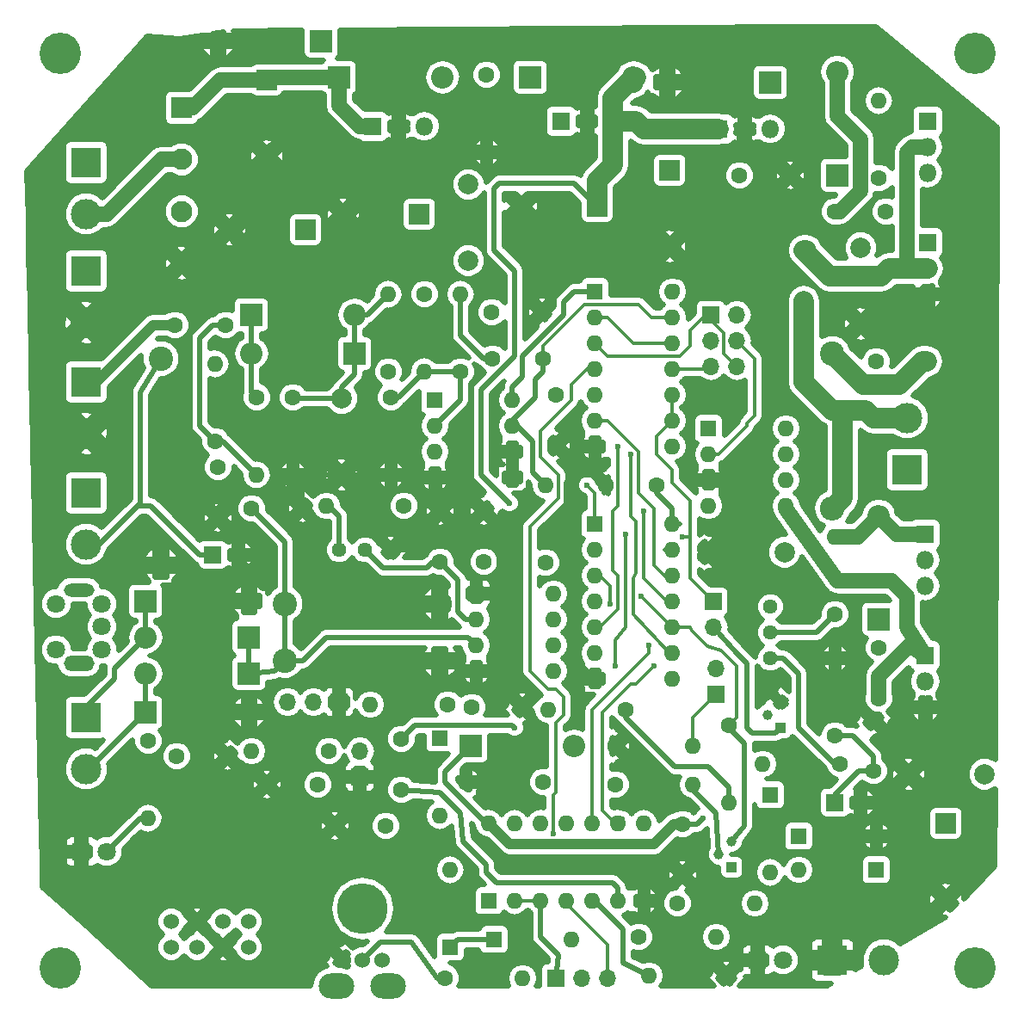
<source format=gbr>
G04 #@! TF.FileFunction,Copper,L1,Top,Signal*
%FSLAX46Y46*%
G04 Gerber Fmt 4.6, Leading zero omitted, Abs format (unit mm)*
G04 Created by KiCad (PCBNEW 4.0.7) date 04/22/18 09:32:22*
%MOMM*%
%LPD*%
G01*
G04 APERTURE LIST*
%ADD10C,0.100000*%
%ADD11R,1.800000X1.800000*%
%ADD12C,1.800000*%
%ADD13R,1.600000X1.600000*%
%ADD14O,1.600000X1.600000*%
%ADD15C,1.600000*%
%ADD16R,1.700000X1.700000*%
%ADD17O,1.700000X1.700000*%
%ADD18O,3.500000X2.500000*%
%ADD19C,1.524000*%
%ADD20O,5.000000X5.000000*%
%ADD21C,2.000000*%
%ADD22C,1.440000*%
%ADD23R,2.000000X2.000000*%
%ADD24R,3.000000X3.000000*%
%ADD25C,3.000000*%
%ADD26O,1.800000X1.800000*%
%ADD27R,2.100000X2.100000*%
%ADD28C,2.100000*%
%ADD29R,2.200000X2.200000*%
%ADD30O,2.200000X2.200000*%
%ADD31C,2.400000*%
%ADD32O,2.400000X2.400000*%
%ADD33C,1.000000*%
%ADD34R,1.000000X1.000000*%
%ADD35C,4.064000*%
%ADD36O,3.000000X1.300000*%
%ADD37O,3.000000X1.500000*%
%ADD38C,0.600000*%
%ADD39C,1.500000*%
%ADD40C,1.000000*%
%ADD41C,0.500000*%
%ADD42C,2.000000*%
%ADD43C,0.350000*%
G04 APERTURE END LIST*
D10*
D11*
X118618000Y-139192000D03*
D12*
X121158000Y-139192000D03*
D13*
X102616000Y-73406000D03*
D14*
X110236000Y-88646000D03*
X102616000Y-75946000D03*
X110236000Y-86106000D03*
X102616000Y-78486000D03*
X110236000Y-83566000D03*
X102616000Y-81026000D03*
X110236000Y-81026000D03*
X102616000Y-83566000D03*
X110236000Y-78486000D03*
X102616000Y-86106000D03*
X110236000Y-75946000D03*
X102616000Y-88646000D03*
X110236000Y-73406000D03*
D15*
X95504000Y-114300000D03*
X90504000Y-114300000D03*
D13*
X102616000Y-96266000D03*
D14*
X110236000Y-111506000D03*
X102616000Y-98806000D03*
X110236000Y-108966000D03*
X102616000Y-101346000D03*
X110236000Y-106426000D03*
X102616000Y-103886000D03*
X110236000Y-103886000D03*
X102616000Y-106426000D03*
X110236000Y-101346000D03*
X102616000Y-108966000D03*
X110236000Y-98806000D03*
X102616000Y-111506000D03*
X110236000Y-96266000D03*
D13*
X92202000Y-133350000D03*
D14*
X107442000Y-125730000D03*
X94742000Y-133350000D03*
X104902000Y-125730000D03*
X97282000Y-133350000D03*
X102362000Y-125730000D03*
X99822000Y-133350000D03*
X99822000Y-125730000D03*
X102362000Y-133350000D03*
X97282000Y-125730000D03*
X104902000Y-133350000D03*
X94742000Y-125730000D03*
X107442000Y-133350000D03*
X92202000Y-125730000D03*
D16*
X114554000Y-113030000D03*
D17*
X114554000Y-110490000D03*
D15*
X108712000Y-92456000D03*
X103712000Y-92456000D03*
X105664000Y-114554000D03*
D14*
X98044000Y-114554000D03*
D18*
X82296000Y-141732000D03*
D19*
X77856000Y-139192000D03*
X79756000Y-139192000D03*
X81656000Y-139192000D03*
D18*
X77216000Y-141732000D03*
D20*
X79756000Y-134112000D03*
D15*
X76454000Y-118618000D03*
D14*
X68834000Y-118618000D03*
D13*
X86868000Y-84074000D03*
D14*
X94488000Y-91694000D03*
X86868000Y-86614000D03*
X94488000Y-89154000D03*
X86868000Y-89154000D03*
X94488000Y-86614000D03*
X86868000Y-91694000D03*
X94488000Y-84074000D03*
D15*
X115570000Y-140716000D03*
D14*
X107950000Y-140716000D03*
D19*
X68580000Y-135382000D03*
X66040000Y-135382000D03*
X63500000Y-135382000D03*
X60960000Y-135382000D03*
X60960000Y-137922000D03*
X63500000Y-137922000D03*
X66040000Y-137922000D03*
X68580000Y-137922000D03*
D15*
X130556000Y-108458000D03*
X130556000Y-113458000D03*
D21*
X140970000Y-120904000D03*
X133470000Y-120904000D03*
D22*
X119888000Y-109474000D03*
X119888000Y-106934000D03*
X119888000Y-104394000D03*
D13*
X113792000Y-86868000D03*
D14*
X121412000Y-94488000D03*
X113792000Y-89408000D03*
X121412000Y-91948000D03*
X113792000Y-91948000D03*
X121412000Y-89408000D03*
X113792000Y-94488000D03*
X121412000Y-86868000D03*
D23*
X70358000Y-52578000D03*
D21*
X70358000Y-60078000D03*
D23*
X85344000Y-65786000D03*
D21*
X77844000Y-65786000D03*
D23*
X74168000Y-67310000D03*
D21*
X66668000Y-67310000D03*
D23*
X102870000Y-65024000D03*
D21*
X95370000Y-65024000D03*
D23*
X109982000Y-61468000D03*
D21*
X109982000Y-68968000D03*
D11*
X52070000Y-128524000D03*
D12*
X54610000Y-128524000D03*
D24*
X52578000Y-71374000D03*
D25*
X52578000Y-76454000D03*
D24*
X52578000Y-60706000D03*
D25*
X52578000Y-65786000D03*
D15*
X91948000Y-52070000D03*
D14*
X91948000Y-59690000D03*
D15*
X58674000Y-117602000D03*
D14*
X58674000Y-125222000D03*
D11*
X80772000Y-57150000D03*
D26*
X83312000Y-57150000D03*
X85852000Y-57150000D03*
D11*
X99314000Y-56642000D03*
D26*
X101854000Y-56642000D03*
X104394000Y-56642000D03*
D11*
X114808000Y-57404000D03*
D26*
X117348000Y-57404000D03*
X119888000Y-57404000D03*
D27*
X61976000Y-55312000D03*
D28*
X61976000Y-60412000D03*
X61976000Y-70612000D03*
X61976000Y-65512000D03*
D24*
X52578000Y-82296000D03*
D25*
X52578000Y-87376000D03*
D24*
X52578000Y-93218000D03*
D25*
X52578000Y-98298000D03*
D15*
X65278000Y-88138000D03*
D14*
X65278000Y-80518000D03*
D15*
X82296000Y-81280000D03*
D14*
X82296000Y-73660000D03*
D15*
X72898000Y-83820000D03*
D14*
X72898000Y-91440000D03*
D15*
X85852000Y-73660000D03*
D14*
X85852000Y-81280000D03*
D15*
X82550000Y-83820000D03*
D14*
X82550000Y-91440000D03*
D15*
X89408000Y-81280000D03*
D14*
X89408000Y-73660000D03*
D15*
X69342000Y-83820000D03*
D14*
X69342000Y-91440000D03*
D24*
X52578000Y-115316000D03*
D25*
X52578000Y-120396000D03*
D29*
X68580000Y-110998000D03*
D30*
X58420000Y-110998000D03*
D29*
X58420000Y-114808000D03*
D30*
X68580000Y-114808000D03*
D29*
X68580000Y-107442000D03*
D30*
X58420000Y-107442000D03*
D29*
X58420000Y-103886000D03*
D30*
X68580000Y-103886000D03*
D31*
X72136000Y-104140000D03*
D32*
X87376000Y-104140000D03*
D31*
X72136000Y-109728000D03*
D32*
X87376000Y-109728000D03*
D15*
X83820000Y-94488000D03*
D14*
X76200000Y-94488000D03*
D22*
X77470000Y-98806000D03*
X80010000Y-98806000D03*
X82550000Y-98806000D03*
D13*
X90932000Y-103124000D03*
D14*
X98552000Y-110744000D03*
X90932000Y-105664000D03*
X98552000Y-108204000D03*
X90932000Y-108204000D03*
X98552000Y-105664000D03*
X90932000Y-110744000D03*
X98552000Y-103124000D03*
D29*
X68834000Y-75692000D03*
D30*
X78994000Y-75692000D03*
D29*
X78994000Y-79502000D03*
D30*
X68834000Y-79502000D03*
D15*
X87884000Y-140970000D03*
D14*
X95504000Y-140970000D03*
D15*
X116840000Y-61976000D03*
X121840000Y-61976000D03*
X66294000Y-76708000D03*
X61294000Y-76708000D03*
X97536000Y-80010000D03*
X92536000Y-80010000D03*
X61468000Y-119126000D03*
X66468000Y-119126000D03*
X82042000Y-125984000D03*
X77042000Y-125984000D03*
X91694000Y-94996000D03*
X91694000Y-99996000D03*
X87376000Y-94996000D03*
X87376000Y-99996000D03*
X68834000Y-94742000D03*
X73834000Y-94742000D03*
X65532000Y-90678000D03*
X65532000Y-95678000D03*
D21*
X77724000Y-91440000D03*
X77724000Y-83940000D03*
D15*
X92456000Y-75438000D03*
X97456000Y-75438000D03*
D16*
X114046000Y-75692000D03*
D17*
X116586000Y-75692000D03*
X114046000Y-78232000D03*
X116586000Y-78232000D03*
X114046000Y-80772000D03*
X116586000Y-80772000D03*
D15*
X97790000Y-100076000D03*
D14*
X97790000Y-92456000D03*
D15*
X98806000Y-83566000D03*
X98806000Y-88566000D03*
X88138000Y-114046000D03*
D14*
X80518000Y-114046000D03*
D15*
X70358000Y-121920000D03*
X75358000Y-121920000D03*
X111252000Y-130810000D03*
X111252000Y-125810000D03*
D16*
X114300000Y-103886000D03*
D17*
X114300000Y-106426000D03*
D21*
X90170000Y-70358000D03*
X90170000Y-62858000D03*
D15*
X126238000Y-65532000D03*
X131238000Y-65532000D03*
X130556000Y-62230000D03*
D14*
X130556000Y-54610000D03*
D15*
X126238000Y-105156000D03*
D14*
X126238000Y-97536000D03*
D24*
X133350000Y-90932000D03*
D25*
X133350000Y-85852000D03*
D31*
X125984000Y-79502000D03*
D32*
X125984000Y-94742000D03*
D15*
X130048000Y-115570000D03*
X130048000Y-120570000D03*
D33*
X119634000Y-115062000D03*
X120904000Y-113792000D03*
D34*
X120904000Y-116332000D03*
D15*
X123190000Y-69342000D03*
X123190000Y-74342000D03*
X126238000Y-117094000D03*
D14*
X126238000Y-109474000D03*
D15*
X126746000Y-119888000D03*
D14*
X119126000Y-119888000D03*
D35*
X50000000Y-50000000D03*
X140000000Y-50000000D03*
X140000000Y-140000000D03*
X50000000Y-140000000D03*
D11*
X135382000Y-56642000D03*
D26*
X135382000Y-59182000D03*
X135382000Y-61722000D03*
D11*
X135382000Y-68580000D03*
D26*
X135382000Y-71120000D03*
X135382000Y-73660000D03*
D11*
X135128000Y-97282000D03*
D26*
X135128000Y-99822000D03*
X135128000Y-102362000D03*
D11*
X135128000Y-109220000D03*
D26*
X135128000Y-111760000D03*
X135128000Y-114300000D03*
D21*
X128778000Y-69088000D03*
X128778000Y-76588000D03*
D15*
X130302000Y-80264000D03*
X135302000Y-80264000D03*
D21*
X113792000Y-99060000D03*
X121292000Y-99060000D03*
D12*
X54102000Y-104140000D03*
X54102000Y-106388000D03*
X54102000Y-108636000D03*
X49606000Y-104140000D03*
X49606000Y-108636000D03*
D36*
X51854000Y-102770000D03*
D37*
X51854000Y-110010000D03*
D15*
X110744000Y-133604000D03*
D14*
X118364000Y-133604000D03*
D16*
X77470000Y-113792000D03*
D17*
X74930000Y-113792000D03*
X72390000Y-113792000D03*
D16*
X98806000Y-140970000D03*
D17*
X101346000Y-140970000D03*
X103886000Y-140970000D03*
D29*
X77470000Y-52324000D03*
D30*
X87630000Y-52324000D03*
D29*
X96266000Y-52324000D03*
D30*
X106426000Y-52324000D03*
D29*
X126492000Y-61976000D03*
D30*
X126492000Y-51816000D03*
D29*
X130556000Y-105664000D03*
D30*
X130556000Y-95504000D03*
D31*
X59944000Y-80010000D03*
D32*
X59944000Y-100330000D03*
D15*
X83566000Y-122428000D03*
X83566000Y-117428000D03*
X97536000Y-121666000D03*
D14*
X89916000Y-121666000D03*
D16*
X126238000Y-123698000D03*
D17*
X128778000Y-123698000D03*
D16*
X65024000Y-99314000D03*
D17*
X67564000Y-99314000D03*
D15*
X104648000Y-118110000D03*
D14*
X112268000Y-118110000D03*
D16*
X79502000Y-121158000D03*
D17*
X79502000Y-118618000D03*
D15*
X106934000Y-136906000D03*
D14*
X114554000Y-136906000D03*
D23*
X137160000Y-125730000D03*
D21*
X137160000Y-133230000D03*
D13*
X88392000Y-137922000D03*
D14*
X88392000Y-130302000D03*
D13*
X92710000Y-137160000D03*
D14*
X100330000Y-137160000D03*
D13*
X87376000Y-117348000D03*
D14*
X87376000Y-124968000D03*
D29*
X90424000Y-118110000D03*
D30*
X100584000Y-118110000D03*
D13*
X130302000Y-130302000D03*
D14*
X122682000Y-130302000D03*
D24*
X125984000Y-139192000D03*
D25*
X131064000Y-139192000D03*
D13*
X122682000Y-127000000D03*
D14*
X130302000Y-127000000D03*
D13*
X119888000Y-122936000D03*
D14*
X119888000Y-130556000D03*
D33*
X114808000Y-128778000D03*
X116078000Y-127508000D03*
D34*
X116078000Y-130048000D03*
D15*
X104648000Y-121920000D03*
D14*
X112268000Y-121920000D03*
D15*
X115824000Y-116078000D03*
D14*
X115824000Y-123698000D03*
D29*
X75692000Y-48768000D03*
D30*
X65532000Y-48768000D03*
D29*
X119888000Y-52832000D03*
D30*
X109728000Y-52832000D03*
D38*
X113284000Y-125222000D03*
X107442000Y-94996000D03*
X94234000Y-94234000D03*
X107950000Y-108204000D03*
X107188000Y-103378000D03*
X111252000Y-97536000D03*
X98552000Y-126746000D03*
X106172000Y-89408000D03*
X104902000Y-88646000D03*
X108458000Y-110236000D03*
X104140000Y-104140000D03*
X94742000Y-116332000D03*
X104648000Y-110236000D03*
X105664000Y-97282000D03*
X101854000Y-92456000D03*
D39*
X61976000Y-55312000D02*
X63052000Y-55312000D01*
X65786000Y-52578000D02*
X70358000Y-52578000D01*
X63052000Y-55312000D02*
X65786000Y-52578000D01*
X77470000Y-52324000D02*
X70612000Y-52324000D01*
X70612000Y-52324000D02*
X70358000Y-52578000D01*
X80772000Y-57150000D02*
X79502000Y-57150000D01*
X77470000Y-55118000D02*
X77470000Y-52324000D01*
X79502000Y-57150000D02*
X77470000Y-55118000D01*
D40*
X80264000Y-57150000D02*
X80772000Y-57150000D01*
X77216000Y-52578000D02*
X77470000Y-52324000D01*
D41*
X94488000Y-89154000D02*
X94488000Y-91694000D01*
X107442000Y-133350000D02*
X108712000Y-133350000D01*
X108712000Y-133350000D02*
X111252000Y-130810000D01*
X103712000Y-92456000D02*
X103378000Y-92456000D01*
X103378000Y-92456000D02*
X102362000Y-91440000D01*
X100584000Y-109474000D02*
X102616000Y-111506000D01*
X100584000Y-101600000D02*
X100584000Y-109474000D01*
X99822000Y-100838000D02*
X100584000Y-101600000D01*
X99822000Y-92202000D02*
X99822000Y-100838000D01*
X100584000Y-91440000D02*
X99822000Y-92202000D01*
X102362000Y-91440000D02*
X100584000Y-91440000D01*
D39*
X113792000Y-99060000D02*
X116586000Y-99060000D01*
X116586000Y-91948000D02*
X113792000Y-91948000D01*
X116586000Y-99060000D02*
X116586000Y-91948000D01*
D42*
X128778000Y-76588000D02*
X131946000Y-76588000D01*
X133604000Y-74930000D02*
X135382000Y-73660000D01*
X131946000Y-76588000D02*
X133604000Y-74930000D01*
D41*
X59944000Y-100330000D02*
X62230000Y-100330000D01*
X63500000Y-101600000D02*
X68326000Y-101600000D01*
X62230000Y-100330000D02*
X63500000Y-101600000D01*
X65532000Y-95678000D02*
X65532000Y-96266000D01*
X65532000Y-96266000D02*
X67564000Y-98298000D01*
X67564000Y-98298000D02*
X67564000Y-99314000D01*
X67564000Y-99314000D02*
X67564000Y-99568000D01*
X67564000Y-99568000D02*
X68580000Y-100584000D01*
X68580000Y-100584000D02*
X68580000Y-103886000D01*
X103632000Y-92456000D02*
X103712000Y-92456000D01*
X65532000Y-95678000D02*
X65532000Y-94742000D01*
X71374000Y-92964000D02*
X72898000Y-91440000D01*
X67310000Y-92964000D02*
X71374000Y-92964000D01*
X65532000Y-94742000D02*
X67310000Y-92964000D01*
X90932000Y-110744000D02*
X91694000Y-110744000D01*
X91694000Y-110744000D02*
X93218000Y-109220000D01*
X93218000Y-109220000D02*
X93218000Y-102616000D01*
X90932000Y-110744000D02*
X89916000Y-110744000D01*
X88900000Y-109728000D02*
X87376000Y-109728000D01*
X89916000Y-110744000D02*
X88900000Y-109728000D01*
X73834000Y-94742000D02*
X73834000Y-92376000D01*
X73834000Y-92376000D02*
X72898000Y-91440000D01*
X82550000Y-98806000D02*
X84328000Y-98806000D01*
X84328000Y-98806000D02*
X87376000Y-95758000D01*
X87376000Y-95758000D02*
X87376000Y-94996000D01*
X77724000Y-91440000D02*
X72898000Y-91440000D01*
X87376000Y-94996000D02*
X87376000Y-92202000D01*
X87376000Y-92202000D02*
X86614000Y-91440000D01*
X86614000Y-91440000D02*
X82550000Y-91440000D01*
X82550000Y-91440000D02*
X77724000Y-91440000D01*
D43*
X63500000Y-135382000D02*
X66040000Y-137922000D01*
D41*
X91694000Y-94996000D02*
X91694000Y-95250000D01*
X91694000Y-95250000D02*
X93218000Y-96774000D01*
X92964000Y-103124000D02*
X90932000Y-103124000D01*
X93218000Y-102870000D02*
X92964000Y-103124000D01*
X93218000Y-96774000D02*
X93218000Y-102616000D01*
X93218000Y-102616000D02*
X93218000Y-102870000D01*
D43*
X97710000Y-75692000D02*
X97456000Y-75438000D01*
D40*
X52578000Y-76454000D02*
X49022000Y-80010000D01*
X50800000Y-87376000D02*
X52578000Y-87376000D01*
X49022000Y-85598000D02*
X50800000Y-87376000D01*
X49022000Y-80010000D02*
X49022000Y-85598000D01*
D39*
X52578000Y-76454000D02*
X56134000Y-76454000D01*
X56134000Y-76454000D02*
X61976000Y-70612000D01*
X91948000Y-59690000D02*
X84328000Y-59690000D01*
X84328000Y-59690000D02*
X83312000Y-60706000D01*
X66668000Y-67310000D02*
X67056000Y-67310000D01*
X67056000Y-67310000D02*
X70358000Y-64008000D01*
X70358000Y-64008000D02*
X70358000Y-60078000D01*
X77844000Y-65786000D02*
X78232000Y-65786000D01*
X78232000Y-65786000D02*
X83312000Y-60706000D01*
X83312000Y-60706000D02*
X83312000Y-57150000D01*
X66668000Y-67310000D02*
X66668000Y-67430000D01*
X66668000Y-67430000D02*
X69088000Y-69850000D01*
X77844000Y-68460000D02*
X77844000Y-65786000D01*
X76454000Y-69850000D02*
X77844000Y-68460000D01*
X69088000Y-69850000D02*
X76454000Y-69850000D01*
X61976000Y-70612000D02*
X63366000Y-70612000D01*
X63366000Y-70612000D02*
X66668000Y-67310000D01*
D42*
X95370000Y-65024000D02*
X95370000Y-66414000D01*
X97924000Y-68968000D02*
X109982000Y-68968000D01*
X95370000Y-66414000D02*
X97924000Y-68968000D01*
X109982000Y-68968000D02*
X110102000Y-68968000D01*
D39*
X117348000Y-57404000D02*
X117348000Y-58674000D01*
X119554000Y-59690000D02*
X121840000Y-61976000D01*
X118364000Y-59690000D02*
X119554000Y-59690000D01*
X117348000Y-58674000D02*
X118364000Y-59690000D01*
D43*
X121840000Y-61976000D02*
X121840000Y-61802000D01*
D40*
X117348000Y-57404000D02*
X117348000Y-57658000D01*
D41*
X73834000Y-94742000D02*
X73834000Y-94408000D01*
X82804000Y-91694000D02*
X82550000Y-91440000D01*
X68580000Y-114808000D02*
X69596000Y-114808000D01*
D40*
X95370000Y-65024000D02*
X95370000Y-65906000D01*
D41*
X119888000Y-106934000D02*
X124460000Y-106934000D01*
X124460000Y-106934000D02*
X126238000Y-105156000D01*
D40*
X74168000Y-67310000D02*
X74676000Y-67310000D01*
X52578000Y-71374000D02*
X53340000Y-71374000D01*
D41*
X111252000Y-125810000D02*
X112696000Y-125810000D01*
X112696000Y-125810000D02*
X113284000Y-125222000D01*
X108712000Y-92456000D02*
X108712000Y-93218000D01*
X108712000Y-93218000D02*
X110236000Y-94742000D01*
X110236000Y-94742000D02*
X110236000Y-96266000D01*
X92202000Y-125730000D02*
X91948000Y-125730000D01*
X91948000Y-125730000D02*
X87884000Y-121666000D01*
X87884000Y-120650000D02*
X90424000Y-118110000D01*
X87884000Y-121666000D02*
X87884000Y-120650000D01*
X111252000Y-125810000D02*
X111840000Y-125810000D01*
D43*
X92202000Y-125730000D02*
X92202000Y-125476000D01*
D40*
X110490000Y-73152000D02*
X110236000Y-73406000D01*
X111252000Y-125810000D02*
X110410000Y-125810000D01*
X94234000Y-127762000D02*
X92202000Y-125730000D01*
X108458000Y-127762000D02*
X94234000Y-127762000D01*
X110410000Y-125810000D02*
X108458000Y-127762000D01*
D41*
X110236000Y-96266000D02*
X110998000Y-96266000D01*
X85852000Y-73914000D02*
X85852000Y-73660000D01*
X110490000Y-73152000D02*
X110236000Y-73406000D01*
X82296000Y-81280000D02*
X82550000Y-81280000D01*
X85852000Y-74168000D02*
X85852000Y-73660000D01*
D43*
X103124000Y-98806000D02*
X102616000Y-98806000D01*
X102616000Y-98806000D02*
X102870000Y-98806000D01*
D39*
X52578000Y-65786000D02*
X54610000Y-65786000D01*
X59984000Y-60412000D02*
X61976000Y-60412000D01*
X54610000Y-65786000D02*
X59984000Y-60412000D01*
D41*
X58674000Y-125222000D02*
X57912000Y-125222000D01*
X57912000Y-125222000D02*
X54610000Y-128524000D01*
D40*
X52578000Y-82296000D02*
X53594000Y-82296000D01*
X53594000Y-82296000D02*
X59182000Y-76708000D01*
X59182000Y-76708000D02*
X61294000Y-76708000D01*
D41*
X52578000Y-82550000D02*
X52578000Y-82296000D01*
D40*
X52578000Y-82296000D02*
X53340000Y-82296000D01*
D41*
X65278000Y-88138000D02*
X66040000Y-88138000D01*
X66040000Y-88138000D02*
X69342000Y-91440000D01*
X66294000Y-76708000D02*
X65024000Y-76708000D01*
X63754000Y-86614000D02*
X65278000Y-88138000D01*
X63754000Y-77978000D02*
X63754000Y-86614000D01*
X65024000Y-76708000D02*
X63754000Y-77978000D01*
X77724000Y-83940000D02*
X73018000Y-83940000D01*
X73018000Y-83940000D02*
X72898000Y-83820000D01*
X78994000Y-79502000D02*
X78994000Y-81534000D01*
X77724000Y-82804000D02*
X77724000Y-83940000D01*
X78994000Y-81534000D02*
X77724000Y-82804000D01*
X78994000Y-75692000D02*
X80264000Y-75692000D01*
X80264000Y-75692000D02*
X82296000Y-73660000D01*
X78994000Y-75692000D02*
X78994000Y-79502000D01*
D43*
X97536000Y-80010000D02*
X97536000Y-78740000D01*
X97536000Y-78740000D02*
X101600000Y-74676000D01*
D41*
X94488000Y-86106000D02*
X96774000Y-83820000D01*
X97536000Y-81280000D02*
X97536000Y-80010000D01*
X96774000Y-82042000D02*
X97536000Y-81280000D01*
X96774000Y-83820000D02*
X96774000Y-82042000D01*
D43*
X101600000Y-74676000D02*
X106934000Y-74676000D01*
X106934000Y-74676000D02*
X108204000Y-75946000D01*
X108204000Y-75946000D02*
X110236000Y-75946000D01*
D41*
X94488000Y-86614000D02*
X94488000Y-86106000D01*
D43*
X110236000Y-103886000D02*
X109728000Y-103886000D01*
X109728000Y-103886000D02*
X107442000Y-101600000D01*
X107442000Y-101600000D02*
X107442000Y-94996000D01*
D41*
X94488000Y-86614000D02*
X94996000Y-86614000D01*
X94996000Y-86614000D02*
X96520000Y-88138000D01*
X96520000Y-88138000D02*
X96520000Y-91186000D01*
X96520000Y-91186000D02*
X97790000Y-92456000D01*
X89408000Y-77724000D02*
X89408000Y-73660000D01*
X91694000Y-80010000D02*
X89408000Y-77724000D01*
X92536000Y-80010000D02*
X91694000Y-80010000D01*
X68834000Y-79502000D02*
X68834000Y-83312000D01*
X68834000Y-83312000D02*
X69342000Y-83820000D01*
X68834000Y-75692000D02*
X68834000Y-79502000D01*
X86868000Y-86614000D02*
X89408000Y-84074000D01*
X89408000Y-84074000D02*
X89408000Y-81280000D01*
X89408000Y-81280000D02*
X85852000Y-81280000D01*
X82550000Y-83820000D02*
X83312000Y-83820000D01*
X83312000Y-83820000D02*
X85852000Y-81280000D01*
X100584000Y-73406000D02*
X102616000Y-73406000D01*
X94488000Y-82804000D02*
X95504000Y-81788000D01*
X95504000Y-81788000D02*
X95504000Y-79756000D01*
X94488000Y-84074000D02*
X94488000Y-82804000D01*
X99568000Y-74422000D02*
X100584000Y-73406000D01*
X99568000Y-75692000D02*
X99568000Y-74422000D01*
X95504000Y-79756000D02*
X99568000Y-75692000D01*
X87122000Y-140970000D02*
X84582000Y-137414000D01*
X84582000Y-137414000D02*
X81534000Y-137414000D01*
X81534000Y-137414000D02*
X79756000Y-139192000D01*
X87884000Y-140970000D02*
X87122000Y-140970000D01*
X79756000Y-139192000D02*
X79756000Y-138684000D01*
D43*
X79756000Y-139192000D02*
X79756000Y-138938000D01*
D41*
X87376000Y-99996000D02*
X86694000Y-99996000D01*
X86694000Y-99996000D02*
X86106000Y-100584000D01*
X81788000Y-100584000D02*
X80010000Y-98806000D01*
X86106000Y-100584000D02*
X81788000Y-100584000D01*
X90932000Y-105664000D02*
X89916000Y-105664000D01*
X89154000Y-101774000D02*
X87376000Y-99996000D01*
X89154000Y-104902000D02*
X89154000Y-101774000D01*
X89916000Y-105664000D02*
X89154000Y-104902000D01*
X72136000Y-104140000D02*
X72136000Y-98044000D01*
X72136000Y-98044000D02*
X68834000Y-94742000D01*
X68580000Y-110998000D02*
X71120000Y-110744000D01*
X71120000Y-110744000D02*
X72136000Y-109728000D01*
X72136000Y-109728000D02*
X73914000Y-109728000D01*
X73914000Y-109728000D02*
X76200000Y-107442000D01*
X76200000Y-107442000D02*
X90170000Y-107442000D01*
X90170000Y-107442000D02*
X90932000Y-108204000D01*
X72136000Y-104140000D02*
X72136000Y-109728000D01*
X68580000Y-107442000D02*
X68580000Y-110998000D01*
X52578000Y-120396000D02*
X52832000Y-120396000D01*
X52832000Y-120396000D02*
X58420000Y-114808000D01*
X52578000Y-120396000D02*
X52578000Y-119888000D01*
X52578000Y-120396000D02*
X53086000Y-120396000D01*
X58420000Y-110998000D02*
X58420000Y-114808000D01*
X58420000Y-107442000D02*
X58420000Y-103886000D01*
X52578000Y-115316000D02*
X52578000Y-114300000D01*
X52578000Y-114300000D02*
X55372000Y-111506000D01*
X55372000Y-110490000D02*
X58420000Y-107442000D01*
X55372000Y-111506000D02*
X55372000Y-110490000D01*
X58420000Y-107442000D02*
X58674000Y-107442000D01*
X52578000Y-115062000D02*
X52578000Y-115316000D01*
X76200000Y-94488000D02*
X76454000Y-94488000D01*
X76454000Y-94488000D02*
X77470000Y-95504000D01*
X77470000Y-95504000D02*
X77470000Y-98806000D01*
D43*
X114046000Y-75692000D02*
X114046000Y-76200000D01*
X114046000Y-76200000D02*
X115316000Y-77470000D01*
X115316000Y-79502000D02*
X116586000Y-80772000D01*
X115316000Y-77470000D02*
X115316000Y-79502000D01*
X114046000Y-75692000D02*
X113538000Y-75692000D01*
X113538000Y-75692000D02*
X112014000Y-77216000D01*
X103886000Y-79756000D02*
X102616000Y-78486000D01*
X110998000Y-79756000D02*
X103886000Y-79756000D01*
X112014000Y-78740000D02*
X110998000Y-79756000D01*
X112014000Y-77216000D02*
X112014000Y-78740000D01*
X102616000Y-78486000D02*
X102362000Y-78740000D01*
X114046000Y-75946000D02*
X114046000Y-75692000D01*
X116586000Y-80772000D02*
X116586000Y-80518000D01*
X116586000Y-81280000D02*
X116586000Y-80772000D01*
X116586000Y-81026000D02*
X116586000Y-80772000D01*
X114046000Y-75692000D02*
X114046000Y-75946000D01*
X110236000Y-81026000D02*
X113792000Y-81026000D01*
X113792000Y-81026000D02*
X114046000Y-80772000D01*
X110490000Y-80772000D02*
X110236000Y-81026000D01*
X109982000Y-81026000D02*
X110236000Y-81026000D01*
D41*
X110236000Y-81280000D02*
X110236000Y-81026000D01*
D43*
X114046000Y-80772000D02*
X114046000Y-81026000D01*
X113792000Y-94488000D02*
X113792000Y-93980000D01*
X114046000Y-78994000D02*
X114046000Y-78232000D01*
X117602000Y-86614000D02*
X117602000Y-86360000D01*
X118364000Y-85598000D02*
X118364000Y-84836000D01*
X117602000Y-86360000D02*
X118364000Y-85598000D01*
X118364000Y-80010000D02*
X116586000Y-78232000D01*
X118364000Y-84836000D02*
X118364000Y-80010000D01*
X113792000Y-89408000D02*
X114808000Y-89408000D01*
X114808000Y-89408000D02*
X117602000Y-86614000D01*
X116586000Y-78232000D02*
X116840000Y-78232000D01*
X99568000Y-125984000D02*
X99822000Y-125730000D01*
D41*
X114300000Y-106426000D02*
X116586000Y-108966000D01*
X120396000Y-116840000D02*
X120904000Y-116332000D01*
X118110000Y-116840000D02*
X120396000Y-116840000D01*
X117602000Y-116332000D02*
X118110000Y-116840000D01*
X117602000Y-109982000D02*
X117602000Y-116332000D01*
X116586000Y-108966000D02*
X117602000Y-109982000D01*
D39*
X126238000Y-65532000D02*
X126746000Y-65532000D01*
X126746000Y-65532000D02*
X128778000Y-63500000D01*
X126492000Y-56134000D02*
X126492000Y-51816000D01*
X128778000Y-58420000D02*
X126492000Y-56134000D01*
X128778000Y-63500000D02*
X128778000Y-58420000D01*
X135128000Y-97282000D02*
X132334000Y-97282000D01*
X132334000Y-97282000D02*
X130556000Y-95504000D01*
X126238000Y-97536000D02*
X128524000Y-97536000D01*
X128524000Y-97536000D02*
X130556000Y-95504000D01*
X121412000Y-94488000D02*
X121412000Y-94742000D01*
X121412000Y-94742000D02*
X126492000Y-101854000D01*
X126492000Y-101854000D02*
X131826000Y-101854000D01*
X131826000Y-101854000D02*
X133350000Y-103378000D01*
X133350000Y-103378000D02*
X133350000Y-106426000D01*
X133350000Y-106426000D02*
X135128000Y-109220000D01*
X130556000Y-113458000D02*
X130556000Y-111252000D01*
X133604000Y-108204000D02*
X135128000Y-109220000D01*
X130556000Y-111252000D02*
X133604000Y-108204000D01*
X133350000Y-71120000D02*
X133350000Y-59690000D01*
X133858000Y-59182000D02*
X135382000Y-59182000D01*
X133350000Y-59690000D02*
X133858000Y-59182000D01*
D42*
X135382000Y-71120000D02*
X133350000Y-71120000D01*
X133350000Y-71120000D02*
X131572000Y-71120000D01*
X125730000Y-71882000D02*
X123190000Y-69342000D01*
X130810000Y-71882000D02*
X125730000Y-71882000D01*
X131572000Y-71120000D02*
X130810000Y-71882000D01*
X123190000Y-69342000D02*
X123444000Y-69342000D01*
X127000000Y-85090000D02*
X127000000Y-93726000D01*
X127000000Y-93726000D02*
X125984000Y-94742000D01*
X123190000Y-74342000D02*
X123190000Y-82296000D01*
X130048000Y-85852000D02*
X133350000Y-85852000D01*
X129286000Y-85090000D02*
X130048000Y-85852000D01*
X125984000Y-85090000D02*
X127000000Y-85090000D01*
X127000000Y-85090000D02*
X129286000Y-85090000D01*
X123190000Y-82296000D02*
X125984000Y-85090000D01*
X125984000Y-79502000D02*
X129032000Y-82550000D01*
X132588000Y-82550000D02*
X134874000Y-80264000D01*
X129032000Y-82550000D02*
X132588000Y-82550000D01*
X134874000Y-80264000D02*
X135302000Y-80264000D01*
D41*
X135048000Y-111252000D02*
X135048000Y-111172000D01*
X126238000Y-123698000D02*
X126238000Y-122936000D01*
X126238000Y-122936000D02*
X128604000Y-120570000D01*
X128604000Y-120570000D02*
X130048000Y-120570000D01*
X126238000Y-117094000D02*
X128016000Y-117094000D01*
X130048000Y-119126000D02*
X130048000Y-120570000D01*
X128016000Y-117094000D02*
X130048000Y-119126000D01*
X130048000Y-120570000D02*
X130476000Y-120570000D01*
X129714000Y-120904000D02*
X130048000Y-120570000D01*
X126746000Y-119888000D02*
X126238000Y-119888000D01*
X121158000Y-109474000D02*
X119888000Y-109474000D01*
X126238000Y-119888000D02*
X122682000Y-116332000D01*
X122682000Y-116332000D02*
X122682000Y-110998000D01*
X122682000Y-110998000D02*
X121158000Y-109474000D01*
X94742000Y-79756000D02*
X91440000Y-83058000D01*
X91440000Y-83058000D02*
X91440000Y-91440000D01*
X94234000Y-94234000D02*
X91440000Y-91440000D01*
X100584000Y-62738000D02*
X102870000Y-65024000D01*
X93218000Y-62738000D02*
X100584000Y-62738000D01*
X92710000Y-63246000D02*
X93218000Y-62738000D01*
X92710000Y-69342000D02*
X92710000Y-63246000D01*
X94742000Y-71374000D02*
X92710000Y-69342000D01*
X94742000Y-79756000D02*
X94742000Y-71374000D01*
D42*
X104394000Y-54356000D02*
X106426000Y-52324000D01*
X104394000Y-56642000D02*
X104394000Y-54356000D01*
X102870000Y-65024000D02*
X102870000Y-62484000D01*
X102870000Y-62484000D02*
X104394000Y-60960000D01*
X104394000Y-60960000D02*
X104394000Y-56642000D01*
X114808000Y-57404000D02*
X107442000Y-57404000D01*
X107442000Y-57404000D02*
X106680000Y-56642000D01*
X106680000Y-56642000D02*
X104394000Y-56642000D01*
D39*
X106426000Y-52578000D02*
X106426000Y-52324000D01*
D42*
X106426000Y-52324000D02*
X106680000Y-52324000D01*
X106426000Y-52832000D02*
X106426000Y-52324000D01*
D41*
X98552000Y-103124000D02*
X98298000Y-103124000D01*
D40*
X102870000Y-65024000D02*
X102870000Y-64262000D01*
X106426000Y-52832000D02*
X106426000Y-52324000D01*
D41*
X97282000Y-133350000D02*
X97282000Y-136906000D01*
X99060000Y-138684000D02*
X98806000Y-140970000D01*
X97282000Y-136906000D02*
X99060000Y-138684000D01*
D43*
X94742000Y-133350000D02*
X97282000Y-133350000D01*
X99822000Y-133350000D02*
X99822000Y-133604000D01*
X99822000Y-133604000D02*
X103886000Y-137668000D01*
X103886000Y-137668000D02*
X103886000Y-140970000D01*
D41*
X83566000Y-122428000D02*
X87376000Y-122682000D01*
X104902000Y-132080000D02*
X104902000Y-133350000D01*
X104394000Y-131572000D02*
X104902000Y-132080000D01*
X92964000Y-131572000D02*
X104394000Y-131572000D01*
X91948000Y-130556000D02*
X92964000Y-131572000D01*
X91948000Y-129794000D02*
X91948000Y-130556000D01*
X89662000Y-127508000D02*
X91948000Y-129794000D01*
X89408000Y-124714000D02*
X89662000Y-127508000D01*
X87376000Y-122682000D02*
X89408000Y-124714000D01*
D43*
X104648000Y-133096000D02*
X104902000Y-133350000D01*
X102362000Y-114554000D02*
X102362000Y-125730000D01*
X102362000Y-114554000D02*
X107950000Y-108966000D01*
X107950000Y-108966000D02*
X107950000Y-108204000D01*
D41*
X102362000Y-125222000D02*
X102362000Y-125730000D01*
D43*
X102362000Y-125730000D02*
X102362000Y-125222000D01*
X109474000Y-98806000D02*
X110236000Y-98806000D01*
D41*
X57658000Y-94488000D02*
X58928000Y-94488000D01*
X63754000Y-99314000D02*
X65024000Y-99314000D01*
X58928000Y-94488000D02*
X63754000Y-99314000D01*
X53848000Y-98298000D02*
X57658000Y-94488000D01*
X57658000Y-94488000D02*
X57912000Y-94234000D01*
X57912000Y-94234000D02*
X57912000Y-83312000D01*
X57912000Y-83312000D02*
X59944000Y-80010000D01*
X52578000Y-98298000D02*
X53848000Y-98298000D01*
X52578000Y-98298000D02*
X52578000Y-97790000D01*
D43*
X110236000Y-106426000D02*
X107188000Y-103378000D01*
X112014000Y-106426000D02*
X112141000Y-106807000D01*
X116586000Y-115316000D02*
X115824000Y-116078000D01*
X116586000Y-110236000D02*
X116586000Y-115316000D01*
X115062000Y-108712000D02*
X116586000Y-110236000D01*
X113665000Y-108331000D02*
X115062000Y-108712000D01*
X112141000Y-106807000D02*
X113665000Y-108331000D01*
D41*
X115824000Y-116078000D02*
X115824000Y-116332000D01*
X115824000Y-116332000D02*
X117348000Y-117856000D01*
X117348000Y-117856000D02*
X117348000Y-125984000D01*
X117348000Y-125984000D02*
X116078000Y-127508000D01*
D43*
X112014000Y-106426000D02*
X110236000Y-106426000D01*
X111252000Y-97536000D02*
X112014000Y-97536000D01*
X110236000Y-86106000D02*
X110236000Y-83566000D01*
X114300000Y-103886000D02*
X112014000Y-101600000D01*
X112014000Y-101600000D02*
X112014000Y-97536000D01*
X108712000Y-87630000D02*
X110236000Y-86106000D01*
X112014000Y-97536000D02*
X112014000Y-93980000D01*
X112014000Y-93980000D02*
X110236000Y-92202000D01*
X110236000Y-92202000D02*
X110236000Y-90932000D01*
X110236000Y-90932000D02*
X108712000Y-89408000D01*
X108712000Y-89408000D02*
X108712000Y-87630000D01*
D41*
X114300000Y-103886000D02*
X114046000Y-103886000D01*
D43*
X114300000Y-103886000D02*
X114300000Y-104140000D01*
X98806000Y-115824000D02*
X99568000Y-115062000D01*
X98552000Y-126746000D02*
X98552000Y-122936000D01*
X98552000Y-122936000D02*
X98806000Y-122682000D01*
X98806000Y-122682000D02*
X98806000Y-115824000D01*
X100330000Y-82550000D02*
X101854000Y-81026000D01*
X100330000Y-84074000D02*
X100330000Y-82550000D01*
X97282000Y-87122000D02*
X100330000Y-84074000D01*
X97282000Y-89662000D02*
X97282000Y-87122000D01*
X99060000Y-91440000D02*
X97282000Y-89662000D01*
X99060000Y-93726000D02*
X99060000Y-91440000D01*
X96266000Y-96520000D02*
X99060000Y-93726000D01*
X96266000Y-110744000D02*
X96266000Y-96520000D01*
X98044000Y-112522000D02*
X96266000Y-110744000D01*
X98806000Y-112522000D02*
X98044000Y-112522000D01*
X99568000Y-113284000D02*
X98806000Y-112522000D01*
X99568000Y-115062000D02*
X99568000Y-113284000D01*
X101854000Y-81026000D02*
X102616000Y-81026000D01*
D41*
X92710000Y-137160000D02*
X89154000Y-137160000D01*
X89154000Y-137160000D02*
X88392000Y-137922000D01*
X102362000Y-133350000D02*
X102616000Y-133350000D01*
X102616000Y-133350000D02*
X105410000Y-136144000D01*
X105410000Y-139446000D02*
X107950000Y-140716000D01*
X105410000Y-136144000D02*
X105410000Y-139446000D01*
X102362000Y-133350000D02*
X102870000Y-133350000D01*
X88900000Y-137414000D02*
X88392000Y-137922000D01*
D43*
X106172000Y-95250000D02*
X106172000Y-95504000D01*
X106680000Y-101092000D02*
X106426000Y-101600000D01*
X106680000Y-96012000D02*
X106680000Y-101092000D01*
X106172000Y-95504000D02*
X106680000Y-96012000D01*
X110236000Y-108966000D02*
X109982000Y-108966000D01*
X109982000Y-108966000D02*
X106426000Y-105156000D01*
X106426000Y-105156000D02*
X106426000Y-101600000D01*
X106172000Y-95250000D02*
X106172000Y-89408000D01*
X102616000Y-75946000D02*
X103886000Y-75946000D01*
X106426000Y-78486000D02*
X110236000Y-78486000D01*
X103886000Y-75946000D02*
X106426000Y-78486000D01*
X104902000Y-94234000D02*
X104902000Y-94488000D01*
X104394000Y-100838000D02*
X104902000Y-101346000D01*
X104394000Y-94996000D02*
X104394000Y-100838000D01*
X104902000Y-94488000D02*
X104394000Y-94996000D01*
X102616000Y-106426000D02*
X103124000Y-106426000D01*
X103124000Y-106426000D02*
X104902000Y-104648000D01*
X104902000Y-104648000D02*
X104902000Y-101346000D01*
X104902000Y-94234000D02*
X104902000Y-88646000D01*
X102870000Y-106426000D02*
X102616000Y-106426000D01*
X102616000Y-86106000D02*
X103886000Y-86106000D01*
X103886000Y-86106000D02*
X106934000Y-89154000D01*
X103378000Y-114808000D02*
X103378000Y-124460000D01*
X103378000Y-124460000D02*
X104648000Y-125730000D01*
X104648000Y-125730000D02*
X104902000Y-125730000D01*
X106164090Y-112021910D02*
X103378000Y-114808000D01*
X106672090Y-112021910D02*
X106164090Y-112021910D01*
X108458000Y-110236000D02*
X106672090Y-112021910D01*
X105410000Y-125222000D02*
X104902000Y-125730000D01*
X106934000Y-93218000D02*
X106934000Y-89154000D01*
X109474000Y-101346000D02*
X108458000Y-100330000D01*
X108458000Y-94742000D02*
X106934000Y-93218000D01*
X108458000Y-100330000D02*
X108458000Y-94742000D01*
X110236000Y-101346000D02*
X109474000Y-101346000D01*
D41*
X110236000Y-101346000D02*
X110490000Y-101346000D01*
D43*
X104902000Y-125730000D02*
X104902000Y-125222000D01*
X102616000Y-101346000D02*
X103124000Y-101346000D01*
X103124000Y-101346000D02*
X104140000Y-102362000D01*
X104140000Y-102362000D02*
X104140000Y-104140000D01*
X112268000Y-118110000D02*
X112268000Y-115316000D01*
X112268000Y-115316000D02*
X114554000Y-113030000D01*
D41*
X115824000Y-122174000D02*
X115824000Y-123698000D01*
X105664000Y-115316000D02*
X110490000Y-120142000D01*
X110490000Y-120142000D02*
X113792000Y-120142000D01*
X113792000Y-120142000D02*
X115824000Y-122174000D01*
X105664000Y-114554000D02*
X105664000Y-115316000D01*
X84916000Y-116078000D02*
X83566000Y-117428000D01*
X94488000Y-116078000D02*
X84916000Y-116078000D01*
X94742000Y-116332000D02*
X94488000Y-116078000D01*
X112268000Y-121920000D02*
X112268000Y-122428000D01*
X112268000Y-122428000D02*
X114554000Y-124714000D01*
X114554000Y-124714000D02*
X114808000Y-128778000D01*
D43*
X105664000Y-101346000D02*
X105664000Y-101303998D01*
X105664000Y-101092000D02*
X105664000Y-97282000D01*
X105664000Y-101303998D02*
X105664000Y-101092000D01*
X104648000Y-110236000D02*
X104648000Y-109982000D01*
X104648000Y-109982000D02*
X104648000Y-107696000D01*
X104648000Y-107696000D02*
X105664000Y-106426000D01*
X105664000Y-106426000D02*
X105664000Y-101346000D01*
X102616000Y-96266000D02*
X102616000Y-93218000D01*
X102616000Y-93218000D02*
X101854000Y-92456000D01*
D41*
X102108000Y-96266000D02*
X102616000Y-96266000D01*
G36*
X142243592Y-57266753D02*
X142026802Y-119485611D01*
X141962590Y-119421287D01*
X141319624Y-119154304D01*
X140623431Y-119153696D01*
X139979999Y-119419557D01*
X139487287Y-119911410D01*
X139220304Y-120554376D01*
X139219696Y-121250569D01*
X139485557Y-121894001D01*
X139977410Y-122386713D01*
X140620376Y-122653696D01*
X141316569Y-122654304D01*
X141960001Y-122388443D01*
X142016885Y-122331658D01*
X141990348Y-129947815D01*
X138950087Y-133148090D01*
X138950455Y-133145642D01*
X138846448Y-132622759D01*
X138590452Y-132506655D01*
X137867107Y-133230000D01*
X138220661Y-133583554D01*
X137513554Y-134290661D01*
X137160000Y-133937107D01*
X136436655Y-134660452D01*
X136552759Y-134916448D01*
X137129415Y-135003169D01*
X132637591Y-137583579D01*
X132340187Y-137285655D01*
X131513516Y-136942392D01*
X130618411Y-136941610D01*
X129791142Y-137283431D01*
X129157655Y-137915813D01*
X128814392Y-138742484D01*
X128813610Y-139637589D01*
X128861277Y-139752951D01*
X128227523Y-140117023D01*
X128052500Y-139942000D01*
X126734000Y-139942000D01*
X126734000Y-140462000D01*
X125234000Y-140462000D01*
X125234000Y-139942000D01*
X123915500Y-139942000D01*
X123726000Y-140131500D01*
X123726000Y-140842775D01*
X123841398Y-141121372D01*
X124054627Y-141334601D01*
X124333224Y-141450000D01*
X125907155Y-141450000D01*
X125409303Y-141736000D01*
X116789584Y-141736000D01*
X117573677Y-140951907D01*
X117404273Y-140782503D01*
X117567224Y-140850000D01*
X117978500Y-140850000D01*
X118168000Y-140660500D01*
X118168000Y-139642000D01*
X117149500Y-139642000D01*
X116960000Y-139831500D01*
X116960000Y-140105500D01*
X116800805Y-140050881D01*
X116135685Y-140716000D01*
X116418528Y-140998843D01*
X115852843Y-141564528D01*
X115570000Y-141281685D01*
X115287157Y-141564528D01*
X114721472Y-140998843D01*
X115004315Y-140716000D01*
X114339195Y-140050881D01*
X114091154Y-140135983D01*
X114027554Y-140490677D01*
X113566323Y-140951907D01*
X114350416Y-141736000D01*
X109127174Y-141736000D01*
X109412379Y-141309159D01*
X109530366Y-140716000D01*
X109412379Y-140122841D01*
X109076382Y-139619984D01*
X108874656Y-139485195D01*
X114904881Y-139485195D01*
X115570000Y-140150315D01*
X116235119Y-139485195D01*
X116150017Y-139237154D01*
X115539936Y-139127761D01*
X114989983Y-139237154D01*
X114904881Y-139485195D01*
X108874656Y-139485195D01*
X108573525Y-139283987D01*
X107980366Y-139166000D01*
X107919634Y-139166000D01*
X107326475Y-139283987D01*
X107324577Y-139285255D01*
X106410000Y-138827966D01*
X106410000Y-138366731D01*
X106624333Y-138455730D01*
X107240961Y-138456268D01*
X107810857Y-138220792D01*
X108247260Y-137785151D01*
X108483730Y-137215667D01*
X108484000Y-136906000D01*
X112973634Y-136906000D01*
X113091621Y-137499159D01*
X113427618Y-138002016D01*
X113930475Y-138338013D01*
X114523634Y-138456000D01*
X114584366Y-138456000D01*
X115177525Y-138338013D01*
X115472040Y-138141225D01*
X116960000Y-138141225D01*
X116960000Y-138552500D01*
X117149500Y-138742000D01*
X118168000Y-138742000D01*
X118168000Y-137723500D01*
X119068000Y-137723500D01*
X119068000Y-138742000D01*
X119518000Y-138742000D01*
X119518000Y-138838964D01*
X119508287Y-138862355D01*
X119507715Y-139518765D01*
X119518000Y-139543656D01*
X119518000Y-139642000D01*
X119068000Y-139642000D01*
X119068000Y-140660500D01*
X119257500Y-140850000D01*
X119668776Y-140850000D01*
X119947373Y-140734601D01*
X120157116Y-140524858D01*
X120222130Y-140589986D01*
X120828355Y-140841713D01*
X121484765Y-140842285D01*
X122091429Y-140591617D01*
X122555986Y-140127870D01*
X122807713Y-139521645D01*
X122808285Y-138865235D01*
X122557617Y-138258571D01*
X122093870Y-137794014D01*
X121487645Y-137542287D01*
X120831235Y-137541715D01*
X120224571Y-137792383D01*
X120157405Y-137859431D01*
X119947373Y-137649399D01*
X119686219Y-137541225D01*
X123726000Y-137541225D01*
X123726000Y-138252500D01*
X123915500Y-138442000D01*
X125234000Y-138442000D01*
X125234000Y-137123500D01*
X126734000Y-137123500D01*
X126734000Y-138442000D01*
X128052500Y-138442000D01*
X128242000Y-138252500D01*
X128242000Y-137541225D01*
X128126602Y-137262628D01*
X127913373Y-137049399D01*
X127634776Y-136934000D01*
X126923500Y-136934000D01*
X126734000Y-137123500D01*
X125234000Y-137123500D01*
X125044500Y-136934000D01*
X124333224Y-136934000D01*
X124054627Y-137049399D01*
X123841398Y-137262628D01*
X123726000Y-137541225D01*
X119686219Y-137541225D01*
X119668776Y-137534000D01*
X119257500Y-137534000D01*
X119068000Y-137723500D01*
X118168000Y-137723500D01*
X117978500Y-137534000D01*
X117567224Y-137534000D01*
X117288627Y-137649399D01*
X117075398Y-137862628D01*
X116960000Y-138141225D01*
X115472040Y-138141225D01*
X115680382Y-138002016D01*
X116016379Y-137499159D01*
X116134366Y-136906000D01*
X116016379Y-136312841D01*
X115680382Y-135809984D01*
X115177525Y-135473987D01*
X114584366Y-135356000D01*
X114523634Y-135356000D01*
X113930475Y-135473987D01*
X113427618Y-135809984D01*
X113091621Y-136312841D01*
X112973634Y-136906000D01*
X108484000Y-136906000D01*
X108484268Y-136599039D01*
X108248792Y-136029143D01*
X107813151Y-135592740D01*
X107243667Y-135356270D01*
X106627039Y-135355732D01*
X106184935Y-135538405D01*
X106117107Y-135436893D01*
X105493019Y-134812805D01*
X105495159Y-134812379D01*
X105884000Y-134552565D01*
X105884000Y-134600002D01*
X106549939Y-134600002D01*
X106811369Y-134774665D01*
X107042000Y-134658737D01*
X107042000Y-133750000D01*
X107842000Y-133750000D01*
X107842000Y-134658737D01*
X108072631Y-134774665D01*
X108516912Y-134477838D01*
X108866694Y-133980635D01*
X108833951Y-133910961D01*
X109193732Y-133910961D01*
X109429208Y-134480857D01*
X109864849Y-134917260D01*
X110434333Y-135153730D01*
X111050961Y-135154268D01*
X111620857Y-134918792D01*
X112057260Y-134483151D01*
X112293730Y-133913667D01*
X112294000Y-133604000D01*
X116783634Y-133604000D01*
X116901621Y-134197159D01*
X117237618Y-134700016D01*
X117740475Y-135036013D01*
X118333634Y-135154000D01*
X118394366Y-135154000D01*
X118987525Y-135036013D01*
X119490382Y-134700016D01*
X119826379Y-134197159D01*
X119944366Y-133604000D01*
X119886753Y-133314358D01*
X135369545Y-133314358D01*
X135473552Y-133837241D01*
X135729548Y-133953345D01*
X136452893Y-133230000D01*
X135729548Y-132506655D01*
X135473552Y-132622759D01*
X135369545Y-133314358D01*
X119886753Y-133314358D01*
X119826379Y-133010841D01*
X119490382Y-132507984D01*
X118987525Y-132171987D01*
X118394366Y-132054000D01*
X118333634Y-132054000D01*
X117740475Y-132171987D01*
X117237618Y-132507984D01*
X116901621Y-133010841D01*
X116783634Y-133604000D01*
X112294000Y-133604000D01*
X112294268Y-133297039D01*
X112058792Y-132727143D01*
X111656176Y-132323823D01*
X111832017Y-132288846D01*
X111917119Y-132040805D01*
X111252000Y-131375685D01*
X110586881Y-132040805D01*
X110591362Y-132053867D01*
X110437039Y-132053732D01*
X109867143Y-132289208D01*
X109430740Y-132724849D01*
X109194270Y-133294333D01*
X109193732Y-133910961D01*
X108833951Y-133910961D01*
X108758307Y-133750000D01*
X107842000Y-133750000D01*
X107042000Y-133750000D01*
X106642000Y-133750000D01*
X106642000Y-132950000D01*
X107042000Y-132950000D01*
X107042000Y-132041263D01*
X107842000Y-132041263D01*
X107842000Y-132950000D01*
X108758307Y-132950000D01*
X108866694Y-132719365D01*
X108516912Y-132222162D01*
X108072631Y-131925335D01*
X107842000Y-132041263D01*
X107042000Y-132041263D01*
X106811369Y-131925335D01*
X106549939Y-132099998D01*
X105902000Y-132099998D01*
X105902000Y-132080000D01*
X105825880Y-131697317D01*
X105609107Y-131372893D01*
X105609104Y-131372891D01*
X105101107Y-130864893D01*
X105063948Y-130840064D01*
X109663761Y-130840064D01*
X109773154Y-131390017D01*
X110021195Y-131475119D01*
X110686315Y-130810000D01*
X111817685Y-130810000D01*
X112482805Y-131475119D01*
X112730846Y-131390017D01*
X112840239Y-130779936D01*
X112730846Y-130229983D01*
X112482805Y-130144881D01*
X111817685Y-130810000D01*
X110686315Y-130810000D01*
X110021195Y-130144881D01*
X109773154Y-130229983D01*
X109663761Y-130840064D01*
X105063948Y-130840064D01*
X104776684Y-130648120D01*
X104394000Y-130572000D01*
X93378214Y-130572000D01*
X92948000Y-130141786D01*
X92948000Y-129794000D01*
X92905273Y-129579195D01*
X110586881Y-129579195D01*
X111252000Y-130244315D01*
X111917119Y-129579195D01*
X111832017Y-129331154D01*
X111221936Y-129221761D01*
X110671983Y-129331154D01*
X110586881Y-129579195D01*
X92905273Y-129579195D01*
X92871880Y-129411317D01*
X92655107Y-129086893D01*
X90625114Y-127056900D01*
X90501557Y-125697771D01*
X90673813Y-125870027D01*
X90769987Y-126353525D01*
X91105984Y-126856382D01*
X91608841Y-127192379D01*
X91968067Y-127263834D01*
X93350117Y-128645884D01*
X93685512Y-128869987D01*
X93755646Y-128916849D01*
X94234000Y-129012000D01*
X108458000Y-129012000D01*
X108936354Y-128916849D01*
X109341883Y-128645883D01*
X110720252Y-127267514D01*
X110942333Y-127359730D01*
X111558961Y-127360268D01*
X112128857Y-127124792D01*
X112444200Y-126810000D01*
X112696000Y-126810000D01*
X113078684Y-126733880D01*
X113403107Y-126517107D01*
X113649352Y-126270861D01*
X113760984Y-128056964D01*
X113748919Y-128069007D01*
X113558217Y-128528269D01*
X113557783Y-129025550D01*
X113747684Y-129485143D01*
X114099007Y-129837081D01*
X114558269Y-130027783D01*
X114813307Y-130028006D01*
X114813307Y-130548000D01*
X114865604Y-130825933D01*
X115029862Y-131081198D01*
X115280492Y-131252446D01*
X115578000Y-131312693D01*
X116578000Y-131312693D01*
X116855933Y-131260396D01*
X117111198Y-131096138D01*
X117282446Y-130845508D01*
X117342693Y-130548000D01*
X117342693Y-130525634D01*
X118338000Y-130525634D01*
X118338000Y-130586366D01*
X118455987Y-131179525D01*
X118791984Y-131682382D01*
X119294841Y-132018379D01*
X119888000Y-132136366D01*
X120481159Y-132018379D01*
X120984016Y-131682382D01*
X121320013Y-131179525D01*
X121340571Y-131076174D01*
X121555618Y-131398016D01*
X122058475Y-131734013D01*
X122651634Y-131852000D01*
X122712366Y-131852000D01*
X123305525Y-131734013D01*
X123808382Y-131398016D01*
X124144379Y-130895159D01*
X124262366Y-130302000D01*
X124144379Y-129708841D01*
X124006173Y-129502000D01*
X128737307Y-129502000D01*
X128737307Y-131102000D01*
X128789604Y-131379933D01*
X128953862Y-131635198D01*
X129204492Y-131806446D01*
X129502000Y-131866693D01*
X131102000Y-131866693D01*
X131379933Y-131814396D01*
X131403007Y-131799548D01*
X136436655Y-131799548D01*
X137160000Y-132522893D01*
X137883345Y-131799548D01*
X137767241Y-131543552D01*
X137075642Y-131439545D01*
X136552759Y-131543552D01*
X136436655Y-131799548D01*
X131403007Y-131799548D01*
X131635198Y-131650138D01*
X131806446Y-131399508D01*
X131866693Y-131102000D01*
X131866693Y-129502000D01*
X131814396Y-129224067D01*
X131650138Y-128968802D01*
X131399508Y-128797554D01*
X131102000Y-128737307D01*
X129502000Y-128737307D01*
X129224067Y-128789604D01*
X128968802Y-128953862D01*
X128797554Y-129204492D01*
X128737307Y-129502000D01*
X124006173Y-129502000D01*
X123808382Y-129205984D01*
X123305525Y-128869987D01*
X122712366Y-128752000D01*
X122651634Y-128752000D01*
X122058475Y-128869987D01*
X121555618Y-129205984D01*
X121219621Y-129708841D01*
X121208372Y-129765392D01*
X120984016Y-129429618D01*
X120481159Y-129093621D01*
X119888000Y-128975634D01*
X119294841Y-129093621D01*
X118791984Y-129429618D01*
X118455987Y-129932475D01*
X118338000Y-130525634D01*
X117342693Y-130525634D01*
X117342693Y-129548000D01*
X117290396Y-129270067D01*
X117126138Y-129014802D01*
X116875508Y-128843554D01*
X116578000Y-128783307D01*
X116057996Y-128783307D01*
X116058018Y-128757984D01*
X116325550Y-128758217D01*
X116785143Y-128568316D01*
X117137081Y-128216993D01*
X117327783Y-127757731D01*
X117327947Y-127570113D01*
X118116221Y-126624185D01*
X118188211Y-126491903D01*
X118271880Y-126366683D01*
X118280822Y-126321729D01*
X118302732Y-126281469D01*
X118311374Y-126200000D01*
X121117307Y-126200000D01*
X121117307Y-127800000D01*
X121169604Y-128077933D01*
X121333862Y-128333198D01*
X121584492Y-128504446D01*
X121882000Y-128564693D01*
X123482000Y-128564693D01*
X123759933Y-128512396D01*
X124015198Y-128348138D01*
X124186446Y-128097508D01*
X124246693Y-127800000D01*
X124246693Y-127630631D01*
X128877335Y-127630631D01*
X129174162Y-128074912D01*
X129671365Y-128424694D01*
X129902000Y-128316307D01*
X129902000Y-127400000D01*
X130702000Y-127400000D01*
X130702000Y-128316307D01*
X130932635Y-128424694D01*
X131429838Y-128074912D01*
X131726665Y-127630631D01*
X131610737Y-127400000D01*
X130702000Y-127400000D01*
X129902000Y-127400000D01*
X128993263Y-127400000D01*
X128877335Y-127630631D01*
X124246693Y-127630631D01*
X124246693Y-126369369D01*
X128877335Y-126369369D01*
X128993263Y-126600000D01*
X129902000Y-126600000D01*
X129902000Y-125683693D01*
X130702000Y-125683693D01*
X130702000Y-126600000D01*
X131610737Y-126600000D01*
X131726665Y-126369369D01*
X131429838Y-125925088D01*
X130932635Y-125575306D01*
X130702000Y-125683693D01*
X129902000Y-125683693D01*
X129671365Y-125575306D01*
X129174162Y-125925088D01*
X128877335Y-126369369D01*
X124246693Y-126369369D01*
X124246693Y-126200000D01*
X124194396Y-125922067D01*
X124030138Y-125666802D01*
X123779508Y-125495554D01*
X123482000Y-125435307D01*
X121882000Y-125435307D01*
X121604067Y-125487604D01*
X121348802Y-125651862D01*
X121177554Y-125902492D01*
X121117307Y-126200000D01*
X118311374Y-126200000D01*
X118318619Y-126131708D01*
X118348000Y-125984000D01*
X118348000Y-123867231D01*
X118375604Y-124013933D01*
X118539862Y-124269198D01*
X118790492Y-124440446D01*
X119088000Y-124500693D01*
X120688000Y-124500693D01*
X120965933Y-124448396D01*
X121221198Y-124284138D01*
X121392446Y-124033508D01*
X121452693Y-123736000D01*
X121452693Y-122136000D01*
X121400396Y-121858067D01*
X121236138Y-121602802D01*
X120985508Y-121431554D01*
X120688000Y-121371307D01*
X119491653Y-121371307D01*
X119749525Y-121320013D01*
X120252382Y-120984016D01*
X120588379Y-120481159D01*
X120706366Y-119888000D01*
X120588379Y-119294841D01*
X120252382Y-118791984D01*
X119749525Y-118455987D01*
X119156366Y-118338000D01*
X119095634Y-118338000D01*
X118502475Y-118455987D01*
X118348000Y-118559203D01*
X118348000Y-117856000D01*
X118344817Y-117840000D01*
X120396000Y-117840000D01*
X120778684Y-117763880D01*
X121028896Y-117596693D01*
X121404000Y-117596693D01*
X121681933Y-117544396D01*
X121937198Y-117380138D01*
X122090930Y-117155144D01*
X125241489Y-120305702D01*
X125431208Y-120764857D01*
X125866849Y-121201260D01*
X126355585Y-121404201D01*
X125676479Y-122083307D01*
X125388000Y-122083307D01*
X125110067Y-122135604D01*
X124854802Y-122299862D01*
X124683554Y-122550492D01*
X124623307Y-122848000D01*
X124623307Y-124548000D01*
X124675604Y-124825933D01*
X124839862Y-125081198D01*
X125090492Y-125252446D01*
X125388000Y-125312693D01*
X127088000Y-125312693D01*
X127365933Y-125260396D01*
X127621198Y-125096138D01*
X127722415Y-124948002D01*
X127793466Y-124948002D01*
X128115631Y-125163241D01*
X128353000Y-125051336D01*
X128353000Y-124123000D01*
X129203000Y-124123000D01*
X129203000Y-125051336D01*
X129440369Y-125163241D01*
X129878255Y-124870689D01*
X129978886Y-124730000D01*
X135395307Y-124730000D01*
X135395307Y-126730000D01*
X135447604Y-127007933D01*
X135611862Y-127263198D01*
X135862492Y-127434446D01*
X136160000Y-127494693D01*
X138160000Y-127494693D01*
X138437933Y-127442396D01*
X138693198Y-127278138D01*
X138864446Y-127027508D01*
X138924693Y-126730000D01*
X138924693Y-124730000D01*
X138872396Y-124452067D01*
X138708138Y-124196802D01*
X138457508Y-124025554D01*
X138160000Y-123965307D01*
X136160000Y-123965307D01*
X135882067Y-124017604D01*
X135626802Y-124181862D01*
X135455554Y-124432492D01*
X135395307Y-124730000D01*
X129978886Y-124730000D01*
X130243272Y-124360374D01*
X130139350Y-124123000D01*
X129203000Y-124123000D01*
X128353000Y-124123000D01*
X127928000Y-124123000D01*
X127928000Y-123273000D01*
X128353000Y-123273000D01*
X128353000Y-122344664D01*
X129203000Y-122344664D01*
X129203000Y-123273000D01*
X130139350Y-123273000D01*
X130243272Y-123035626D01*
X129878255Y-122525311D01*
X129592582Y-122334452D01*
X132746655Y-122334452D01*
X132862759Y-122590448D01*
X133554358Y-122694455D01*
X134077241Y-122590448D01*
X134193345Y-122334452D01*
X133470000Y-121611107D01*
X132746655Y-122334452D01*
X129592582Y-122334452D01*
X129440369Y-122232759D01*
X129203000Y-122344664D01*
X128353000Y-122344664D01*
X128278617Y-122309597D01*
X128937104Y-121651110D01*
X129168849Y-121883260D01*
X129738333Y-122119730D01*
X130354961Y-122120268D01*
X130924857Y-121884792D01*
X131361260Y-121449151D01*
X131552597Y-120988358D01*
X131679545Y-120988358D01*
X131783552Y-121511241D01*
X132039548Y-121627345D01*
X132762893Y-120904000D01*
X134177107Y-120904000D01*
X134900452Y-121627345D01*
X135156448Y-121511241D01*
X135260455Y-120819642D01*
X135156448Y-120296759D01*
X134900452Y-120180655D01*
X134177107Y-120904000D01*
X132762893Y-120904000D01*
X132039548Y-120180655D01*
X131783552Y-120296759D01*
X131679545Y-120988358D01*
X131552597Y-120988358D01*
X131597730Y-120879667D01*
X131598268Y-120263039D01*
X131362792Y-119693143D01*
X131143581Y-119473548D01*
X132746655Y-119473548D01*
X133470000Y-120196893D01*
X134193345Y-119473548D01*
X134077241Y-119217552D01*
X133385642Y-119113545D01*
X132862759Y-119217552D01*
X132746655Y-119473548D01*
X131143581Y-119473548D01*
X131048000Y-119377800D01*
X131048000Y-119126000D01*
X131024697Y-119008849D01*
X130971880Y-118743316D01*
X130755107Y-118418893D01*
X129860992Y-117524778D01*
X130264643Y-117121126D01*
X130628017Y-117048846D01*
X130713119Y-116800805D01*
X130048000Y-116135685D01*
X129765157Y-116418528D01*
X129199472Y-115852843D01*
X129482315Y-115570000D01*
X128817195Y-114904881D01*
X128569154Y-114989983D01*
X128505554Y-115344677D01*
X128044323Y-115805907D01*
X128428375Y-116189959D01*
X128398684Y-116170120D01*
X128016000Y-116094000D01*
X127429864Y-116094000D01*
X127117151Y-115780740D01*
X126547667Y-115544270D01*
X125931039Y-115543732D01*
X125361143Y-115779208D01*
X124924740Y-116214849D01*
X124688270Y-116784333D01*
X124688148Y-116923935D01*
X123682000Y-115917786D01*
X123682000Y-110998000D01*
X123605880Y-110615317D01*
X123389107Y-110290893D01*
X123389104Y-110290891D01*
X123202849Y-110104635D01*
X124813306Y-110104635D01*
X125163088Y-110601838D01*
X125607369Y-110898665D01*
X125838000Y-110782737D01*
X125838000Y-109874000D01*
X126638000Y-109874000D01*
X126638000Y-110782737D01*
X126868631Y-110898665D01*
X127312912Y-110601838D01*
X127662694Y-110104635D01*
X127554307Y-109874000D01*
X126638000Y-109874000D01*
X125838000Y-109874000D01*
X124921693Y-109874000D01*
X124813306Y-110104635D01*
X123202849Y-110104635D01*
X121941579Y-108843365D01*
X124813306Y-108843365D01*
X124921693Y-109074000D01*
X125838000Y-109074000D01*
X125838000Y-108165263D01*
X126638000Y-108165263D01*
X126638000Y-109074000D01*
X127554307Y-109074000D01*
X127662694Y-108843365D01*
X127312912Y-108346162D01*
X126868631Y-108049335D01*
X126638000Y-108165263D01*
X125838000Y-108165263D01*
X125607369Y-108049335D01*
X125163088Y-108346162D01*
X124813306Y-108843365D01*
X121941579Y-108843365D01*
X121865107Y-108766893D01*
X121540684Y-108550120D01*
X121158000Y-108474000D01*
X120966826Y-108474000D01*
X120721775Y-108228521D01*
X120663245Y-108204217D01*
X120719600Y-108180932D01*
X120966964Y-107934000D01*
X124460000Y-107934000D01*
X124842684Y-107857880D01*
X125167107Y-107641107D01*
X126102332Y-106705882D01*
X126544961Y-106706268D01*
X127114857Y-106470792D01*
X127551260Y-106035151D01*
X127787730Y-105465667D01*
X127788268Y-104849039D01*
X127552792Y-104279143D01*
X127117151Y-103842740D01*
X126547667Y-103606270D01*
X125931039Y-103605732D01*
X125361143Y-103841208D01*
X124924740Y-104276849D01*
X124688270Y-104846333D01*
X124687881Y-105291905D01*
X124045786Y-105934000D01*
X120966826Y-105934000D01*
X120721775Y-105688521D01*
X120663245Y-105664217D01*
X120719600Y-105640932D01*
X121133479Y-105227775D01*
X121357744Y-104687684D01*
X121358255Y-104102882D01*
X121134932Y-103562400D01*
X120721775Y-103148521D01*
X120181684Y-102924256D01*
X119596882Y-102923745D01*
X119056400Y-103147068D01*
X118642521Y-103560225D01*
X118418256Y-104100316D01*
X118417745Y-104685118D01*
X118641068Y-105225600D01*
X119054225Y-105639479D01*
X119112755Y-105663783D01*
X119056400Y-105687068D01*
X118642521Y-106100225D01*
X118418256Y-106640316D01*
X118417745Y-107225118D01*
X118641068Y-107765600D01*
X119054225Y-108179479D01*
X119112755Y-108203783D01*
X119056400Y-108227068D01*
X118642521Y-108640225D01*
X118418256Y-109180316D01*
X118418031Y-109437909D01*
X118309107Y-109274893D01*
X117311690Y-108277476D01*
X115879580Y-106686242D01*
X115931346Y-106426000D01*
X115809553Y-105813707D01*
X115524109Y-105386509D01*
X115683198Y-105284138D01*
X115854446Y-105033508D01*
X115914693Y-104736000D01*
X115914693Y-103036000D01*
X115862396Y-102758067D01*
X115698138Y-102502802D01*
X115447508Y-102331554D01*
X115150000Y-102271307D01*
X113993455Y-102271307D01*
X112939000Y-101216852D01*
X112939000Y-100734968D01*
X113411901Y-101207869D01*
X113783308Y-100836462D01*
X113876358Y-100850455D01*
X114399241Y-100746448D01*
X114515345Y-100490452D01*
X113792000Y-99767107D01*
X113438447Y-100120661D01*
X112939000Y-99621214D01*
X112939000Y-99205893D01*
X113084893Y-99060000D01*
X114499107Y-99060000D01*
X115222452Y-99783345D01*
X115478448Y-99667241D01*
X115517649Y-99406569D01*
X119541696Y-99406569D01*
X119807557Y-100050001D01*
X120299410Y-100542713D01*
X120942376Y-100809696D01*
X121638569Y-100810304D01*
X122282001Y-100544443D01*
X122774713Y-100052590D01*
X122990584Y-99532715D01*
X125271400Y-102725857D01*
X125362157Y-102811120D01*
X125431340Y-102914660D01*
X125573420Y-103009595D01*
X125697958Y-103126594D01*
X125814434Y-103170635D01*
X125917975Y-103239819D01*
X126085571Y-103273156D01*
X126245401Y-103333590D01*
X126369863Y-103329705D01*
X126492000Y-103354000D01*
X131204680Y-103354000D01*
X131649986Y-103799307D01*
X129456000Y-103799307D01*
X129178067Y-103851604D01*
X128922802Y-104015862D01*
X128751554Y-104266492D01*
X128691307Y-104564000D01*
X128691307Y-106764000D01*
X128743604Y-107041933D01*
X128907862Y-107297198D01*
X129158492Y-107468446D01*
X129320476Y-107501249D01*
X129242740Y-107578849D01*
X129006270Y-108148333D01*
X129005732Y-108764961D01*
X129241208Y-109334857D01*
X129676849Y-109771260D01*
X129845422Y-109841258D01*
X129495340Y-110191340D01*
X129170181Y-110677975D01*
X129056000Y-111252000D01*
X129056000Y-113028570D01*
X129006270Y-113148333D01*
X129005732Y-113764961D01*
X129241208Y-114334857D01*
X129676849Y-114771260D01*
X129913006Y-114869321D01*
X130048000Y-115004315D01*
X130103779Y-114948536D01*
X130246333Y-115007730D01*
X130617425Y-115008054D01*
X130896528Y-115287157D01*
X130613685Y-115570000D01*
X131278805Y-116235119D01*
X131526846Y-116150017D01*
X131590446Y-115795323D01*
X132051677Y-115334093D01*
X131711681Y-114994097D01*
X133622246Y-114994097D01*
X134002484Y-115517489D01*
X134433908Y-115805722D01*
X134678000Y-115697853D01*
X134678000Y-114750000D01*
X135578000Y-114750000D01*
X135578000Y-115697853D01*
X135822092Y-115805722D01*
X136253516Y-115517489D01*
X136633754Y-114994097D01*
X136534296Y-114750000D01*
X135578000Y-114750000D01*
X134678000Y-114750000D01*
X133721704Y-114750000D01*
X133622246Y-114994097D01*
X131711681Y-114994097D01*
X131461642Y-114744058D01*
X131869260Y-114337151D01*
X132105730Y-113767667D01*
X132106268Y-113151039D01*
X132056000Y-113029381D01*
X132056000Y-111873320D01*
X133521784Y-110407536D01*
X133679862Y-110653198D01*
X133830748Y-110756294D01*
X133603599Y-111096247D01*
X133478000Y-111727675D01*
X133478000Y-111792325D01*
X133603599Y-112423753D01*
X133877998Y-112834420D01*
X133877998Y-113253864D01*
X133622246Y-113605903D01*
X133721704Y-113850000D01*
X134678000Y-113850000D01*
X134678000Y-113400000D01*
X134915219Y-113400000D01*
X135128000Y-113442325D01*
X135340781Y-113400000D01*
X135578000Y-113400000D01*
X135578000Y-113850000D01*
X136534296Y-113850000D01*
X136633754Y-113605903D01*
X136378002Y-113253864D01*
X136378002Y-112834420D01*
X136652401Y-112423753D01*
X136778000Y-111792325D01*
X136778000Y-111727675D01*
X136652401Y-111096247D01*
X136424935Y-110755821D01*
X136561198Y-110668138D01*
X136732446Y-110417508D01*
X136792693Y-110120000D01*
X136792693Y-108320000D01*
X136740396Y-108042067D01*
X136576138Y-107786802D01*
X136325508Y-107615554D01*
X136028000Y-107555307D01*
X135846614Y-107555307D01*
X134850000Y-105989200D01*
X134850000Y-103989027D01*
X135128000Y-104044325D01*
X135759428Y-103918726D01*
X136294726Y-103561051D01*
X136652401Y-103025753D01*
X136778000Y-102394325D01*
X136778000Y-102329675D01*
X136652401Y-101698247D01*
X136294726Y-101162949D01*
X136188543Y-101092000D01*
X136294726Y-101021051D01*
X136652401Y-100485753D01*
X136778000Y-99854325D01*
X136778000Y-99789675D01*
X136652401Y-99158247D01*
X136424935Y-98817821D01*
X136561198Y-98730138D01*
X136732446Y-98479508D01*
X136792693Y-98182000D01*
X136792693Y-96382000D01*
X136740396Y-96104067D01*
X136576138Y-95848802D01*
X136325508Y-95677554D01*
X136028000Y-95617307D01*
X134228000Y-95617307D01*
X133950067Y-95669604D01*
X133775398Y-95782000D01*
X132955320Y-95782000D01*
X132347630Y-95174310D01*
X132265177Y-94759792D01*
X131864148Y-94159608D01*
X131263964Y-93758579D01*
X130556000Y-93617756D01*
X129848036Y-93758579D01*
X129247852Y-94159608D01*
X128846823Y-94759792D01*
X128764370Y-95174310D01*
X127902680Y-96036000D01*
X127445085Y-96036000D01*
X127785565Y-95526436D01*
X127813158Y-95387716D01*
X128237437Y-94963437D01*
X128616789Y-94395696D01*
X128750000Y-93726000D01*
X128750000Y-89432000D01*
X131085307Y-89432000D01*
X131085307Y-92432000D01*
X131137604Y-92709933D01*
X131301862Y-92965198D01*
X131552492Y-93136446D01*
X131850000Y-93196693D01*
X134850000Y-93196693D01*
X135127933Y-93144396D01*
X135383198Y-92980138D01*
X135554446Y-92729508D01*
X135614693Y-92432000D01*
X135614693Y-89432000D01*
X135562396Y-89154067D01*
X135398138Y-88898802D01*
X135147508Y-88727554D01*
X134850000Y-88667307D01*
X131850000Y-88667307D01*
X131572067Y-88719604D01*
X131316802Y-88883862D01*
X131145554Y-89134492D01*
X131085307Y-89432000D01*
X128750000Y-89432000D01*
X128750000Y-87028874D01*
X128810563Y-87089437D01*
X129378304Y-87468789D01*
X130048000Y-87602000D01*
X131917741Y-87602000D01*
X132073813Y-87758345D01*
X132900484Y-88101608D01*
X133795589Y-88102390D01*
X134622858Y-87760569D01*
X135256345Y-87128187D01*
X135599608Y-86301516D01*
X135600390Y-85406411D01*
X135258569Y-84579142D01*
X134626187Y-83945655D01*
X133948584Y-83664290D01*
X135672589Y-81940285D01*
X135971696Y-81880789D01*
X136539437Y-81501437D01*
X136918789Y-80933696D01*
X137052000Y-80264000D01*
X136918789Y-79594304D01*
X136539437Y-79026563D01*
X135971696Y-78647211D01*
X135302000Y-78514000D01*
X134874000Y-78514000D01*
X134204304Y-78647211D01*
X133636563Y-79026563D01*
X131863126Y-80800000D01*
X131757748Y-80800000D01*
X131851730Y-80573667D01*
X131852268Y-79957039D01*
X131616792Y-79387143D01*
X131181151Y-78950740D01*
X130611667Y-78714270D01*
X129995039Y-78713732D01*
X129425143Y-78949208D01*
X128988740Y-79384849D01*
X128798903Y-79842029D01*
X127836915Y-78880041D01*
X127638094Y-78398857D01*
X127258353Y-78018452D01*
X128054655Y-78018452D01*
X128170759Y-78274448D01*
X128862358Y-78378455D01*
X129385241Y-78274448D01*
X129501345Y-78018452D01*
X128778000Y-77295107D01*
X128054655Y-78018452D01*
X127258353Y-78018452D01*
X127090029Y-77849834D01*
X126373581Y-77552339D01*
X125597823Y-77551662D01*
X124940000Y-77823469D01*
X124940000Y-76672358D01*
X126987545Y-76672358D01*
X127091552Y-77195241D01*
X127347548Y-77311345D01*
X128070893Y-76588000D01*
X129485107Y-76588000D01*
X130208452Y-77311345D01*
X130464448Y-77195241D01*
X130568455Y-76503642D01*
X130464448Y-75980759D01*
X130208452Y-75864655D01*
X129485107Y-76588000D01*
X128070893Y-76588000D01*
X127347548Y-75864655D01*
X127091552Y-75980759D01*
X126987545Y-76672358D01*
X124940000Y-76672358D01*
X124940000Y-75157548D01*
X128054655Y-75157548D01*
X128778000Y-75880893D01*
X129501345Y-75157548D01*
X129385241Y-74901552D01*
X128693642Y-74797545D01*
X128170759Y-74901552D01*
X128054655Y-75157548D01*
X124940000Y-75157548D01*
X124940000Y-74354097D01*
X133876246Y-74354097D01*
X134256484Y-74877489D01*
X134687908Y-75165722D01*
X134932000Y-75057853D01*
X134932000Y-74110000D01*
X135832000Y-74110000D01*
X135832000Y-75057853D01*
X136076092Y-75165722D01*
X136507516Y-74877489D01*
X136887754Y-74354097D01*
X136788296Y-74110000D01*
X135832000Y-74110000D01*
X134932000Y-74110000D01*
X133975704Y-74110000D01*
X133876246Y-74354097D01*
X124940000Y-74354097D01*
X124940000Y-74342000D01*
X124806789Y-73672304D01*
X124427437Y-73104563D01*
X123859696Y-72725211D01*
X123190000Y-72592000D01*
X122520304Y-72725211D01*
X121952563Y-73104563D01*
X121573211Y-73672304D01*
X121440000Y-74342000D01*
X121440000Y-82296000D01*
X121573211Y-82965696D01*
X121952563Y-83533437D01*
X124746563Y-86327437D01*
X125250000Y-86663822D01*
X125250000Y-92899799D01*
X125237767Y-92902232D01*
X124605142Y-93324939D01*
X124182435Y-93957564D01*
X124034000Y-94703797D01*
X124034000Y-94780203D01*
X124182435Y-95526436D01*
X124605142Y-96159061D01*
X125092025Y-96484387D01*
X124805987Y-96912475D01*
X124805923Y-96912795D01*
X122960887Y-94329745D01*
X122874379Y-93894841D01*
X122538382Y-93391984D01*
X122277996Y-93218000D01*
X122538382Y-93044016D01*
X122874379Y-92541159D01*
X122992366Y-91948000D01*
X122874379Y-91354841D01*
X122538382Y-90851984D01*
X122277996Y-90678000D01*
X122538382Y-90504016D01*
X122874379Y-90001159D01*
X122992366Y-89408000D01*
X122874379Y-88814841D01*
X122538382Y-88311984D01*
X122277996Y-88138000D01*
X122538382Y-87964016D01*
X122874379Y-87461159D01*
X122992366Y-86868000D01*
X122874379Y-86274841D01*
X122538382Y-85771984D01*
X122035525Y-85435987D01*
X121442366Y-85318000D01*
X121381634Y-85318000D01*
X120788475Y-85435987D01*
X120285618Y-85771984D01*
X119949621Y-86274841D01*
X119831634Y-86868000D01*
X119949621Y-87461159D01*
X120285618Y-87964016D01*
X120546004Y-88138000D01*
X120285618Y-88311984D01*
X119949621Y-88814841D01*
X119831634Y-89408000D01*
X119949621Y-90001159D01*
X120285618Y-90504016D01*
X120546004Y-90678000D01*
X120285618Y-90851984D01*
X119949621Y-91354841D01*
X119831634Y-91948000D01*
X119949621Y-92541159D01*
X120285618Y-93044016D01*
X120546004Y-93218000D01*
X120285618Y-93391984D01*
X119949621Y-93894841D01*
X119831634Y-94488000D01*
X119949621Y-95081159D01*
X119953915Y-95087585D01*
X120001887Y-95193894D01*
X120026181Y-95316025D01*
X120121115Y-95458103D01*
X120191400Y-95613857D01*
X121402999Y-97310096D01*
X120945431Y-97309696D01*
X120301999Y-97575557D01*
X119809287Y-98067410D01*
X119542304Y-98710376D01*
X119541696Y-99406569D01*
X115517649Y-99406569D01*
X115582455Y-98975642D01*
X115478448Y-98452759D01*
X115222452Y-98336655D01*
X114499107Y-99060000D01*
X113084893Y-99060000D01*
X112939000Y-98914107D01*
X112939000Y-98498786D01*
X113438447Y-97999340D01*
X113792000Y-98352893D01*
X114515345Y-97629548D01*
X114399241Y-97373552D01*
X113780231Y-97280461D01*
X113411901Y-96912131D01*
X112939000Y-97385032D01*
X112939000Y-95766683D01*
X113168475Y-95920013D01*
X113761634Y-96038000D01*
X113822366Y-96038000D01*
X114415525Y-95920013D01*
X114918382Y-95584016D01*
X115254379Y-95081159D01*
X115372366Y-94488000D01*
X115254379Y-93894841D01*
X114994565Y-93506000D01*
X115042002Y-93506000D01*
X115042002Y-92840061D01*
X115216665Y-92578631D01*
X115100737Y-92348000D01*
X114192000Y-92348000D01*
X114192000Y-92748000D01*
X113392000Y-92748000D01*
X113392000Y-92348000D01*
X112483263Y-92348000D01*
X112367335Y-92578631D01*
X112541998Y-92840061D01*
X112541998Y-93199850D01*
X111161000Y-91818852D01*
X111161000Y-90932000D01*
X111090589Y-90578018D01*
X110890074Y-90277926D01*
X110890071Y-90277924D01*
X110718260Y-90106113D01*
X110859525Y-90078013D01*
X111362382Y-89742016D01*
X111698379Y-89239159D01*
X111816366Y-88646000D01*
X111698379Y-88052841D01*
X111362382Y-87549984D01*
X111101996Y-87376000D01*
X111362382Y-87202016D01*
X111698379Y-86699159D01*
X111816366Y-86106000D01*
X111698379Y-85512841D01*
X111362382Y-85009984D01*
X111161000Y-84875425D01*
X111161000Y-84796575D01*
X111362382Y-84662016D01*
X111698379Y-84159159D01*
X111816366Y-83566000D01*
X111698379Y-82972841D01*
X111362382Y-82469984D01*
X111101996Y-82296000D01*
X111362382Y-82122016D01*
X111476651Y-81951000D01*
X112954565Y-81951000D01*
X113402361Y-82250207D01*
X114014654Y-82372000D01*
X114077346Y-82372000D01*
X114689639Y-82250207D01*
X115208717Y-81903371D01*
X115316000Y-81742810D01*
X115423283Y-81903371D01*
X115942361Y-82250207D01*
X116554654Y-82372000D01*
X116617346Y-82372000D01*
X117229639Y-82250207D01*
X117439000Y-82110317D01*
X117439000Y-85214852D01*
X116947926Y-85705926D01*
X116747411Y-86006017D01*
X116709067Y-86198785D01*
X115356693Y-87551159D01*
X115356693Y-86068000D01*
X115304396Y-85790067D01*
X115140138Y-85534802D01*
X114889508Y-85363554D01*
X114592000Y-85303307D01*
X112992000Y-85303307D01*
X112714067Y-85355604D01*
X112458802Y-85519862D01*
X112287554Y-85770492D01*
X112227307Y-86068000D01*
X112227307Y-87668000D01*
X112279604Y-87945933D01*
X112443862Y-88201198D01*
X112646932Y-88339950D01*
X112329621Y-88814841D01*
X112211634Y-89408000D01*
X112329621Y-90001159D01*
X112589435Y-90390000D01*
X112541998Y-90390000D01*
X112541998Y-91055939D01*
X112367335Y-91317369D01*
X112483263Y-91548000D01*
X113392000Y-91548000D01*
X113392000Y-91148000D01*
X114192000Y-91148000D01*
X114192000Y-91548000D01*
X115100737Y-91548000D01*
X115216665Y-91317369D01*
X115042002Y-91055939D01*
X115042002Y-90390000D01*
X114994565Y-90390000D01*
X115067085Y-90281465D01*
X115161983Y-90262589D01*
X115462074Y-90062074D01*
X118256074Y-87268074D01*
X118456589Y-86967982D01*
X118494933Y-86775215D01*
X119018074Y-86252074D01*
X119218589Y-85951982D01*
X119289001Y-85598000D01*
X119289000Y-85597995D01*
X119289000Y-80010005D01*
X119289001Y-80010000D01*
X119218589Y-79656018D01*
X119018074Y-79355926D01*
X118163724Y-78501576D01*
X118217346Y-78232000D01*
X118095553Y-77619707D01*
X117748717Y-77100629D01*
X117541244Y-76962000D01*
X117748717Y-76823371D01*
X118095553Y-76304293D01*
X118217346Y-75692000D01*
X118095553Y-75079707D01*
X117748717Y-74560629D01*
X117229639Y-74213793D01*
X116617346Y-74092000D01*
X116554654Y-74092000D01*
X115942361Y-74213793D01*
X115551189Y-74475165D01*
X115444138Y-74308802D01*
X115193508Y-74137554D01*
X114896000Y-74077307D01*
X113196000Y-74077307D01*
X112918067Y-74129604D01*
X112662802Y-74293862D01*
X112491554Y-74544492D01*
X112431307Y-74842000D01*
X112431307Y-75490546D01*
X111776765Y-76145087D01*
X111816366Y-75946000D01*
X111698379Y-75352841D01*
X111362382Y-74849984D01*
X111101996Y-74676000D01*
X111362382Y-74502016D01*
X111698379Y-73999159D01*
X111816366Y-73406000D01*
X111698379Y-72812841D01*
X111661582Y-72757771D01*
X111644849Y-72673646D01*
X111373883Y-72268117D01*
X110968354Y-71997151D01*
X110862757Y-71976147D01*
X110859525Y-71973987D01*
X110266366Y-71856000D01*
X110205634Y-71856000D01*
X109612475Y-71973987D01*
X109109618Y-72309984D01*
X108773621Y-72812841D01*
X108655634Y-73406000D01*
X108773621Y-73999159D01*
X109109618Y-74502016D01*
X109370004Y-74676000D01*
X109109618Y-74849984D01*
X108995349Y-75021000D01*
X108587148Y-75021000D01*
X107588074Y-74021926D01*
X107287983Y-73821411D01*
X106934000Y-73751000D01*
X104180693Y-73751000D01*
X104180693Y-72606000D01*
X104128396Y-72328067D01*
X103964138Y-72072802D01*
X103713508Y-71901554D01*
X103416000Y-71841307D01*
X101816000Y-71841307D01*
X101538067Y-71893604D01*
X101282802Y-72057862D01*
X101111554Y-72308492D01*
X101091808Y-72406000D01*
X100584000Y-72406000D01*
X100201316Y-72482120D01*
X99876893Y-72698893D01*
X98860893Y-73714893D01*
X98644120Y-74039316D01*
X98619636Y-74162408D01*
X98568000Y-74422000D01*
X98568000Y-74891686D01*
X98021685Y-75438000D01*
X98214736Y-75631050D01*
X97649050Y-76196736D01*
X97456000Y-76003685D01*
X96790881Y-76668805D01*
X96875983Y-76916846D01*
X96920888Y-76924898D01*
X95742000Y-78103786D01*
X95742000Y-75468064D01*
X95867761Y-75468064D01*
X95977154Y-76018017D01*
X96225195Y-76103119D01*
X96890315Y-75438000D01*
X96225195Y-74772881D01*
X95977154Y-74857983D01*
X95867761Y-75468064D01*
X95742000Y-75468064D01*
X95742000Y-74207195D01*
X96790881Y-74207195D01*
X97456000Y-74872315D01*
X98121119Y-74207195D01*
X98036017Y-73959154D01*
X97425936Y-73849761D01*
X96875983Y-73959154D01*
X96790881Y-74207195D01*
X95742000Y-74207195D01*
X95742000Y-71374000D01*
X95665880Y-70991317D01*
X95665880Y-70991316D01*
X95449107Y-70666893D01*
X95180666Y-70398452D01*
X109258655Y-70398452D01*
X109374759Y-70654448D01*
X110066358Y-70758455D01*
X110589241Y-70654448D01*
X110705345Y-70398452D01*
X109982000Y-69675107D01*
X109258655Y-70398452D01*
X95180666Y-70398452D01*
X93834572Y-69052358D01*
X108191545Y-69052358D01*
X108295552Y-69575241D01*
X108551548Y-69691345D01*
X109274893Y-68968000D01*
X110689107Y-68968000D01*
X111412452Y-69691345D01*
X111668448Y-69575241D01*
X111703524Y-69342000D01*
X121440000Y-69342000D01*
X121573211Y-70011696D01*
X121952563Y-70579437D01*
X124492563Y-73119437D01*
X125060304Y-73498789D01*
X125730000Y-73632000D01*
X130810000Y-73632000D01*
X131479696Y-73498789D01*
X132047437Y-73119437D01*
X132296874Y-72870000D01*
X133945918Y-72870000D01*
X133876246Y-72965903D01*
X133975704Y-73210000D01*
X134932000Y-73210000D01*
X134932000Y-72870000D01*
X135382000Y-72870000D01*
X135832000Y-72780489D01*
X135832000Y-73210000D01*
X136788296Y-73210000D01*
X136887754Y-72965903D01*
X136632002Y-72613864D01*
X136632002Y-72338632D01*
X136998789Y-71789696D01*
X137132000Y-71120000D01*
X136998789Y-70450304D01*
X136746321Y-70072459D01*
X136815198Y-70028138D01*
X136986446Y-69777508D01*
X137046693Y-69480000D01*
X137046693Y-67680000D01*
X136994396Y-67402067D01*
X136830138Y-67146802D01*
X136579508Y-66975554D01*
X136282000Y-66915307D01*
X134850000Y-66915307D01*
X134850000Y-63298503D01*
X135382000Y-63404325D01*
X136013428Y-63278726D01*
X136548726Y-62921051D01*
X136906401Y-62385753D01*
X137032000Y-61754325D01*
X137032000Y-61689675D01*
X136906401Y-61058247D01*
X136548726Y-60522949D01*
X136442543Y-60452000D01*
X136548726Y-60381051D01*
X136906401Y-59845753D01*
X137032000Y-59214325D01*
X137032000Y-59149675D01*
X136906401Y-58518247D01*
X136678935Y-58177821D01*
X136815198Y-58090138D01*
X136986446Y-57839508D01*
X137046693Y-57542000D01*
X137046693Y-55742000D01*
X136994396Y-55464067D01*
X136830138Y-55208802D01*
X136579508Y-55037554D01*
X136282000Y-54977307D01*
X134482000Y-54977307D01*
X134204067Y-55029604D01*
X133948802Y-55193862D01*
X133777554Y-55444492D01*
X133717307Y-55742000D01*
X133717307Y-57542000D01*
X133747775Y-57703925D01*
X133283975Y-57796181D01*
X132797339Y-58121340D01*
X132289340Y-58629340D01*
X131964181Y-59115975D01*
X131850000Y-59690000D01*
X131850000Y-61332315D01*
X131435151Y-60916740D01*
X130865667Y-60680270D01*
X130278000Y-60679757D01*
X130278000Y-58420000D01*
X130163819Y-57845975D01*
X129838660Y-57359340D01*
X127992000Y-55512680D01*
X127992000Y-54579634D01*
X129006000Y-54579634D01*
X129006000Y-54640366D01*
X129123987Y-55233525D01*
X129459984Y-55736382D01*
X129962841Y-56072379D01*
X130556000Y-56190366D01*
X131149159Y-56072379D01*
X131652016Y-55736382D01*
X131988013Y-55233525D01*
X132106000Y-54640366D01*
X132106000Y-54579634D01*
X131988013Y-53986475D01*
X131652016Y-53483618D01*
X131149159Y-53147621D01*
X130556000Y-53029634D01*
X129962841Y-53147621D01*
X129459984Y-53483618D01*
X129123987Y-53986475D01*
X129006000Y-54579634D01*
X127992000Y-54579634D01*
X127992000Y-52873264D01*
X128201177Y-52560208D01*
X128342000Y-51852244D01*
X128342000Y-51779756D01*
X128201177Y-51071792D01*
X127800148Y-50471608D01*
X127199964Y-50070579D01*
X126492000Y-49929756D01*
X125784036Y-50070579D01*
X125183852Y-50471608D01*
X124782823Y-51071792D01*
X124642000Y-51779756D01*
X124642000Y-51852244D01*
X124782823Y-52560208D01*
X124992000Y-52873264D01*
X124992000Y-56134000D01*
X125106181Y-56708025D01*
X125431340Y-57194660D01*
X127278000Y-59041320D01*
X127278000Y-60111307D01*
X125392000Y-60111307D01*
X125114067Y-60163604D01*
X124858802Y-60327862D01*
X124687554Y-60578492D01*
X124627307Y-60876000D01*
X124627307Y-63076000D01*
X124679604Y-63353933D01*
X124843862Y-63609198D01*
X125094492Y-63780446D01*
X125392000Y-63840693D01*
X126315987Y-63840693D01*
X126174735Y-63981945D01*
X125931039Y-63981732D01*
X125361143Y-64217208D01*
X124924740Y-64652849D01*
X124688270Y-65222333D01*
X124687732Y-65838961D01*
X124923208Y-66408857D01*
X125358849Y-66845260D01*
X125928333Y-67081730D01*
X126544961Y-67082268D01*
X126666619Y-67032000D01*
X126746000Y-67032000D01*
X127320025Y-66917819D01*
X127806660Y-66592660D01*
X129838660Y-64560660D01*
X130163819Y-64074025D01*
X130224187Y-63770534D01*
X130246333Y-63779730D01*
X130862961Y-63780268D01*
X131432857Y-63544792D01*
X131850000Y-63128377D01*
X131850000Y-64107809D01*
X131547667Y-63982270D01*
X130931039Y-63981732D01*
X130361143Y-64217208D01*
X129924740Y-64652849D01*
X129688270Y-65222333D01*
X129687732Y-65838961D01*
X129923208Y-66408857D01*
X130358849Y-66845260D01*
X130928333Y-67081730D01*
X131544961Y-67082268D01*
X131850000Y-66956229D01*
X131850000Y-69370000D01*
X131572000Y-69370000D01*
X130902304Y-69503211D01*
X130346158Y-69874815D01*
X130527696Y-69437624D01*
X130528304Y-68741431D01*
X130262443Y-68097999D01*
X129770590Y-67605287D01*
X129127624Y-67338304D01*
X128431431Y-67337696D01*
X127787999Y-67603557D01*
X127295287Y-68095410D01*
X127028304Y-68738376D01*
X127027696Y-69434569D01*
X127293557Y-70078001D01*
X127347462Y-70132000D01*
X126454874Y-70132000D01*
X125077080Y-68754206D01*
X125060789Y-68672304D01*
X124681437Y-68104563D01*
X124113696Y-67725211D01*
X123444000Y-67592000D01*
X123190000Y-67592000D01*
X122520304Y-67725211D01*
X121952563Y-68104563D01*
X121573211Y-68672304D01*
X121440000Y-69342000D01*
X111703524Y-69342000D01*
X111772455Y-68883642D01*
X111668448Y-68360759D01*
X111412452Y-68244655D01*
X110689107Y-68968000D01*
X109274893Y-68968000D01*
X108551548Y-68244655D01*
X108295552Y-68360759D01*
X108191545Y-69052358D01*
X93834572Y-69052358D01*
X93710000Y-68927786D01*
X93710000Y-67537548D01*
X109258655Y-67537548D01*
X109982000Y-68260893D01*
X110705345Y-67537548D01*
X110589241Y-67281552D01*
X109897642Y-67177545D01*
X109374759Y-67281552D01*
X109258655Y-67537548D01*
X93710000Y-67537548D01*
X93710000Y-66454452D01*
X94646655Y-66454452D01*
X94762759Y-66710448D01*
X95454358Y-66814455D01*
X95977241Y-66710448D01*
X96093345Y-66454452D01*
X95370000Y-65731107D01*
X94646655Y-66454452D01*
X93710000Y-66454452D01*
X93710000Y-65643236D01*
X93939548Y-65747345D01*
X94662893Y-65024000D01*
X96077107Y-65024000D01*
X96800452Y-65747345D01*
X97056448Y-65631241D01*
X97160455Y-64939642D01*
X97056448Y-64416759D01*
X96800452Y-64300655D01*
X96077107Y-65024000D01*
X94662893Y-65024000D01*
X93939548Y-64300655D01*
X93710000Y-64404764D01*
X93710000Y-63738000D01*
X94791107Y-63738000D01*
X95370000Y-64316893D01*
X95948893Y-63738000D01*
X100169786Y-63738000D01*
X101105307Y-64673521D01*
X101105307Y-66024000D01*
X101157604Y-66301933D01*
X101321862Y-66557198D01*
X101572492Y-66728446D01*
X101870000Y-66788693D01*
X103870000Y-66788693D01*
X104147933Y-66736396D01*
X104403198Y-66572138D01*
X104574446Y-66321508D01*
X104634693Y-66024000D01*
X104634693Y-64024000D01*
X104620000Y-63945914D01*
X104620000Y-63208874D01*
X105631437Y-62197437D01*
X106010789Y-61629696D01*
X106144000Y-60960000D01*
X106144000Y-60468000D01*
X108217307Y-60468000D01*
X108217307Y-62468000D01*
X108269604Y-62745933D01*
X108433862Y-63001198D01*
X108684492Y-63172446D01*
X108982000Y-63232693D01*
X110982000Y-63232693D01*
X111259933Y-63180396D01*
X111515198Y-63016138D01*
X111686446Y-62765508D01*
X111746693Y-62468000D01*
X111746693Y-62282961D01*
X115289732Y-62282961D01*
X115525208Y-62852857D01*
X115960849Y-63289260D01*
X116530333Y-63525730D01*
X117146961Y-63526268D01*
X117716857Y-63290792D01*
X117800990Y-63206805D01*
X121174881Y-63206805D01*
X121259983Y-63454846D01*
X121870064Y-63564239D01*
X122420017Y-63454846D01*
X122505119Y-63206805D01*
X121840000Y-62541685D01*
X121174881Y-63206805D01*
X117800990Y-63206805D01*
X118153260Y-62855151D01*
X118389730Y-62285667D01*
X118389973Y-62006064D01*
X120251761Y-62006064D01*
X120361154Y-62556017D01*
X120609195Y-62641119D01*
X121274315Y-61976000D01*
X122405685Y-61976000D01*
X123070805Y-62641119D01*
X123318846Y-62556017D01*
X123428239Y-61945936D01*
X123318846Y-61395983D01*
X123070805Y-61310881D01*
X122405685Y-61976000D01*
X121274315Y-61976000D01*
X120609195Y-61310881D01*
X120361154Y-61395983D01*
X120251761Y-62006064D01*
X118389973Y-62006064D01*
X118390268Y-61669039D01*
X118154792Y-61099143D01*
X117801463Y-60745195D01*
X121174881Y-60745195D01*
X121840000Y-61410315D01*
X122505119Y-60745195D01*
X122420017Y-60497154D01*
X121809936Y-60387761D01*
X121259983Y-60497154D01*
X121174881Y-60745195D01*
X117801463Y-60745195D01*
X117719151Y-60662740D01*
X117149667Y-60426270D01*
X116533039Y-60425732D01*
X115963143Y-60661208D01*
X115526740Y-61096849D01*
X115290270Y-61666333D01*
X115289732Y-62282961D01*
X111746693Y-62282961D01*
X111746693Y-60468000D01*
X111694396Y-60190067D01*
X111530138Y-59934802D01*
X111279508Y-59763554D01*
X110982000Y-59703307D01*
X108982000Y-59703307D01*
X108704067Y-59755604D01*
X108448802Y-59919862D01*
X108277554Y-60170492D01*
X108217307Y-60468000D01*
X106144000Y-60468000D01*
X106144000Y-58580874D01*
X106204563Y-58641437D01*
X106772304Y-59020789D01*
X107442000Y-59154000D01*
X114808000Y-59154000D01*
X115236867Y-59068693D01*
X115708000Y-59068693D01*
X115985933Y-59016396D01*
X116241198Y-58852138D01*
X116351794Y-58690275D01*
X116653903Y-58909754D01*
X116898000Y-58810296D01*
X116898000Y-57854000D01*
X116472693Y-57854000D01*
X116472693Y-57832867D01*
X116558000Y-57404000D01*
X116472693Y-56975133D01*
X116472693Y-56954000D01*
X116898000Y-56954000D01*
X116898000Y-55997704D01*
X117798000Y-55997704D01*
X117798000Y-56954000D01*
X118248000Y-56954000D01*
X118248000Y-57191219D01*
X118205675Y-57404000D01*
X118248000Y-57616781D01*
X118248000Y-57854000D01*
X117798000Y-57854000D01*
X117798000Y-58810296D01*
X118042097Y-58909754D01*
X118394136Y-58654002D01*
X118813580Y-58654002D01*
X119224247Y-58928401D01*
X119855675Y-59054000D01*
X119920325Y-59054000D01*
X120551753Y-58928401D01*
X121087051Y-58570726D01*
X121444726Y-58035428D01*
X121570325Y-57404000D01*
X121444726Y-56772572D01*
X121087051Y-56237274D01*
X120551753Y-55879599D01*
X119920325Y-55754000D01*
X119855675Y-55754000D01*
X119224247Y-55879599D01*
X118813580Y-56153998D01*
X118394136Y-56153998D01*
X118042097Y-55898246D01*
X117798000Y-55997704D01*
X116898000Y-55997704D01*
X116653903Y-55898246D01*
X116351035Y-56118276D01*
X116256138Y-55970802D01*
X116005508Y-55799554D01*
X115708000Y-55739307D01*
X115236867Y-55739307D01*
X114808000Y-55654000D01*
X108166874Y-55654000D01*
X107917437Y-55404563D01*
X107349696Y-55025211D01*
X106680000Y-54892000D01*
X106332874Y-54892000D01*
X106696725Y-54528149D01*
X107095696Y-54448789D01*
X107663437Y-54069437D01*
X107870000Y-53760293D01*
X107870000Y-54082002D01*
X108363233Y-54082002D01*
X108907137Y-54498875D01*
X109178000Y-54417264D01*
X109178000Y-53382000D01*
X110278000Y-53382000D01*
X110278000Y-54417264D01*
X110548863Y-54498875D01*
X111124264Y-54057861D01*
X111394840Y-53652857D01*
X111303244Y-53382000D01*
X110278000Y-53382000D01*
X109178000Y-53382000D01*
X108628000Y-53382000D01*
X108628000Y-52282000D01*
X109178000Y-52282000D01*
X109178000Y-51246736D01*
X110278000Y-51246736D01*
X110278000Y-52282000D01*
X111303244Y-52282000D01*
X111394840Y-52011143D01*
X111208350Y-51732000D01*
X118023307Y-51732000D01*
X118023307Y-53932000D01*
X118075604Y-54209933D01*
X118239862Y-54465198D01*
X118490492Y-54636446D01*
X118788000Y-54696693D01*
X120988000Y-54696693D01*
X121265933Y-54644396D01*
X121521198Y-54480138D01*
X121692446Y-54229508D01*
X121752693Y-53932000D01*
X121752693Y-51732000D01*
X121700396Y-51454067D01*
X121536138Y-51198802D01*
X121285508Y-51027554D01*
X120988000Y-50967307D01*
X118788000Y-50967307D01*
X118510067Y-51019604D01*
X118254802Y-51183862D01*
X118083554Y-51434492D01*
X118023307Y-51732000D01*
X111208350Y-51732000D01*
X111124264Y-51606139D01*
X110548863Y-51165125D01*
X110278000Y-51246736D01*
X109178000Y-51246736D01*
X108907137Y-51165125D01*
X108363233Y-51581998D01*
X108248476Y-51581998D01*
X107917437Y-51086563D01*
X107349696Y-50707211D01*
X107291005Y-50695537D01*
X107170208Y-50614823D01*
X106462244Y-50474000D01*
X106389756Y-50474000D01*
X105681792Y-50614823D01*
X105081608Y-51015852D01*
X104723850Y-51551276D01*
X103156563Y-53118563D01*
X102777211Y-53686304D01*
X102644000Y-54356000D01*
X102644000Y-55205918D01*
X102548097Y-55136246D01*
X102304000Y-55235704D01*
X102304000Y-56192000D01*
X102644000Y-56192000D01*
X102644000Y-57092000D01*
X102304000Y-57092000D01*
X102304000Y-58048296D01*
X102548097Y-58147754D01*
X102644000Y-58078082D01*
X102644000Y-60235126D01*
X101632563Y-61246563D01*
X101253211Y-61814304D01*
X101219629Y-61983133D01*
X100966684Y-61814120D01*
X100584000Y-61738000D01*
X93218000Y-61738000D01*
X92835317Y-61814120D01*
X92510893Y-62030893D01*
X92510891Y-62030896D01*
X92002893Y-62538893D01*
X91920172Y-62662694D01*
X91920304Y-62511431D01*
X91654443Y-61867999D01*
X91162590Y-61375287D01*
X90519624Y-61108304D01*
X89823431Y-61107696D01*
X89179999Y-61373557D01*
X88687287Y-61865410D01*
X88420304Y-62508376D01*
X88419696Y-63204569D01*
X88685557Y-63848001D01*
X89177410Y-64340713D01*
X89820376Y-64607696D01*
X90516569Y-64608304D01*
X91160001Y-64342443D01*
X91652713Y-63850590D01*
X91710000Y-63712628D01*
X91710000Y-69342000D01*
X91771544Y-69651405D01*
X91654443Y-69367999D01*
X91162590Y-68875287D01*
X90519624Y-68608304D01*
X89823431Y-68607696D01*
X89179999Y-68873557D01*
X88687287Y-69365410D01*
X88420304Y-70008376D01*
X88419696Y-70704569D01*
X88685557Y-71348001D01*
X89177410Y-71840713D01*
X89820376Y-72107696D01*
X90516569Y-72108304D01*
X91160001Y-71842443D01*
X91652713Y-71350590D01*
X91919696Y-70707624D01*
X91920304Y-70011431D01*
X91827267Y-69786265D01*
X92002893Y-70049107D01*
X93742000Y-71788214D01*
X93742000Y-74532301D01*
X93335151Y-74124740D01*
X92765667Y-73888270D01*
X92149039Y-73887732D01*
X91579143Y-74123208D01*
X91142740Y-74558849D01*
X90906270Y-75128333D01*
X90905732Y-75744961D01*
X91141208Y-76314857D01*
X91576849Y-76751260D01*
X92146333Y-76987730D01*
X92762961Y-76988268D01*
X93332857Y-76752792D01*
X93742000Y-76344363D01*
X93742000Y-79024161D01*
X93415151Y-78696740D01*
X92845667Y-78460270D01*
X92229039Y-78459732D01*
X91754161Y-78655947D01*
X90408000Y-77309786D01*
X90408000Y-74850538D01*
X90504016Y-74786382D01*
X90840013Y-74283525D01*
X90958000Y-73690366D01*
X90958000Y-73629634D01*
X90840013Y-73036475D01*
X90504016Y-72533618D01*
X90001159Y-72197621D01*
X89408000Y-72079634D01*
X88814841Y-72197621D01*
X88311984Y-72533618D01*
X87975987Y-73036475D01*
X87858000Y-73629634D01*
X87858000Y-73690366D01*
X87975987Y-74283525D01*
X88311984Y-74786382D01*
X88408000Y-74850538D01*
X88408000Y-77724000D01*
X88484120Y-78106684D01*
X88700893Y-78431107D01*
X90200578Y-79930792D01*
X89717667Y-79730270D01*
X89101039Y-79729732D01*
X88531143Y-79965208D01*
X88215800Y-80280000D01*
X87032461Y-80280000D01*
X86948016Y-80153618D01*
X86445159Y-79817621D01*
X85852000Y-79699634D01*
X85258841Y-79817621D01*
X84755984Y-80153618D01*
X84419987Y-80656475D01*
X84302000Y-81249634D01*
X84302000Y-81310366D01*
X84319490Y-81398296D01*
X83645208Y-82072578D01*
X83845730Y-81589667D01*
X83846268Y-80973039D01*
X83610792Y-80403143D01*
X83175151Y-79966740D01*
X82605667Y-79730270D01*
X81989039Y-79729732D01*
X81419143Y-79965208D01*
X80982740Y-80400849D01*
X80820119Y-80792485D01*
X80858693Y-80602000D01*
X80858693Y-78402000D01*
X80806396Y-78124067D01*
X80642138Y-77868802D01*
X80391508Y-77697554D01*
X80094000Y-77637307D01*
X79994000Y-77637307D01*
X79994000Y-77230263D01*
X80338392Y-77000148D01*
X80587252Y-76627702D01*
X80646684Y-76615880D01*
X80971107Y-76399107D01*
X82157414Y-75212800D01*
X82296000Y-75240366D01*
X82889159Y-75122379D01*
X83392016Y-74786382D01*
X83728013Y-74283525D01*
X83790981Y-73966961D01*
X84301732Y-73966961D01*
X84537208Y-74536857D01*
X84972849Y-74973260D01*
X85542333Y-75209730D01*
X86158961Y-75210268D01*
X86728857Y-74974792D01*
X87165260Y-74539151D01*
X87401730Y-73969667D01*
X87402268Y-73353039D01*
X87166792Y-72783143D01*
X86731151Y-72346740D01*
X86161667Y-72110270D01*
X85545039Y-72109732D01*
X84975143Y-72345208D01*
X84538740Y-72780849D01*
X84302270Y-73350333D01*
X84301732Y-73966961D01*
X83790981Y-73966961D01*
X83846000Y-73690366D01*
X83846000Y-73629634D01*
X83728013Y-73036475D01*
X83392016Y-72533618D01*
X82889159Y-72197621D01*
X82296000Y-72079634D01*
X81702841Y-72197621D01*
X81199984Y-72533618D01*
X80863987Y-73036475D01*
X80746000Y-73629634D01*
X80746000Y-73690366D01*
X80763490Y-73778296D01*
X80230215Y-74311571D01*
X79738208Y-73982823D01*
X79030244Y-73842000D01*
X78957756Y-73842000D01*
X78249792Y-73982823D01*
X77649608Y-74383852D01*
X77248579Y-74984036D01*
X77107756Y-75692000D01*
X77248579Y-76399964D01*
X77649608Y-77000148D01*
X77994000Y-77230263D01*
X77994000Y-77637307D01*
X77894000Y-77637307D01*
X77616067Y-77689604D01*
X77360802Y-77853862D01*
X77189554Y-78104492D01*
X77129307Y-78402000D01*
X77129307Y-80602000D01*
X77181604Y-80879933D01*
X77345862Y-81135198D01*
X77596492Y-81306446D01*
X77771833Y-81341953D01*
X77016893Y-82096893D01*
X76800120Y-82421316D01*
X76798620Y-82428856D01*
X76733999Y-82455557D01*
X76248710Y-82940000D01*
X74209654Y-82940000D01*
X73777151Y-82506740D01*
X73207667Y-82270270D01*
X72591039Y-82269732D01*
X72021143Y-82505208D01*
X71584740Y-82940849D01*
X71348270Y-83510333D01*
X71347732Y-84126961D01*
X71583208Y-84696857D01*
X72018849Y-85133260D01*
X72588333Y-85369730D01*
X73204961Y-85370268D01*
X73774857Y-85134792D01*
X73969990Y-84940000D01*
X76249539Y-84940000D01*
X76731410Y-85422713D01*
X77374376Y-85689696D01*
X78070569Y-85690304D01*
X78714001Y-85424443D01*
X79206713Y-84932590D01*
X79473696Y-84289624D01*
X79474304Y-83593431D01*
X79208443Y-82949999D01*
X79100423Y-82841791D01*
X79701107Y-82241107D01*
X79796483Y-82098366D01*
X79917880Y-81916683D01*
X79994000Y-81534000D01*
X79994000Y-81366693D01*
X80094000Y-81366693D01*
X80371933Y-81314396D01*
X80627198Y-81150138D01*
X80746265Y-80975877D01*
X80745732Y-81586961D01*
X80981208Y-82156857D01*
X81416849Y-82593260D01*
X81535558Y-82642552D01*
X81236740Y-82940849D01*
X81000270Y-83510333D01*
X80999732Y-84126961D01*
X81235208Y-84696857D01*
X81670849Y-85133260D01*
X82240333Y-85369730D01*
X82856961Y-85370268D01*
X83426857Y-85134792D01*
X83863260Y-84699151D01*
X83902287Y-84605164D01*
X84019107Y-84527107D01*
X85311202Y-83235011D01*
X85303307Y-83274000D01*
X85303307Y-84874000D01*
X85355604Y-85151933D01*
X85519862Y-85407198D01*
X85722932Y-85545950D01*
X85405621Y-86020841D01*
X85287634Y-86614000D01*
X85405621Y-87207159D01*
X85741618Y-87710016D01*
X86002004Y-87884000D01*
X85741618Y-88057984D01*
X85405621Y-88560841D01*
X85287634Y-89154000D01*
X85405621Y-89747159D01*
X85665435Y-90136000D01*
X85617998Y-90136000D01*
X85617998Y-90801939D01*
X85443335Y-91063369D01*
X85559263Y-91294000D01*
X86468000Y-91294000D01*
X86468000Y-90894000D01*
X87268000Y-90894000D01*
X87268000Y-91294000D01*
X88176737Y-91294000D01*
X88292665Y-91063369D01*
X88118002Y-90801939D01*
X88118002Y-90136000D01*
X88070565Y-90136000D01*
X88330379Y-89747159D01*
X88448366Y-89154000D01*
X88330379Y-88560841D01*
X87994382Y-88057984D01*
X87733996Y-87884000D01*
X87994382Y-87710016D01*
X88330379Y-87207159D01*
X88448366Y-86614000D01*
X88420799Y-86475414D01*
X90115104Y-84781109D01*
X90115107Y-84781107D01*
X90331880Y-84456683D01*
X90408000Y-84074000D01*
X90408000Y-82471864D01*
X90721260Y-82159151D01*
X90957730Y-81589667D01*
X90958268Y-80973039D01*
X90757902Y-80488116D01*
X90986893Y-80717107D01*
X91213682Y-80868642D01*
X91221208Y-80886857D01*
X91656849Y-81323260D01*
X91730107Y-81353679D01*
X90732893Y-82350893D01*
X90516120Y-82675316D01*
X90463303Y-82940849D01*
X90440000Y-83058000D01*
X90440000Y-91440000D01*
X90516120Y-91822684D01*
X90732893Y-92147107D01*
X91754008Y-93168222D01*
X91477357Y-93444874D01*
X91113983Y-93517154D01*
X91028881Y-93765195D01*
X91694000Y-94430315D01*
X91976843Y-94147472D01*
X92542528Y-94713157D01*
X92259685Y-94996000D01*
X92924805Y-95661119D01*
X93172846Y-95576017D01*
X93236446Y-95221323D01*
X93486427Y-94971343D01*
X93638446Y-95123628D01*
X94024226Y-95283818D01*
X94441942Y-95284182D01*
X94828000Y-95124666D01*
X95123628Y-94829554D01*
X95283818Y-94443774D01*
X95284182Y-94026058D01*
X95124666Y-93640000D01*
X94829554Y-93344372D01*
X94708192Y-93293978D01*
X94666214Y-93252000D01*
X95738002Y-93252000D01*
X95738002Y-92944002D01*
X96046000Y-92944002D01*
X96046000Y-92126214D01*
X96257490Y-92337704D01*
X96240000Y-92425634D01*
X96240000Y-92486366D01*
X96357987Y-93079525D01*
X96693984Y-93582382D01*
X97196841Y-93918379D01*
X97499308Y-93978544D01*
X95611926Y-95865926D01*
X95411411Y-96166017D01*
X95344183Y-96504000D01*
X95341000Y-96520000D01*
X95341000Y-110744000D01*
X95411411Y-111097983D01*
X95611926Y-111398074D01*
X97369739Y-113155887D01*
X96917618Y-113457984D01*
X96787369Y-113652916D01*
X96734805Y-113634881D01*
X96069685Y-114300000D01*
X96498384Y-114728698D01*
X96581621Y-115147159D01*
X96917618Y-115650016D01*
X97420475Y-115986013D01*
X97881000Y-116077617D01*
X97881000Y-120130942D01*
X97845667Y-120116270D01*
X97229039Y-120115732D01*
X96659143Y-120351208D01*
X96222740Y-120786849D01*
X95986270Y-121356333D01*
X95985732Y-121972961D01*
X96221208Y-122542857D01*
X96656849Y-122979260D01*
X97226333Y-123215730D01*
X97627000Y-123216080D01*
X97627000Y-124218259D01*
X97282000Y-124149634D01*
X96688841Y-124267621D01*
X96185984Y-124603618D01*
X96012000Y-124864004D01*
X95838016Y-124603618D01*
X95335159Y-124267621D01*
X94742000Y-124149634D01*
X94148841Y-124267621D01*
X93645984Y-124603618D01*
X93472000Y-124864004D01*
X93298016Y-124603618D01*
X92795159Y-124267621D01*
X92202000Y-124149634D01*
X91851556Y-124219342D01*
X90856214Y-123224000D01*
X91166002Y-123224000D01*
X91166002Y-122558061D01*
X91340665Y-122296631D01*
X91224737Y-122066000D01*
X90316000Y-122066000D01*
X90316000Y-122466000D01*
X90098214Y-122466000D01*
X89116000Y-121483786D01*
X89116000Y-121266000D01*
X89516000Y-121266000D01*
X89516000Y-120432214D01*
X89598520Y-120349693D01*
X90316000Y-120349693D01*
X90316000Y-121266000D01*
X91224737Y-121266000D01*
X91340665Y-121035369D01*
X91043838Y-120591088D01*
X90546635Y-120241306D01*
X90316000Y-120349693D01*
X89598520Y-120349693D01*
X89973520Y-119974693D01*
X91524000Y-119974693D01*
X91801933Y-119922396D01*
X92057198Y-119758138D01*
X92228446Y-119507508D01*
X92288693Y-119210000D01*
X92288693Y-117078000D01*
X94003069Y-117078000D01*
X94146446Y-117221628D01*
X94532226Y-117381818D01*
X94949942Y-117382182D01*
X95336000Y-117222666D01*
X95631628Y-116927554D01*
X95791818Y-116541774D01*
X95792182Y-116124058D01*
X95691465Y-115880304D01*
X95720643Y-115851126D01*
X96084017Y-115778846D01*
X96169119Y-115530805D01*
X95504000Y-114865685D01*
X95221157Y-115148528D01*
X94655472Y-114582843D01*
X94938315Y-114300000D01*
X94273195Y-113634881D01*
X94025154Y-113719983D01*
X93961554Y-114074677D01*
X93500323Y-114535907D01*
X94042416Y-115078000D01*
X91859261Y-115078000D01*
X92053730Y-114609667D01*
X92054268Y-113993039D01*
X91818792Y-113423143D01*
X91465463Y-113069195D01*
X94838881Y-113069195D01*
X95504000Y-113734315D01*
X96169119Y-113069195D01*
X96084017Y-112821154D01*
X95473936Y-112711761D01*
X94923983Y-112821154D01*
X94838881Y-113069195D01*
X91465463Y-113069195D01*
X91383151Y-112986740D01*
X90813667Y-112750270D01*
X90197039Y-112749732D01*
X89627143Y-112985208D01*
X89447848Y-113164190D01*
X89017151Y-112732740D01*
X88447667Y-112496270D01*
X87831039Y-112495732D01*
X87261143Y-112731208D01*
X86824740Y-113166849D01*
X86588270Y-113736333D01*
X86587732Y-114352961D01*
X86823208Y-114922857D01*
X86978080Y-115078000D01*
X84916000Y-115078000D01*
X84533317Y-115154120D01*
X84297435Y-115311731D01*
X84208893Y-115370893D01*
X83701668Y-115878118D01*
X83259039Y-115877732D01*
X82689143Y-116113208D01*
X82252740Y-116548849D01*
X82016270Y-117118333D01*
X82015732Y-117734961D01*
X82251208Y-118304857D01*
X82686849Y-118741260D01*
X83256333Y-118977730D01*
X83872961Y-118978268D01*
X84442857Y-118742792D01*
X84879260Y-118307151D01*
X85115730Y-117737667D01*
X85116119Y-117292095D01*
X85330214Y-117078000D01*
X85811307Y-117078000D01*
X85811307Y-118148000D01*
X85863604Y-118425933D01*
X86027862Y-118681198D01*
X86278492Y-118852446D01*
X86576000Y-118912693D01*
X88176000Y-118912693D01*
X88214300Y-118905486D01*
X87176893Y-119942893D01*
X86960120Y-120267316D01*
X86925614Y-120440792D01*
X86884000Y-120650000D01*
X86884000Y-121646980D01*
X84840464Y-121510745D01*
X84445151Y-121114740D01*
X83875667Y-120878270D01*
X83259039Y-120877732D01*
X82689143Y-121113208D01*
X82252740Y-121548849D01*
X82016270Y-122118333D01*
X82015732Y-122734961D01*
X82251208Y-123304857D01*
X82686849Y-123741260D01*
X83256333Y-123977730D01*
X83872961Y-123978268D01*
X84442857Y-123742792D01*
X84681481Y-123504585D01*
X86593610Y-123632060D01*
X86279984Y-123841618D01*
X85943987Y-124344475D01*
X85826000Y-124937634D01*
X85826000Y-124998366D01*
X85943987Y-125591525D01*
X86279984Y-126094382D01*
X86782841Y-126430379D01*
X87376000Y-126548366D01*
X87969159Y-126430379D01*
X88472016Y-126094382D01*
X88522497Y-126018831D01*
X88666107Y-127598536D01*
X88708739Y-127742973D01*
X88738120Y-127890684D01*
X88763586Y-127928796D01*
X88776561Y-127972756D01*
X88871223Y-128089887D01*
X88954893Y-128215107D01*
X90948000Y-130208214D01*
X90948000Y-130556000D01*
X91024120Y-130938684D01*
X91240893Y-131263107D01*
X91763093Y-131785307D01*
X91402000Y-131785307D01*
X91124067Y-131837604D01*
X90868802Y-132001862D01*
X90697554Y-132252492D01*
X90637307Y-132550000D01*
X90637307Y-134150000D01*
X90689604Y-134427933D01*
X90853862Y-134683198D01*
X91104492Y-134854446D01*
X91402000Y-134914693D01*
X93002000Y-134914693D01*
X93279933Y-134862396D01*
X93535198Y-134698138D01*
X93673950Y-134495068D01*
X94148841Y-134812379D01*
X94742000Y-134930366D01*
X95335159Y-134812379D01*
X95838016Y-134476382D01*
X95972575Y-134275000D01*
X96051425Y-134275000D01*
X96185984Y-134476382D01*
X96282000Y-134540538D01*
X96282000Y-136906000D01*
X96358120Y-137288684D01*
X96574893Y-137613107D01*
X98013040Y-139051254D01*
X97979256Y-139355307D01*
X97956000Y-139355307D01*
X97678067Y-139407604D01*
X97422802Y-139571862D01*
X97251554Y-139822492D01*
X97191307Y-140120000D01*
X97191307Y-141736000D01*
X96850891Y-141736000D01*
X96966379Y-141563159D01*
X97084366Y-140970000D01*
X96966379Y-140376841D01*
X96630382Y-139873984D01*
X96127525Y-139537987D01*
X95534366Y-139420000D01*
X95473634Y-139420000D01*
X94880475Y-139537987D01*
X94377618Y-139873984D01*
X94041621Y-140376841D01*
X93923634Y-140970000D01*
X94041621Y-141563159D01*
X94157109Y-141736000D01*
X89244244Y-141736000D01*
X89433730Y-141279667D01*
X89434268Y-140663039D01*
X89198792Y-140093143D01*
X88763151Y-139656740D01*
X88353632Y-139486693D01*
X89192000Y-139486693D01*
X89469933Y-139434396D01*
X89725198Y-139270138D01*
X89896446Y-139019508D01*
X89956693Y-138722000D01*
X89956693Y-138160000D01*
X91182940Y-138160000D01*
X91197604Y-138237933D01*
X91361862Y-138493198D01*
X91612492Y-138664446D01*
X91910000Y-138724693D01*
X93510000Y-138724693D01*
X93787933Y-138672396D01*
X94043198Y-138508138D01*
X94214446Y-138257508D01*
X94274693Y-137960000D01*
X94274693Y-136360000D01*
X94222396Y-136082067D01*
X94058138Y-135826802D01*
X93807508Y-135655554D01*
X93510000Y-135595307D01*
X91910000Y-135595307D01*
X91632067Y-135647604D01*
X91376802Y-135811862D01*
X91205554Y-136062492D01*
X91185808Y-136160000D01*
X89154000Y-136160000D01*
X88771316Y-136236120D01*
X88589947Y-136357307D01*
X87592000Y-136357307D01*
X87314067Y-136409604D01*
X87058802Y-136573862D01*
X86887554Y-136824492D01*
X86827307Y-137122000D01*
X86827307Y-138722000D01*
X86856676Y-138878082D01*
X85395733Y-136832762D01*
X85335230Y-136775922D01*
X85289107Y-136706893D01*
X85194386Y-136643602D01*
X85111362Y-136565604D01*
X85033711Y-136536243D01*
X84964683Y-136490120D01*
X84852953Y-136467896D01*
X84746399Y-136427606D01*
X84663422Y-136430196D01*
X84582000Y-136414000D01*
X82094033Y-136414000D01*
X82758608Y-135419392D01*
X83006000Y-134175671D01*
X83006000Y-134048329D01*
X82758608Y-132804608D01*
X82054097Y-131750232D01*
X80999721Y-131045721D01*
X79756000Y-130798329D01*
X78512279Y-131045721D01*
X77457903Y-131750232D01*
X76753392Y-132804608D01*
X76506000Y-134048329D01*
X76506000Y-134175671D01*
X76753392Y-135419392D01*
X77457903Y-136473768D01*
X78512279Y-137178279D01*
X79756000Y-137425671D01*
X80195546Y-137338240D01*
X79853701Y-137680085D01*
X79456564Y-137679738D01*
X78900640Y-137909441D01*
X78829374Y-137980582D01*
X78064511Y-137215719D01*
X77588637Y-137691593D01*
X77281255Y-137752735D01*
X77202045Y-137999230D01*
X77856000Y-138653185D01*
X78125408Y-138383778D01*
X78357896Y-138616266D01*
X78244263Y-138889925D01*
X78243738Y-139491436D01*
X78357900Y-139767730D01*
X78289330Y-139836300D01*
X77880080Y-139754895D01*
X77856000Y-139730815D01*
X77839910Y-139746905D01*
X77764978Y-139732000D01*
X77318370Y-139732000D01*
X77047778Y-139461408D01*
X77317185Y-139192000D01*
X76663230Y-138538045D01*
X76416735Y-138617255D01*
X76360591Y-138919639D01*
X75879719Y-139400511D01*
X76286833Y-139807625D01*
X75901655Y-139884241D01*
X75252808Y-140317786D01*
X74819263Y-140966633D01*
X74667022Y-141732000D01*
X74667818Y-141736000D01*
X59024486Y-141736000D01*
X52348942Y-135681436D01*
X59447738Y-135681436D01*
X59677441Y-136237360D01*
X60091708Y-136652351D01*
X59678936Y-137064402D01*
X59448263Y-137619925D01*
X59447738Y-138221436D01*
X59677441Y-138777360D01*
X60102402Y-139203064D01*
X60657925Y-139433737D01*
X61259436Y-139434262D01*
X61815360Y-139204559D01*
X62230351Y-138790292D01*
X62642402Y-139203064D01*
X63197925Y-139433737D01*
X63799436Y-139434262D01*
X64355360Y-139204559D01*
X64445305Y-139114770D01*
X65386045Y-139114770D01*
X65465255Y-139361265D01*
X66059788Y-139471653D01*
X66614745Y-139361265D01*
X66693955Y-139114770D01*
X66040000Y-138460815D01*
X65386045Y-139114770D01*
X64445305Y-139114770D01*
X64781064Y-138779598D01*
X64878685Y-138544500D01*
X65501185Y-137922000D01*
X64878838Y-137299653D01*
X64782559Y-137066640D01*
X64357598Y-136640936D01*
X64122500Y-136543315D01*
X63500000Y-135920815D01*
X62877653Y-136543162D01*
X62644640Y-136639441D01*
X62229649Y-137053708D01*
X61828292Y-136651649D01*
X62241064Y-136239598D01*
X62338685Y-136004500D01*
X62961185Y-135382000D01*
X64038815Y-135382000D01*
X64661162Y-136004347D01*
X64757441Y-136237360D01*
X65182402Y-136663064D01*
X65417500Y-136760685D01*
X66040000Y-137383185D01*
X66662347Y-136760838D01*
X66895360Y-136664559D01*
X67310351Y-136250292D01*
X67711708Y-136652351D01*
X67298936Y-137064402D01*
X67201315Y-137299500D01*
X66578815Y-137922000D01*
X67201162Y-138544347D01*
X67297441Y-138777360D01*
X67722402Y-139203064D01*
X68277925Y-139433737D01*
X68879436Y-139434262D01*
X69435360Y-139204559D01*
X69861064Y-138779598D01*
X70091737Y-138224075D01*
X70092262Y-137622564D01*
X69862559Y-137066640D01*
X69448292Y-136651649D01*
X69861064Y-136239598D01*
X70091737Y-135684075D01*
X70092262Y-135082564D01*
X69862559Y-134526640D01*
X69437598Y-134100936D01*
X68882075Y-133870263D01*
X68280564Y-133869738D01*
X67724640Y-134099441D01*
X67309649Y-134513708D01*
X66897598Y-134100936D01*
X66342075Y-133870263D01*
X65740564Y-133869738D01*
X65184640Y-134099441D01*
X64758936Y-134524402D01*
X64661315Y-134759500D01*
X64038815Y-135382000D01*
X62961185Y-135382000D01*
X62338838Y-134759653D01*
X62242559Y-134526640D01*
X61905738Y-134189230D01*
X62846045Y-134189230D01*
X63500000Y-134843185D01*
X64153955Y-134189230D01*
X64074745Y-133942735D01*
X63480212Y-133832347D01*
X62925255Y-133942735D01*
X62846045Y-134189230D01*
X61905738Y-134189230D01*
X61817598Y-134100936D01*
X61262075Y-133870263D01*
X60660564Y-133869738D01*
X60104640Y-134099441D01*
X59678936Y-134524402D01*
X59448263Y-135079925D01*
X59447738Y-135681436D01*
X52348942Y-135681436D01*
X48253621Y-131967076D01*
X48217030Y-130271634D01*
X86842000Y-130271634D01*
X86842000Y-130332366D01*
X86959987Y-130925525D01*
X87295984Y-131428382D01*
X87798841Y-131764379D01*
X88392000Y-131882366D01*
X88985159Y-131764379D01*
X89488016Y-131428382D01*
X89824013Y-130925525D01*
X89942000Y-130332366D01*
X89942000Y-130271634D01*
X89824013Y-129678475D01*
X89488016Y-129175618D01*
X88985159Y-128839621D01*
X88392000Y-128721634D01*
X87798841Y-128839621D01*
X87295984Y-129175618D01*
X86959987Y-129678475D01*
X86842000Y-130271634D01*
X48217030Y-130271634D01*
X48193113Y-129163500D01*
X50412000Y-129163500D01*
X50412000Y-129574775D01*
X50527398Y-129853372D01*
X50740627Y-130066601D01*
X51019224Y-130182000D01*
X51430500Y-130182000D01*
X51620000Y-129992500D01*
X51620000Y-128974000D01*
X50601500Y-128974000D01*
X50412000Y-129163500D01*
X48193113Y-129163500D01*
X48156633Y-127473225D01*
X50412000Y-127473225D01*
X50412000Y-127884500D01*
X50601500Y-128074000D01*
X51620000Y-128074000D01*
X51620000Y-127055500D01*
X52520000Y-127055500D01*
X52520000Y-128074000D01*
X52970000Y-128074000D01*
X52970000Y-128170964D01*
X52960287Y-128194355D01*
X52959715Y-128850765D01*
X52970000Y-128875656D01*
X52970000Y-128974000D01*
X52520000Y-128974000D01*
X52520000Y-129992500D01*
X52709500Y-130182000D01*
X53120776Y-130182000D01*
X53399373Y-130066601D01*
X53609116Y-129856858D01*
X53674130Y-129921986D01*
X54280355Y-130173713D01*
X54936765Y-130174285D01*
X55543429Y-129923617D01*
X56007986Y-129459870D01*
X56259713Y-128853645D01*
X56260206Y-128288008D01*
X57333409Y-127214805D01*
X76376881Y-127214805D01*
X76461983Y-127462846D01*
X77072064Y-127572239D01*
X77622017Y-127462846D01*
X77707119Y-127214805D01*
X77042000Y-126549685D01*
X76376881Y-127214805D01*
X57333409Y-127214805D01*
X57950755Y-126597459D01*
X58080841Y-126684379D01*
X58674000Y-126802366D01*
X59267159Y-126684379D01*
X59770016Y-126348382D01*
X59993399Y-126014064D01*
X75453761Y-126014064D01*
X75563154Y-126564017D01*
X75811195Y-126649119D01*
X76476315Y-125984000D01*
X77607685Y-125984000D01*
X78272805Y-126649119D01*
X78520846Y-126564017D01*
X78569807Y-126290961D01*
X80491732Y-126290961D01*
X80727208Y-126860857D01*
X81162849Y-127297260D01*
X81732333Y-127533730D01*
X82348961Y-127534268D01*
X82918857Y-127298792D01*
X83355260Y-126863151D01*
X83591730Y-126293667D01*
X83592268Y-125677039D01*
X83356792Y-125107143D01*
X82921151Y-124670740D01*
X82351667Y-124434270D01*
X81735039Y-124433732D01*
X81165143Y-124669208D01*
X80728740Y-125104849D01*
X80492270Y-125674333D01*
X80491732Y-126290961D01*
X78569807Y-126290961D01*
X78630239Y-125953936D01*
X78520846Y-125403983D01*
X78272805Y-125318881D01*
X77607685Y-125984000D01*
X76476315Y-125984000D01*
X75811195Y-125318881D01*
X75563154Y-125403983D01*
X75453761Y-126014064D01*
X59993399Y-126014064D01*
X60106013Y-125845525D01*
X60224000Y-125252366D01*
X60224000Y-125191634D01*
X60136789Y-124753195D01*
X76376881Y-124753195D01*
X77042000Y-125418315D01*
X77707119Y-124753195D01*
X77622017Y-124505154D01*
X77011936Y-124395761D01*
X76461983Y-124505154D01*
X76376881Y-124753195D01*
X60136789Y-124753195D01*
X60106013Y-124598475D01*
X59770016Y-124095618D01*
X59267159Y-123759621D01*
X58674000Y-123641634D01*
X58080841Y-123759621D01*
X57577984Y-124095618D01*
X57372797Y-124402704D01*
X57204893Y-124514893D01*
X54845581Y-126874205D01*
X54283235Y-126873715D01*
X53676571Y-127124383D01*
X53609405Y-127191431D01*
X53399373Y-126981399D01*
X53120776Y-126866000D01*
X52709500Y-126866000D01*
X52520000Y-127055500D01*
X51620000Y-127055500D01*
X51430500Y-126866000D01*
X51019224Y-126866000D01*
X50740627Y-126981399D01*
X50527398Y-127194628D01*
X50412000Y-127473225D01*
X48156633Y-127473225D01*
X48063344Y-123150805D01*
X69692881Y-123150805D01*
X69777983Y-123398846D01*
X70388064Y-123508239D01*
X70938017Y-123398846D01*
X71023119Y-123150805D01*
X70358000Y-122485685D01*
X69692881Y-123150805D01*
X48063344Y-123150805D01*
X47660090Y-104466765D01*
X47955715Y-104466765D01*
X48206383Y-105073429D01*
X48670130Y-105537986D01*
X49276355Y-105789713D01*
X49932765Y-105790285D01*
X50539429Y-105539617D01*
X51003986Y-105075870D01*
X51255713Y-104469645D01*
X51255974Y-104170000D01*
X52451974Y-104170000D01*
X52451715Y-104466765D01*
X52702383Y-105073429D01*
X52892547Y-105263925D01*
X52704014Y-105452130D01*
X52452287Y-106058355D01*
X52451715Y-106714765D01*
X52702383Y-107321429D01*
X52892547Y-107511925D01*
X52704014Y-107700130D01*
X52452287Y-108306355D01*
X52452110Y-108510000D01*
X51256110Y-108510000D01*
X51256285Y-108309235D01*
X51005617Y-107702571D01*
X50541870Y-107238014D01*
X49935645Y-106986287D01*
X49279235Y-106985715D01*
X48672571Y-107236383D01*
X48208014Y-107700130D01*
X47956287Y-108306355D01*
X47955715Y-108962765D01*
X48206383Y-109569429D01*
X48670130Y-110033986D01*
X49276355Y-110285713D01*
X49614822Y-110286008D01*
X49674101Y-110584025D01*
X49999260Y-111070660D01*
X50485895Y-111395819D01*
X51059920Y-111510000D01*
X52648080Y-111510000D01*
X53222105Y-111395819D01*
X53708740Y-111070660D01*
X54033899Y-110584025D01*
X54093182Y-110285993D01*
X54412524Y-110286271D01*
X54372000Y-110490000D01*
X54372000Y-111091786D01*
X52412479Y-113051307D01*
X51078000Y-113051307D01*
X50800067Y-113103604D01*
X50544802Y-113267862D01*
X50373554Y-113518492D01*
X50313307Y-113816000D01*
X50313307Y-116816000D01*
X50365604Y-117093933D01*
X50529862Y-117349198D01*
X50780492Y-117520446D01*
X51078000Y-117580693D01*
X54078000Y-117580693D01*
X54269040Y-117544746D01*
X53479651Y-118334135D01*
X53027516Y-118146392D01*
X52132411Y-118145610D01*
X51305142Y-118487431D01*
X50671655Y-119119813D01*
X50328392Y-119946484D01*
X50327610Y-120841589D01*
X50669431Y-121668858D01*
X51301813Y-122302345D01*
X52128484Y-122645608D01*
X53023589Y-122646390D01*
X53850858Y-122304569D01*
X54205982Y-121950064D01*
X68769761Y-121950064D01*
X68879154Y-122500017D01*
X69127195Y-122585119D01*
X69792315Y-121920000D01*
X70923685Y-121920000D01*
X71588805Y-122585119D01*
X71836846Y-122500017D01*
X71885807Y-122226961D01*
X73807732Y-122226961D01*
X74043208Y-122796857D01*
X74478849Y-123233260D01*
X75048333Y-123469730D01*
X75664961Y-123470268D01*
X76234857Y-123234792D01*
X76671260Y-122799151D01*
X76907730Y-122229667D01*
X76908128Y-121772500D01*
X77894000Y-121772500D01*
X77894000Y-122158775D01*
X78009398Y-122437372D01*
X78222627Y-122650601D01*
X78501224Y-122766000D01*
X78887500Y-122766000D01*
X79077000Y-122576500D01*
X79077000Y-121583000D01*
X79927000Y-121583000D01*
X79927000Y-122576500D01*
X80116500Y-122766000D01*
X80502776Y-122766000D01*
X80781373Y-122650601D01*
X80994602Y-122437372D01*
X81110000Y-122158775D01*
X81110000Y-121772500D01*
X80920500Y-121583000D01*
X79927000Y-121583000D01*
X79077000Y-121583000D01*
X78083500Y-121583000D01*
X77894000Y-121772500D01*
X76908128Y-121772500D01*
X76908268Y-121613039D01*
X76672792Y-121043143D01*
X76237151Y-120606740D01*
X75667667Y-120370270D01*
X75051039Y-120369732D01*
X74481143Y-120605208D01*
X74044740Y-121040849D01*
X73808270Y-121610333D01*
X73807732Y-122226961D01*
X71885807Y-122226961D01*
X71946239Y-121889936D01*
X71836846Y-121339983D01*
X71588805Y-121254881D01*
X70923685Y-121920000D01*
X69792315Y-121920000D01*
X69127195Y-121254881D01*
X68879154Y-121339983D01*
X68769761Y-121950064D01*
X54205982Y-121950064D01*
X54484345Y-121672187D01*
X54827608Y-120845516D01*
X54828390Y-119950411D01*
X54788454Y-119853760D01*
X55209253Y-119432961D01*
X59917732Y-119432961D01*
X60153208Y-120002857D01*
X60588849Y-120439260D01*
X61158333Y-120675730D01*
X61774961Y-120676268D01*
X62344857Y-120440792D01*
X62428990Y-120356805D01*
X65802881Y-120356805D01*
X65887983Y-120604846D01*
X66498064Y-120714239D01*
X66623968Y-120689195D01*
X69692881Y-120689195D01*
X70358000Y-121354315D01*
X71023119Y-120689195D01*
X70938017Y-120441154D01*
X70327936Y-120331761D01*
X69777983Y-120441154D01*
X69692881Y-120689195D01*
X66623968Y-120689195D01*
X67048017Y-120604846D01*
X67133119Y-120356805D01*
X66468000Y-119691685D01*
X65802881Y-120356805D01*
X62428990Y-120356805D01*
X62781260Y-120005151D01*
X63017730Y-119435667D01*
X63017973Y-119156064D01*
X64879761Y-119156064D01*
X64989154Y-119706017D01*
X65237195Y-119791119D01*
X65902315Y-119126000D01*
X65237195Y-118460881D01*
X64989154Y-118545983D01*
X64879761Y-119156064D01*
X63017973Y-119156064D01*
X63018268Y-118819039D01*
X62782792Y-118249143D01*
X62429463Y-117895195D01*
X65802881Y-117895195D01*
X66468000Y-118560315D01*
X66750843Y-118277472D01*
X67293925Y-118820554D01*
X67301425Y-118858260D01*
X67033685Y-119126000D01*
X67698805Y-119791119D01*
X67780872Y-119762962D01*
X68210475Y-120050013D01*
X68803634Y-120168000D01*
X68864366Y-120168000D01*
X69457525Y-120050013D01*
X69960382Y-119714016D01*
X70296379Y-119211159D01*
X70353307Y-118924961D01*
X74903732Y-118924961D01*
X75139208Y-119494857D01*
X75574849Y-119931260D01*
X76144333Y-120167730D01*
X76760961Y-120168268D01*
X77330857Y-119932792D01*
X77767260Y-119497151D01*
X77955402Y-119044055D01*
X77992447Y-119230293D01*
X78251998Y-119618739D01*
X78251998Y-119653233D01*
X78222627Y-119665399D01*
X78009398Y-119878628D01*
X77894000Y-120157225D01*
X77894000Y-120543500D01*
X78083500Y-120733000D01*
X79077000Y-120733000D01*
X79077000Y-120308000D01*
X79927000Y-120308000D01*
X79927000Y-120733000D01*
X80920500Y-120733000D01*
X81110000Y-120543500D01*
X81110000Y-120157225D01*
X80994602Y-119878628D01*
X80781373Y-119665399D01*
X80752002Y-119653233D01*
X80752002Y-119618739D01*
X81011553Y-119230293D01*
X81133346Y-118618000D01*
X81011553Y-118005707D01*
X80664717Y-117486629D01*
X80145639Y-117139793D01*
X79533346Y-117018000D01*
X79470654Y-117018000D01*
X78858361Y-117139793D01*
X78339283Y-117486629D01*
X77992447Y-118005707D01*
X77955291Y-118192504D01*
X77768792Y-117741143D01*
X77333151Y-117304740D01*
X76763667Y-117068270D01*
X76147039Y-117067732D01*
X75577143Y-117303208D01*
X75140740Y-117738849D01*
X74904270Y-118308333D01*
X74903732Y-118924961D01*
X70353307Y-118924961D01*
X70414366Y-118618000D01*
X70296379Y-118024841D01*
X69960382Y-117521984D01*
X69457525Y-117185987D01*
X68864366Y-117068000D01*
X68803634Y-117068000D01*
X68210475Y-117185987D01*
X67707618Y-117521984D01*
X67465670Y-117884086D01*
X66703907Y-117122323D01*
X66251357Y-117574874D01*
X65887983Y-117647154D01*
X65802881Y-117895195D01*
X62429463Y-117895195D01*
X62347151Y-117812740D01*
X61777667Y-117576270D01*
X61161039Y-117575732D01*
X60591143Y-117811208D01*
X60154740Y-118246849D01*
X59918270Y-118816333D01*
X59917732Y-119432961D01*
X55209253Y-119432961D01*
X57124073Y-117518141D01*
X57123732Y-117908961D01*
X57359208Y-118478857D01*
X57794849Y-118915260D01*
X58364333Y-119151730D01*
X58980961Y-119152268D01*
X59550857Y-118916792D01*
X59987260Y-118481151D01*
X60223730Y-117911667D01*
X60224268Y-117295039D01*
X59988792Y-116725143D01*
X59850476Y-116586585D01*
X60053198Y-116456138D01*
X60224446Y-116205508D01*
X60284693Y-115908000D01*
X60284693Y-115628857D01*
X66913160Y-115628857D01*
X67183736Y-116033861D01*
X67759137Y-116474875D01*
X68030000Y-116393264D01*
X68030000Y-115358000D01*
X69130000Y-115358000D01*
X69130000Y-116393264D01*
X69400863Y-116474875D01*
X69976264Y-116033861D01*
X70246840Y-115628857D01*
X70155244Y-115358000D01*
X69130000Y-115358000D01*
X68030000Y-115358000D01*
X67004756Y-115358000D01*
X66913160Y-115628857D01*
X60284693Y-115628857D01*
X60284693Y-113987143D01*
X66913160Y-113987143D01*
X67004756Y-114258000D01*
X68030000Y-114258000D01*
X68030000Y-113222736D01*
X69130000Y-113222736D01*
X69130000Y-114258000D01*
X70155244Y-114258000D01*
X70246840Y-113987143D01*
X70095527Y-113760654D01*
X70790000Y-113760654D01*
X70790000Y-113823346D01*
X70911793Y-114435639D01*
X71258629Y-114954717D01*
X71777707Y-115301553D01*
X72390000Y-115423346D01*
X73002293Y-115301553D01*
X73521371Y-114954717D01*
X73660000Y-114747244D01*
X73798629Y-114954717D01*
X74317707Y-115301553D01*
X74930000Y-115423346D01*
X75542293Y-115301553D01*
X75930739Y-115042002D01*
X75965233Y-115042002D01*
X75977399Y-115071373D01*
X76190628Y-115284602D01*
X76469225Y-115400000D01*
X76855500Y-115400000D01*
X77045000Y-115210500D01*
X77045000Y-114217000D01*
X76620000Y-114217000D01*
X76620000Y-113367000D01*
X77045000Y-113367000D01*
X77045000Y-112373500D01*
X77895000Y-112373500D01*
X77895000Y-113367000D01*
X78320000Y-113367000D01*
X78320000Y-114217000D01*
X77895000Y-114217000D01*
X77895000Y-115210500D01*
X78084500Y-115400000D01*
X78470775Y-115400000D01*
X78749372Y-115284602D01*
X78962601Y-115071373D01*
X78974767Y-115042002D01*
X79078000Y-115042002D01*
X79078000Y-114672652D01*
X79391618Y-115142016D01*
X79894475Y-115478013D01*
X80487634Y-115596000D01*
X80548366Y-115596000D01*
X81141525Y-115478013D01*
X81644382Y-115142016D01*
X81980379Y-114639159D01*
X82098366Y-114046000D01*
X81980379Y-113452841D01*
X81644382Y-112949984D01*
X81141525Y-112613987D01*
X80548366Y-112496000D01*
X80487634Y-112496000D01*
X79894475Y-112613987D01*
X79391618Y-112949984D01*
X79078000Y-113419348D01*
X79078000Y-112541998D01*
X78974767Y-112541998D01*
X78962601Y-112512627D01*
X78749372Y-112299398D01*
X78470775Y-112184000D01*
X78084500Y-112184000D01*
X77895000Y-112373500D01*
X77045000Y-112373500D01*
X76855500Y-112184000D01*
X76469225Y-112184000D01*
X76190628Y-112299398D01*
X75977399Y-112512627D01*
X75965233Y-112541998D01*
X75930739Y-112541998D01*
X75542293Y-112282447D01*
X74930000Y-112160654D01*
X74317707Y-112282447D01*
X73798629Y-112629283D01*
X73660000Y-112836756D01*
X73521371Y-112629283D01*
X73002293Y-112282447D01*
X72390000Y-112160654D01*
X71777707Y-112282447D01*
X71258629Y-112629283D01*
X70911793Y-113148361D01*
X70790000Y-113760654D01*
X70095527Y-113760654D01*
X69976264Y-113582139D01*
X69400863Y-113141125D01*
X69130000Y-113222736D01*
X68030000Y-113222736D01*
X67759137Y-113141125D01*
X67183736Y-113582139D01*
X66913160Y-113987143D01*
X60284693Y-113987143D01*
X60284693Y-113708000D01*
X60232396Y-113430067D01*
X60068138Y-113174802D01*
X59817508Y-113003554D01*
X59520000Y-112943307D01*
X59420000Y-112943307D01*
X59420000Y-112536263D01*
X59764392Y-112306148D01*
X60165421Y-111705964D01*
X60306244Y-110998000D01*
X60165421Y-110290036D01*
X59764392Y-109689852D01*
X59164208Y-109288823D01*
X58818212Y-109220000D01*
X59164208Y-109151177D01*
X59764392Y-108750148D01*
X60165421Y-108149964D01*
X60306244Y-107442000D01*
X60165421Y-106734036D01*
X59903472Y-106342000D01*
X66715307Y-106342000D01*
X66715307Y-108542000D01*
X66767604Y-108819933D01*
X66931862Y-109075198D01*
X67146128Y-109221600D01*
X66946802Y-109349862D01*
X66775554Y-109600492D01*
X66715307Y-109898000D01*
X66715307Y-112098000D01*
X66767604Y-112375933D01*
X66931862Y-112631198D01*
X67182492Y-112802446D01*
X67480000Y-112862693D01*
X69680000Y-112862693D01*
X69957933Y-112810396D01*
X70213198Y-112646138D01*
X70384446Y-112395508D01*
X70444693Y-112098000D01*
X70444693Y-111816518D01*
X71219503Y-111739037D01*
X71359316Y-111696397D01*
X71502684Y-111667880D01*
X71544551Y-111639905D01*
X71592713Y-111625217D01*
X71601902Y-111617652D01*
X71746419Y-111677661D01*
X72522177Y-111678338D01*
X73239143Y-111382094D01*
X73788166Y-110834029D01*
X73832193Y-110728000D01*
X73914000Y-110728000D01*
X74296684Y-110651880D01*
X74356105Y-110612176D01*
X85629003Y-110612176D01*
X85890562Y-111003685D01*
X86491818Y-111475032D01*
X86776000Y-111402340D01*
X86776000Y-110328000D01*
X87976000Y-110328000D01*
X87976000Y-111402340D01*
X88260182Y-111475032D01*
X88388254Y-111374631D01*
X89507335Y-111374631D01*
X89804162Y-111818912D01*
X90301365Y-112168694D01*
X90532000Y-112060307D01*
X90532000Y-111144000D01*
X91332000Y-111144000D01*
X91332000Y-112060307D01*
X91562635Y-112168694D01*
X92059838Y-111818912D01*
X92356665Y-111374631D01*
X92240737Y-111144000D01*
X91332000Y-111144000D01*
X90532000Y-111144000D01*
X89623263Y-111144000D01*
X89507335Y-111374631D01*
X88388254Y-111374631D01*
X88861438Y-111003685D01*
X89122997Y-110612176D01*
X89039608Y-110328000D01*
X87976000Y-110328000D01*
X86776000Y-110328000D01*
X85712392Y-110328000D01*
X85629003Y-110612176D01*
X74356105Y-110612176D01*
X74621107Y-110435107D01*
X76614214Y-108442000D01*
X85903720Y-108442000D01*
X85890562Y-108452315D01*
X85629003Y-108843824D01*
X85712392Y-109128000D01*
X86776000Y-109128000D01*
X86776000Y-108528000D01*
X87976000Y-108528000D01*
X87976000Y-109128000D01*
X89039608Y-109128000D01*
X89122997Y-108843824D01*
X88861438Y-108452315D01*
X88848280Y-108442000D01*
X89398975Y-108442000D01*
X89469621Y-108797159D01*
X89729435Y-109186000D01*
X89681998Y-109186000D01*
X89681998Y-109851939D01*
X89507335Y-110113369D01*
X89623263Y-110344000D01*
X90532000Y-110344000D01*
X90532000Y-109944000D01*
X91332000Y-109944000D01*
X91332000Y-110344000D01*
X92240737Y-110344000D01*
X92356665Y-110113369D01*
X92182002Y-109851939D01*
X92182002Y-109186000D01*
X92134565Y-109186000D01*
X92394379Y-108797159D01*
X92512366Y-108204000D01*
X92394379Y-107610841D01*
X92058382Y-107107984D01*
X91797996Y-106934000D01*
X92058382Y-106760016D01*
X92394379Y-106257159D01*
X92512366Y-105664000D01*
X92394379Y-105070841D01*
X92134565Y-104682000D01*
X92182002Y-104682000D01*
X92182002Y-104545972D01*
X92374602Y-104353372D01*
X92490000Y-104074775D01*
X92490000Y-103713500D01*
X92300500Y-103524000D01*
X91332000Y-103524000D01*
X91332000Y-103924000D01*
X90532000Y-103924000D01*
X90532000Y-103524000D01*
X90154000Y-103524000D01*
X90154000Y-102724000D01*
X90532000Y-102724000D01*
X90532000Y-101755500D01*
X91332000Y-101755500D01*
X91332000Y-102724000D01*
X92300500Y-102724000D01*
X92490000Y-102534500D01*
X92490000Y-102173225D01*
X92374602Y-101894628D01*
X92161373Y-101681399D01*
X91882776Y-101566000D01*
X91521500Y-101566000D01*
X91332000Y-101755500D01*
X90532000Y-101755500D01*
X90342500Y-101566000D01*
X90112627Y-101566000D01*
X90077880Y-101391316D01*
X89861107Y-101066893D01*
X89097175Y-100302961D01*
X90143732Y-100302961D01*
X90379208Y-100872857D01*
X90814849Y-101309260D01*
X91384333Y-101545730D01*
X92000961Y-101546268D01*
X92570857Y-101310792D01*
X93007260Y-100875151D01*
X93243730Y-100305667D01*
X93244268Y-99689039D01*
X93008792Y-99119143D01*
X92573151Y-98682740D01*
X92003667Y-98446270D01*
X91387039Y-98445732D01*
X90817143Y-98681208D01*
X90380740Y-99116849D01*
X90144270Y-99686333D01*
X90143732Y-100302961D01*
X89097175Y-100302961D01*
X88925882Y-100131668D01*
X88926268Y-99689039D01*
X88690792Y-99119143D01*
X88255151Y-98682740D01*
X87685667Y-98446270D01*
X87069039Y-98445732D01*
X86499143Y-98681208D01*
X86062740Y-99116849D01*
X85992994Y-99284816D01*
X85986893Y-99288893D01*
X85986891Y-99288896D01*
X85691786Y-99584000D01*
X83896231Y-99584000D01*
X84496000Y-98984231D01*
X83994264Y-98482494D01*
X83945457Y-98237126D01*
X83700686Y-98164431D01*
X83059117Y-98806000D01*
X83313676Y-99060559D01*
X82804559Y-99569676D01*
X82550000Y-99315117D01*
X82295442Y-99569676D01*
X81786325Y-99060559D01*
X82040883Y-98806000D01*
X81399314Y-98164431D01*
X81342432Y-98181325D01*
X81256932Y-97974400D01*
X80938403Y-97655314D01*
X81908431Y-97655314D01*
X82550000Y-98296883D01*
X83191569Y-97655314D01*
X83118874Y-97410543D01*
X82541554Y-97299067D01*
X81981126Y-97410543D01*
X81908431Y-97655314D01*
X80938403Y-97655314D01*
X80843775Y-97560521D01*
X80303684Y-97336256D01*
X79718882Y-97335745D01*
X79178400Y-97559068D01*
X78764521Y-97972225D01*
X78740217Y-98030755D01*
X78716932Y-97974400D01*
X78470000Y-97727036D01*
X78470000Y-96226805D01*
X86710881Y-96226805D01*
X86795983Y-96474846D01*
X87406064Y-96584239D01*
X87956017Y-96474846D01*
X88041119Y-96226805D01*
X91028881Y-96226805D01*
X91113983Y-96474846D01*
X91724064Y-96584239D01*
X92274017Y-96474846D01*
X92359119Y-96226805D01*
X91694000Y-95561685D01*
X91028881Y-96226805D01*
X88041119Y-96226805D01*
X87376000Y-95561685D01*
X86710881Y-96226805D01*
X78470000Y-96226805D01*
X78470000Y-95504000D01*
X78416294Y-95234000D01*
X78393880Y-95121316D01*
X78177107Y-94796893D01*
X78175175Y-94794961D01*
X82269732Y-94794961D01*
X82505208Y-95364857D01*
X82940849Y-95801260D01*
X83510333Y-96037730D01*
X84126961Y-96038268D01*
X84696857Y-95802792D01*
X85133260Y-95367151D01*
X85274891Y-95026064D01*
X85787761Y-95026064D01*
X85897154Y-95576017D01*
X86145195Y-95661119D01*
X86810315Y-94996000D01*
X87941685Y-94996000D01*
X88606805Y-95661119D01*
X88854846Y-95576017D01*
X88953457Y-95026064D01*
X90105761Y-95026064D01*
X90215154Y-95576017D01*
X90463195Y-95661119D01*
X91128315Y-94996000D01*
X90463195Y-94330881D01*
X90215154Y-94415983D01*
X90105761Y-95026064D01*
X88953457Y-95026064D01*
X88964239Y-94965936D01*
X88854846Y-94415983D01*
X88606805Y-94330881D01*
X87941685Y-94996000D01*
X86810315Y-94996000D01*
X86145195Y-94330881D01*
X85897154Y-94415983D01*
X85787761Y-95026064D01*
X85274891Y-95026064D01*
X85369730Y-94797667D01*
X85370268Y-94181039D01*
X85198445Y-93765195D01*
X86710881Y-93765195D01*
X87376000Y-94430315D01*
X88041119Y-93765195D01*
X87956017Y-93517154D01*
X87345936Y-93407761D01*
X86795983Y-93517154D01*
X86710881Y-93765195D01*
X85198445Y-93765195D01*
X85134792Y-93611143D01*
X84699151Y-93174740D01*
X84129667Y-92938270D01*
X83513039Y-92937732D01*
X82943143Y-93173208D01*
X82506740Y-93608849D01*
X82270270Y-94178333D01*
X82269732Y-94794961D01*
X78175175Y-94794961D01*
X77758553Y-94378339D01*
X77662379Y-93894841D01*
X77326382Y-93391984D01*
X76823525Y-93055987D01*
X76230366Y-92938000D01*
X76169634Y-92938000D01*
X75576475Y-93055987D01*
X75073618Y-93391984D01*
X74933408Y-93601824D01*
X74202036Y-92870452D01*
X77000655Y-92870452D01*
X77116759Y-93126448D01*
X77808358Y-93230455D01*
X78331241Y-93126448D01*
X78447345Y-92870452D01*
X77724000Y-92147107D01*
X77000655Y-92870452D01*
X74202036Y-92870452D01*
X74069907Y-92738323D01*
X73617357Y-93190874D01*
X73253983Y-93263154D01*
X73168881Y-93511195D01*
X73834000Y-94176315D01*
X74116843Y-93893472D01*
X74634854Y-94411483D01*
X74619634Y-94488000D01*
X74625283Y-94516402D01*
X74399685Y-94742000D01*
X74737317Y-95079632D01*
X74737621Y-95081159D01*
X75073618Y-95584016D01*
X75576475Y-95920013D01*
X76169634Y-96038000D01*
X76230366Y-96038000D01*
X76470000Y-95990334D01*
X76470000Y-97727174D01*
X76224521Y-97972225D01*
X76000256Y-98512316D01*
X75999745Y-99097118D01*
X76223068Y-99637600D01*
X76636225Y-100051479D01*
X77176316Y-100275744D01*
X77761118Y-100276255D01*
X78301600Y-100052932D01*
X78715479Y-99639775D01*
X78739783Y-99581245D01*
X78763068Y-99637600D01*
X79176225Y-100051479D01*
X79716316Y-100275744D01*
X80065835Y-100276049D01*
X81080893Y-101291107D01*
X81405316Y-101507880D01*
X81788000Y-101584001D01*
X81788005Y-101584000D01*
X86106000Y-101584000D01*
X86488684Y-101507880D01*
X86675141Y-101383293D01*
X87066333Y-101545730D01*
X87511905Y-101546119D01*
X88154000Y-102188214D01*
X88154000Y-102420129D01*
X87976000Y-102465660D01*
X87976000Y-103540000D01*
X88154000Y-103540000D01*
X88154000Y-104740000D01*
X87976000Y-104740000D01*
X87976000Y-105814340D01*
X88260182Y-105887032D01*
X88520637Y-105682851D01*
X89208893Y-106371107D01*
X89314992Y-106442000D01*
X76200000Y-106442000D01*
X75817317Y-106518120D01*
X75517410Y-106718511D01*
X75492893Y-106734893D01*
X73696593Y-108531193D01*
X73242029Y-108075834D01*
X73136000Y-108031807D01*
X73136000Y-105836712D01*
X73239143Y-105794094D01*
X73788166Y-105246029D01*
X73880287Y-105024176D01*
X85629003Y-105024176D01*
X85890562Y-105415685D01*
X86491818Y-105887032D01*
X86776000Y-105814340D01*
X86776000Y-104740000D01*
X85712392Y-104740000D01*
X85629003Y-105024176D01*
X73880287Y-105024176D01*
X74085661Y-104529581D01*
X74086338Y-103753823D01*
X73880570Y-103255824D01*
X85629003Y-103255824D01*
X85712392Y-103540000D01*
X86776000Y-103540000D01*
X86776000Y-102465660D01*
X86491818Y-102392968D01*
X85890562Y-102864315D01*
X85629003Y-103255824D01*
X73880570Y-103255824D01*
X73790094Y-103036857D01*
X73242029Y-102487834D01*
X73136000Y-102443807D01*
X73136000Y-98044000D01*
X73059880Y-97661317D01*
X72843107Y-97336893D01*
X71479019Y-95972805D01*
X73168881Y-95972805D01*
X73253983Y-96220846D01*
X73864064Y-96330239D01*
X74414017Y-96220846D01*
X74499119Y-95972805D01*
X73834000Y-95307685D01*
X73168881Y-95972805D01*
X71479019Y-95972805D01*
X70383882Y-94877668D01*
X70383974Y-94772064D01*
X72245761Y-94772064D01*
X72355154Y-95322017D01*
X72603195Y-95407119D01*
X73268315Y-94742000D01*
X72603195Y-94076881D01*
X72355154Y-94161983D01*
X72245761Y-94772064D01*
X70383974Y-94772064D01*
X70384268Y-94435039D01*
X70148792Y-93865143D01*
X69713151Y-93428740D01*
X69143667Y-93192270D01*
X68527039Y-93191732D01*
X67957143Y-93427208D01*
X67520740Y-93862849D01*
X67284270Y-94432333D01*
X67283732Y-95048961D01*
X67519208Y-95618857D01*
X67954849Y-96055260D01*
X68524333Y-96291730D01*
X68969905Y-96292119D01*
X71136000Y-98458214D01*
X71136000Y-102443288D01*
X71032857Y-102485906D01*
X70483834Y-103033971D01*
X70438000Y-103144352D01*
X70438000Y-102635998D01*
X69944767Y-102635998D01*
X69400863Y-102219125D01*
X69130000Y-102300736D01*
X69130000Y-103336000D01*
X69680000Y-103336000D01*
X69680000Y-104436000D01*
X69130000Y-104436000D01*
X69130000Y-104986000D01*
X68030000Y-104986000D01*
X68030000Y-104436000D01*
X67004756Y-104436000D01*
X66913160Y-104706857D01*
X67183736Y-105111861D01*
X67329998Y-105223963D01*
X67329998Y-105605532D01*
X67202067Y-105629604D01*
X66946802Y-105793862D01*
X66775554Y-106044492D01*
X66715307Y-106342000D01*
X59903472Y-106342000D01*
X59764392Y-106133852D01*
X59420000Y-105903737D01*
X59420000Y-105750693D01*
X59520000Y-105750693D01*
X59797933Y-105698396D01*
X60053198Y-105534138D01*
X60224446Y-105283508D01*
X60284693Y-104986000D01*
X60284693Y-103065143D01*
X66913160Y-103065143D01*
X67004756Y-103336000D01*
X68030000Y-103336000D01*
X68030000Y-102300736D01*
X67759137Y-102219125D01*
X67183736Y-102660139D01*
X66913160Y-103065143D01*
X60284693Y-103065143D01*
X60284693Y-102786000D01*
X60232396Y-102508067D01*
X60090787Y-102288000D01*
X61194002Y-102288000D01*
X61194002Y-101832596D01*
X61219685Y-101815438D01*
X61691032Y-101214182D01*
X61618340Y-100930000D01*
X60544000Y-100930000D01*
X60544000Y-101530000D01*
X59344000Y-101530000D01*
X59344000Y-100930000D01*
X58269660Y-100930000D01*
X58196968Y-101214182D01*
X58668315Y-101815438D01*
X58693998Y-101832596D01*
X58693998Y-102021307D01*
X57320000Y-102021307D01*
X57042067Y-102073604D01*
X56786802Y-102237862D01*
X56615554Y-102488492D01*
X56555307Y-102786000D01*
X56555307Y-104986000D01*
X56607604Y-105263933D01*
X56771862Y-105519198D01*
X57022492Y-105690446D01*
X57320000Y-105750693D01*
X57420000Y-105750693D01*
X57420000Y-105903737D01*
X57075608Y-106133852D01*
X56674579Y-106734036D01*
X56533756Y-107442000D01*
X56612071Y-107835715D01*
X55751948Y-108695838D01*
X55752285Y-108309235D01*
X55501617Y-107702571D01*
X55311453Y-107512075D01*
X55499986Y-107323870D01*
X55751713Y-106717645D01*
X55752285Y-106061235D01*
X55501617Y-105454571D01*
X55311453Y-105264075D01*
X55499986Y-105075870D01*
X55751713Y-104469645D01*
X55752285Y-103813235D01*
X55501617Y-103206571D01*
X55037870Y-102742014D01*
X54431645Y-102490287D01*
X54092383Y-102489991D01*
X54041511Y-102234243D01*
X53738029Y-101780051D01*
X53283837Y-101476569D01*
X52748080Y-101370000D01*
X50959920Y-101370000D01*
X50424163Y-101476569D01*
X49969971Y-101780051D01*
X49666489Y-102234243D01*
X49615614Y-102490008D01*
X49279235Y-102489715D01*
X48672571Y-102740383D01*
X48208014Y-103204130D01*
X47956287Y-103810355D01*
X47955715Y-104466765D01*
X47660090Y-104466765D01*
X47384938Y-91718000D01*
X50313307Y-91718000D01*
X50313307Y-94718000D01*
X50365604Y-94995933D01*
X50529862Y-95251198D01*
X50780492Y-95422446D01*
X51078000Y-95482693D01*
X54078000Y-95482693D01*
X54355933Y-95430396D01*
X54611198Y-95266138D01*
X54782446Y-95015508D01*
X54842693Y-94718000D01*
X54842693Y-91718000D01*
X54790396Y-91440067D01*
X54626138Y-91184802D01*
X54375508Y-91013554D01*
X54078000Y-90953307D01*
X51078000Y-90953307D01*
X50800067Y-91005604D01*
X50544802Y-91169862D01*
X50373554Y-91420492D01*
X50313307Y-91718000D01*
X47384938Y-91718000D01*
X47332815Y-89302961D01*
X51711699Y-89302961D01*
X51905361Y-89577784D01*
X52799149Y-89667592D01*
X53250639Y-89577784D01*
X53444301Y-89302961D01*
X52578000Y-88436660D01*
X51711699Y-89302961D01*
X47332815Y-89302961D01*
X47295998Y-87597149D01*
X50286408Y-87597149D01*
X50376216Y-88048639D01*
X50651039Y-88242301D01*
X51517340Y-87376000D01*
X53638660Y-87376000D01*
X54504961Y-88242301D01*
X54779784Y-88048639D01*
X54869592Y-87154851D01*
X54779784Y-86703361D01*
X54504961Y-86509699D01*
X53638660Y-87376000D01*
X51517340Y-87376000D01*
X50651039Y-86509699D01*
X50376216Y-86703361D01*
X50286408Y-87597149D01*
X47295998Y-87597149D01*
X47249637Y-85449039D01*
X51711699Y-85449039D01*
X52578000Y-86315340D01*
X53444301Y-85449039D01*
X53250639Y-85174216D01*
X52356851Y-85084408D01*
X51905361Y-85174216D01*
X51711699Y-85449039D01*
X47249637Y-85449039D01*
X47149211Y-80796000D01*
X50313307Y-80796000D01*
X50313307Y-83796000D01*
X50365604Y-84073933D01*
X50529862Y-84329198D01*
X50780492Y-84500446D01*
X51078000Y-84560693D01*
X54078000Y-84560693D01*
X54355933Y-84508396D01*
X54611198Y-84344138D01*
X54782446Y-84093508D01*
X54842693Y-83796000D01*
X54842693Y-82815073D01*
X57994301Y-79663465D01*
X57993662Y-80396177D01*
X58209988Y-80919727D01*
X57060342Y-82787903D01*
X57032534Y-82862847D01*
X56988120Y-82929317D01*
X56965299Y-83044046D01*
X56924607Y-83153712D01*
X56927595Y-83233596D01*
X56912000Y-83312000D01*
X56912000Y-93819786D01*
X54096947Y-96634839D01*
X53854187Y-96391655D01*
X53027516Y-96048392D01*
X52132411Y-96047610D01*
X51305142Y-96389431D01*
X50671655Y-97021813D01*
X50328392Y-97848484D01*
X50327610Y-98743589D01*
X50669431Y-99570858D01*
X51301813Y-100204345D01*
X52128484Y-100547608D01*
X53023589Y-100548390D01*
X53850858Y-100206569D01*
X54484345Y-99574187D01*
X54537648Y-99445818D01*
X58196968Y-99445818D01*
X58269660Y-99730000D01*
X59344000Y-99730000D01*
X59344000Y-98666392D01*
X60544000Y-98666392D01*
X60544000Y-99730000D01*
X61618340Y-99730000D01*
X61691032Y-99445818D01*
X61219685Y-98844562D01*
X60828176Y-98583003D01*
X60544000Y-98666392D01*
X59344000Y-98666392D01*
X59059824Y-98583003D01*
X58668315Y-98844562D01*
X58196968Y-99445818D01*
X54537648Y-99445818D01*
X54827608Y-98747516D01*
X54827621Y-98732593D01*
X58072214Y-95488000D01*
X58513786Y-95488000D01*
X63046893Y-100021107D01*
X63371316Y-100237880D01*
X63425226Y-100248603D01*
X63461604Y-100441933D01*
X63625862Y-100697198D01*
X63876492Y-100868446D01*
X64174000Y-100928693D01*
X65874000Y-100928693D01*
X66151933Y-100876396D01*
X66407198Y-100712138D01*
X66508415Y-100564002D01*
X66579466Y-100564002D01*
X66901631Y-100779241D01*
X67139000Y-100667336D01*
X67139000Y-99739000D01*
X67989000Y-99739000D01*
X67989000Y-100667336D01*
X68226369Y-100779241D01*
X68664255Y-100486689D01*
X69029272Y-99976374D01*
X68925350Y-99739000D01*
X67989000Y-99739000D01*
X67139000Y-99739000D01*
X66714000Y-99739000D01*
X66714000Y-98889000D01*
X67139000Y-98889000D01*
X67139000Y-97960664D01*
X67989000Y-97960664D01*
X67989000Y-98889000D01*
X68925350Y-98889000D01*
X69029272Y-98651626D01*
X68664255Y-98141311D01*
X68226369Y-97848759D01*
X67989000Y-97960664D01*
X67139000Y-97960664D01*
X66901631Y-97848759D01*
X66579466Y-98063998D01*
X66507846Y-98063998D01*
X66422138Y-97930802D01*
X66171508Y-97759554D01*
X65874000Y-97699307D01*
X64174000Y-97699307D01*
X63896067Y-97751604D01*
X63719461Y-97865247D01*
X62763019Y-96908805D01*
X64866881Y-96908805D01*
X64951983Y-97156846D01*
X65562064Y-97266239D01*
X66112017Y-97156846D01*
X66197119Y-96908805D01*
X65532000Y-96243685D01*
X64866881Y-96908805D01*
X62763019Y-96908805D01*
X61562278Y-95708064D01*
X63943761Y-95708064D01*
X64053154Y-96258017D01*
X64301195Y-96343119D01*
X64966315Y-95678000D01*
X66097685Y-95678000D01*
X66762805Y-96343119D01*
X67010846Y-96258017D01*
X67120239Y-95647936D01*
X67010846Y-95097983D01*
X66762805Y-95012881D01*
X66097685Y-95678000D01*
X64966315Y-95678000D01*
X64301195Y-95012881D01*
X64053154Y-95097983D01*
X63943761Y-95708064D01*
X61562278Y-95708064D01*
X60301409Y-94447195D01*
X64866881Y-94447195D01*
X65532000Y-95112315D01*
X66197119Y-94447195D01*
X66112017Y-94199154D01*
X65501936Y-94089761D01*
X64951983Y-94199154D01*
X64866881Y-94447195D01*
X60301409Y-94447195D01*
X59635107Y-93780893D01*
X59310684Y-93564120D01*
X58928000Y-93488000D01*
X58912000Y-93488000D01*
X58912000Y-83595041D01*
X59918192Y-81959978D01*
X60330177Y-81960338D01*
X61047143Y-81664094D01*
X61596166Y-81116029D01*
X61893661Y-80399581D01*
X61894338Y-79623823D01*
X61598094Y-78906857D01*
X61050029Y-78357834D01*
X60333581Y-78060339D01*
X59598070Y-78059697D01*
X59699767Y-77958000D01*
X60351699Y-77958000D01*
X60414849Y-78021260D01*
X60984333Y-78257730D01*
X61600961Y-78258268D01*
X62170857Y-78022792D01*
X62215727Y-77978000D01*
X62754000Y-77978000D01*
X62754000Y-86614000D01*
X62830120Y-86996684D01*
X63046893Y-87321107D01*
X63728118Y-88002332D01*
X63727732Y-88444961D01*
X63963208Y-89014857D01*
X64398849Y-89451260D01*
X64517558Y-89500552D01*
X64218740Y-89798849D01*
X63982270Y-90368333D01*
X63981732Y-90984961D01*
X64217208Y-91554857D01*
X64652849Y-91991260D01*
X65222333Y-92227730D01*
X65838961Y-92228268D01*
X66408857Y-91992792D01*
X66845260Y-91557151D01*
X67081730Y-90987667D01*
X67082073Y-90594287D01*
X67809490Y-91321704D01*
X67792000Y-91409634D01*
X67792000Y-91470366D01*
X67909987Y-92063525D01*
X68245984Y-92566382D01*
X68748841Y-92902379D01*
X69342000Y-93020366D01*
X69935159Y-92902379D01*
X70438016Y-92566382D01*
X70769262Y-92070635D01*
X71473306Y-92070635D01*
X71823088Y-92567838D01*
X72267369Y-92864665D01*
X72498000Y-92748737D01*
X72498000Y-91840000D01*
X73298000Y-91840000D01*
X73298000Y-92748737D01*
X73528631Y-92864665D01*
X73972912Y-92567838D01*
X74322694Y-92070635D01*
X74214307Y-91840000D01*
X73298000Y-91840000D01*
X72498000Y-91840000D01*
X71581693Y-91840000D01*
X71473306Y-92070635D01*
X70769262Y-92070635D01*
X70774013Y-92063525D01*
X70881260Y-91524358D01*
X75933545Y-91524358D01*
X76037552Y-92047241D01*
X76293548Y-92163345D01*
X77016893Y-91440000D01*
X78431107Y-91440000D01*
X79154452Y-92163345D01*
X79358866Y-92070635D01*
X81125306Y-92070635D01*
X81475088Y-92567838D01*
X81919369Y-92864665D01*
X82150000Y-92748737D01*
X82150000Y-91840000D01*
X82950000Y-91840000D01*
X82950000Y-92748737D01*
X83180631Y-92864665D01*
X83624912Y-92567838D01*
X83796007Y-92324631D01*
X85443335Y-92324631D01*
X85740162Y-92768912D01*
X86237365Y-93118694D01*
X86468000Y-93010307D01*
X86468000Y-92094000D01*
X87268000Y-92094000D01*
X87268000Y-93010307D01*
X87498635Y-93118694D01*
X87995838Y-92768912D01*
X88292665Y-92324631D01*
X88176737Y-92094000D01*
X87268000Y-92094000D01*
X86468000Y-92094000D01*
X85559263Y-92094000D01*
X85443335Y-92324631D01*
X83796007Y-92324631D01*
X83974694Y-92070635D01*
X83866307Y-91840000D01*
X82950000Y-91840000D01*
X82150000Y-91840000D01*
X81233693Y-91840000D01*
X81125306Y-92070635D01*
X79358866Y-92070635D01*
X79410448Y-92047241D01*
X79514455Y-91355642D01*
X79410448Y-90832759D01*
X79358867Y-90809365D01*
X81125306Y-90809365D01*
X81233693Y-91040000D01*
X82150000Y-91040000D01*
X82150000Y-90131263D01*
X82950000Y-90131263D01*
X82950000Y-91040000D01*
X83866307Y-91040000D01*
X83974694Y-90809365D01*
X83624912Y-90312162D01*
X83180631Y-90015335D01*
X82950000Y-90131263D01*
X82150000Y-90131263D01*
X81919369Y-90015335D01*
X81475088Y-90312162D01*
X81125306Y-90809365D01*
X79358867Y-90809365D01*
X79154452Y-90716655D01*
X78431107Y-91440000D01*
X77016893Y-91440000D01*
X76293548Y-90716655D01*
X76037552Y-90832759D01*
X75933545Y-91524358D01*
X70881260Y-91524358D01*
X70892000Y-91470366D01*
X70892000Y-91409634D01*
X70774013Y-90816475D01*
X70769263Y-90809365D01*
X71473306Y-90809365D01*
X71581693Y-91040000D01*
X72498000Y-91040000D01*
X72498000Y-90131263D01*
X73298000Y-90131263D01*
X73298000Y-91040000D01*
X74214307Y-91040000D01*
X74322694Y-90809365D01*
X73972912Y-90312162D01*
X73528631Y-90015335D01*
X73298000Y-90131263D01*
X72498000Y-90131263D01*
X72267369Y-90015335D01*
X71823088Y-90312162D01*
X71473306Y-90809365D01*
X70769263Y-90809365D01*
X70438016Y-90313618D01*
X69982942Y-90009548D01*
X77000655Y-90009548D01*
X77724000Y-90732893D01*
X78447345Y-90009548D01*
X78331241Y-89753552D01*
X77639642Y-89649545D01*
X77116759Y-89753552D01*
X77000655Y-90009548D01*
X69982942Y-90009548D01*
X69935159Y-89977621D01*
X69342000Y-89859634D01*
X69203414Y-89887200D01*
X66747107Y-87430893D01*
X66630828Y-87353198D01*
X66592792Y-87261143D01*
X66157151Y-86824740D01*
X65587667Y-86588270D01*
X65142095Y-86587881D01*
X64754000Y-86199786D01*
X64754000Y-81994136D01*
X65278000Y-82098366D01*
X65871159Y-81980379D01*
X66374016Y-81644382D01*
X66710013Y-81141525D01*
X66828000Y-80548366D01*
X66828000Y-80487634D01*
X66710013Y-79894475D01*
X66374016Y-79391618D01*
X65871159Y-79055621D01*
X65278000Y-78937634D01*
X64754000Y-79041864D01*
X64754000Y-78392214D01*
X65270028Y-77876186D01*
X65414849Y-78021260D01*
X65984333Y-78257730D01*
X66600961Y-78258268D01*
X67170857Y-78022792D01*
X67607260Y-77587151D01*
X67628757Y-77535381D01*
X67734000Y-77556693D01*
X67834000Y-77556693D01*
X67834000Y-77963737D01*
X67489608Y-78193852D01*
X67088579Y-78794036D01*
X66947756Y-79502000D01*
X67088579Y-80209964D01*
X67489608Y-80810148D01*
X67834000Y-81040263D01*
X67834000Y-83312000D01*
X67847158Y-83378149D01*
X67792270Y-83510333D01*
X67791732Y-84126961D01*
X68027208Y-84696857D01*
X68462849Y-85133260D01*
X69032333Y-85369730D01*
X69648961Y-85370268D01*
X70218857Y-85134792D01*
X70655260Y-84699151D01*
X70891730Y-84129667D01*
X70892268Y-83513039D01*
X70656792Y-82943143D01*
X70221151Y-82506740D01*
X69834000Y-82345981D01*
X69834000Y-81040263D01*
X70178392Y-80810148D01*
X70579421Y-80209964D01*
X70720244Y-79502000D01*
X70579421Y-78794036D01*
X70178392Y-78193852D01*
X69834000Y-77963737D01*
X69834000Y-77556693D01*
X69934000Y-77556693D01*
X70211933Y-77504396D01*
X70467198Y-77340138D01*
X70638446Y-77089508D01*
X70698693Y-76792000D01*
X70698693Y-74592000D01*
X70646396Y-74314067D01*
X70482138Y-74058802D01*
X70231508Y-73887554D01*
X69934000Y-73827307D01*
X67734000Y-73827307D01*
X67456067Y-73879604D01*
X67200802Y-74043862D01*
X67029554Y-74294492D01*
X66969307Y-74592000D01*
X66969307Y-75310097D01*
X66603667Y-75158270D01*
X65987039Y-75157732D01*
X65417143Y-75393208D01*
X65101800Y-75708000D01*
X65024000Y-75708000D01*
X64641317Y-75784120D01*
X64570942Y-75831143D01*
X64316893Y-76000893D01*
X63046893Y-77270893D01*
X62830120Y-77595316D01*
X62784636Y-77823982D01*
X62754000Y-77978000D01*
X62215727Y-77978000D01*
X62607260Y-77587151D01*
X62843730Y-77017667D01*
X62844268Y-76401039D01*
X62608792Y-75831143D01*
X62173151Y-75394740D01*
X61603667Y-75158270D01*
X60987039Y-75157732D01*
X60417143Y-75393208D01*
X60352238Y-75458000D01*
X59182000Y-75458000D01*
X58703646Y-75553151D01*
X58298116Y-75824117D01*
X54088750Y-80033484D01*
X54078000Y-80031307D01*
X51078000Y-80031307D01*
X50800067Y-80083604D01*
X50544802Y-80247862D01*
X50373554Y-80498492D01*
X50313307Y-80796000D01*
X47149211Y-80796000D01*
X47097088Y-78380961D01*
X51711699Y-78380961D01*
X51905361Y-78655784D01*
X52799149Y-78745592D01*
X53250639Y-78655784D01*
X53444301Y-78380961D01*
X52578000Y-77514660D01*
X51711699Y-78380961D01*
X47097088Y-78380961D01*
X47060271Y-76675149D01*
X50286408Y-76675149D01*
X50376216Y-77126639D01*
X50651039Y-77320301D01*
X51517340Y-76454000D01*
X53638660Y-76454000D01*
X54504961Y-77320301D01*
X54779784Y-77126639D01*
X54869592Y-76232851D01*
X54779784Y-75781361D01*
X54504961Y-75587699D01*
X53638660Y-76454000D01*
X51517340Y-76454000D01*
X50651039Y-75587699D01*
X50376216Y-75781361D01*
X50286408Y-76675149D01*
X47060271Y-76675149D01*
X47013910Y-74527039D01*
X51711699Y-74527039D01*
X52578000Y-75393340D01*
X53444301Y-74527039D01*
X53250639Y-74252216D01*
X52356851Y-74162408D01*
X51905361Y-74252216D01*
X51711699Y-74527039D01*
X47013910Y-74527039D01*
X46913484Y-69874000D01*
X50313307Y-69874000D01*
X50313307Y-72874000D01*
X50365604Y-73151933D01*
X50529862Y-73407198D01*
X50780492Y-73578446D01*
X51078000Y-73638693D01*
X54078000Y-73638693D01*
X54355933Y-73586396D01*
X54611198Y-73422138D01*
X54782446Y-73171508D01*
X54842693Y-72874000D01*
X54842693Y-72092246D01*
X61238216Y-72092246D01*
X61362070Y-72350186D01*
X62073978Y-72452815D01*
X62589930Y-72350186D01*
X62713784Y-72092246D01*
X61976000Y-71354462D01*
X61238216Y-72092246D01*
X54842693Y-72092246D01*
X54842693Y-70709978D01*
X60135185Y-70709978D01*
X60237814Y-71225930D01*
X60495754Y-71349784D01*
X61233538Y-70612000D01*
X62718462Y-70612000D01*
X63456246Y-71349784D01*
X63714186Y-71225930D01*
X63816815Y-70514022D01*
X63714186Y-69998070D01*
X63456246Y-69874216D01*
X62718462Y-70612000D01*
X61233538Y-70612000D01*
X60495754Y-69874216D01*
X60237814Y-69998070D01*
X60135185Y-70709978D01*
X54842693Y-70709978D01*
X54842693Y-69874000D01*
X54790396Y-69596067D01*
X54626138Y-69340802D01*
X54375508Y-69169554D01*
X54188847Y-69131754D01*
X61238216Y-69131754D01*
X61976000Y-69869538D01*
X62713784Y-69131754D01*
X62589930Y-68873814D01*
X61878022Y-68771185D01*
X61362070Y-68873814D01*
X61238216Y-69131754D01*
X54188847Y-69131754D01*
X54078000Y-69109307D01*
X51078000Y-69109307D01*
X50800067Y-69161604D01*
X50544802Y-69325862D01*
X50373554Y-69576492D01*
X50313307Y-69874000D01*
X46913484Y-69874000D01*
X46889019Y-68740452D01*
X65944655Y-68740452D01*
X66060759Y-68996448D01*
X66752358Y-69100455D01*
X67275241Y-68996448D01*
X67391345Y-68740452D01*
X66668000Y-68017107D01*
X65944655Y-68740452D01*
X46889019Y-68740452D01*
X46834871Y-66231589D01*
X50327610Y-66231589D01*
X50669431Y-67058858D01*
X51301813Y-67692345D01*
X52128484Y-68035608D01*
X53023589Y-68036390D01*
X53850858Y-67694569D01*
X54151593Y-67394358D01*
X64877545Y-67394358D01*
X64981552Y-67917241D01*
X65237548Y-68033345D01*
X65960893Y-67310000D01*
X67375107Y-67310000D01*
X68098452Y-68033345D01*
X68354448Y-67917241D01*
X68458455Y-67225642D01*
X68354448Y-66702759D01*
X68098452Y-66586655D01*
X67375107Y-67310000D01*
X65960893Y-67310000D01*
X65237548Y-66586655D01*
X64981552Y-66702759D01*
X64877545Y-67394358D01*
X54151593Y-67394358D01*
X54260141Y-67286000D01*
X54610000Y-67286000D01*
X55184025Y-67171819D01*
X55670660Y-66846660D01*
X56648849Y-65868471D01*
X60175688Y-65868471D01*
X60449145Y-66530286D01*
X60955051Y-67037076D01*
X61616387Y-67311687D01*
X62332471Y-67312312D01*
X62994286Y-67038855D01*
X63501076Y-66532949D01*
X63772392Y-65879548D01*
X65944655Y-65879548D01*
X66668000Y-66602893D01*
X66960893Y-66310000D01*
X72403307Y-66310000D01*
X72403307Y-68310000D01*
X72455604Y-68587933D01*
X72619862Y-68843198D01*
X72870492Y-69014446D01*
X73168000Y-69074693D01*
X75168000Y-69074693D01*
X75445933Y-69022396D01*
X75701198Y-68858138D01*
X75872446Y-68607508D01*
X75932693Y-68310000D01*
X75932693Y-67216452D01*
X77120655Y-67216452D01*
X77236759Y-67472448D01*
X77928358Y-67576455D01*
X78451241Y-67472448D01*
X78567345Y-67216452D01*
X77844000Y-66493107D01*
X77120655Y-67216452D01*
X75932693Y-67216452D01*
X75932693Y-66310000D01*
X75880396Y-66032067D01*
X75776340Y-65870358D01*
X76053545Y-65870358D01*
X76157552Y-66393241D01*
X76413548Y-66509345D01*
X77136893Y-65786000D01*
X78551107Y-65786000D01*
X79274452Y-66509345D01*
X79530448Y-66393241D01*
X79634455Y-65701642D01*
X79530448Y-65178759D01*
X79274452Y-65062655D01*
X78551107Y-65786000D01*
X77136893Y-65786000D01*
X76413548Y-65062655D01*
X76157552Y-65178759D01*
X76053545Y-65870358D01*
X75776340Y-65870358D01*
X75716138Y-65776802D01*
X75465508Y-65605554D01*
X75168000Y-65545307D01*
X73168000Y-65545307D01*
X72890067Y-65597604D01*
X72634802Y-65761862D01*
X72463554Y-66012492D01*
X72403307Y-66310000D01*
X66960893Y-66310000D01*
X67391345Y-65879548D01*
X67275241Y-65623552D01*
X66583642Y-65519545D01*
X66060759Y-65623552D01*
X65944655Y-65879548D01*
X63772392Y-65879548D01*
X63775687Y-65871613D01*
X63776312Y-65155529D01*
X63502855Y-64493714D01*
X63364931Y-64355548D01*
X77120655Y-64355548D01*
X77844000Y-65078893D01*
X78136893Y-64786000D01*
X83579307Y-64786000D01*
X83579307Y-66786000D01*
X83631604Y-67063933D01*
X83795862Y-67319198D01*
X84046492Y-67490446D01*
X84344000Y-67550693D01*
X86344000Y-67550693D01*
X86621933Y-67498396D01*
X86877198Y-67334138D01*
X87048446Y-67083508D01*
X87108693Y-66786000D01*
X87108693Y-64786000D01*
X87056396Y-64508067D01*
X86892138Y-64252802D01*
X86641508Y-64081554D01*
X86344000Y-64021307D01*
X84344000Y-64021307D01*
X84066067Y-64073604D01*
X83810802Y-64237862D01*
X83639554Y-64488492D01*
X83579307Y-64786000D01*
X78136893Y-64786000D01*
X78567345Y-64355548D01*
X78451241Y-64099552D01*
X77759642Y-63995545D01*
X77236759Y-64099552D01*
X77120655Y-64355548D01*
X63364931Y-64355548D01*
X62996949Y-63986924D01*
X62335613Y-63712313D01*
X61619529Y-63711688D01*
X60957714Y-63985145D01*
X60450924Y-64491051D01*
X60176313Y-65152387D01*
X60175688Y-65868471D01*
X56648849Y-65868471D01*
X60605320Y-61912000D01*
X60930019Y-61912000D01*
X60955051Y-61937076D01*
X61616387Y-62211687D01*
X62332471Y-62212312D01*
X62994286Y-61938855D01*
X63425441Y-61508452D01*
X69634655Y-61508452D01*
X69750759Y-61764448D01*
X70442358Y-61868455D01*
X70965241Y-61764448D01*
X71081345Y-61508452D01*
X70358000Y-60785107D01*
X69634655Y-61508452D01*
X63425441Y-61508452D01*
X63501076Y-61432949D01*
X63775687Y-60771613D01*
X63776218Y-60162358D01*
X68567545Y-60162358D01*
X68671552Y-60685241D01*
X68927548Y-60801345D01*
X69650893Y-60078000D01*
X71065107Y-60078000D01*
X71788452Y-60801345D01*
X72044448Y-60685241D01*
X72099279Y-60320635D01*
X90523306Y-60320635D01*
X90873088Y-60817838D01*
X91317369Y-61114665D01*
X91548000Y-60998737D01*
X91548000Y-60090000D01*
X92348000Y-60090000D01*
X92348000Y-60998737D01*
X92578631Y-61114665D01*
X93022912Y-60817838D01*
X93372694Y-60320635D01*
X93264307Y-60090000D01*
X92348000Y-60090000D01*
X91548000Y-60090000D01*
X90631693Y-60090000D01*
X90523306Y-60320635D01*
X72099279Y-60320635D01*
X72148455Y-59993642D01*
X72044448Y-59470759D01*
X71788452Y-59354655D01*
X71065107Y-60078000D01*
X69650893Y-60078000D01*
X68927548Y-59354655D01*
X68671552Y-59470759D01*
X68567545Y-60162358D01*
X63776218Y-60162358D01*
X63776312Y-60055529D01*
X63502855Y-59393714D01*
X62996949Y-58886924D01*
X62420469Y-58647548D01*
X69634655Y-58647548D01*
X70358000Y-59370893D01*
X70669528Y-59059365D01*
X90523306Y-59059365D01*
X90631693Y-59290000D01*
X91548000Y-59290000D01*
X91548000Y-58381263D01*
X92348000Y-58381263D01*
X92348000Y-59290000D01*
X93264307Y-59290000D01*
X93372694Y-59059365D01*
X93022912Y-58562162D01*
X92578631Y-58265335D01*
X92348000Y-58381263D01*
X91548000Y-58381263D01*
X91317369Y-58265335D01*
X90873088Y-58562162D01*
X90523306Y-59059365D01*
X70669528Y-59059365D01*
X71081345Y-58647548D01*
X70965241Y-58391552D01*
X70273642Y-58287545D01*
X69750759Y-58391552D01*
X69634655Y-58647548D01*
X62420469Y-58647548D01*
X62335613Y-58612313D01*
X61619529Y-58611688D01*
X60957714Y-58885145D01*
X60930812Y-58912000D01*
X59984000Y-58912000D01*
X59409975Y-59026181D01*
X58923340Y-59351340D01*
X54124370Y-64150310D01*
X53854187Y-63879655D01*
X53027516Y-63536392D01*
X52132411Y-63535610D01*
X51305142Y-63877431D01*
X50671655Y-64509813D01*
X50328392Y-65336484D01*
X50327610Y-66231589D01*
X46834871Y-66231589D01*
X46734056Y-61560564D01*
X48822065Y-59206000D01*
X50313307Y-59206000D01*
X50313307Y-62206000D01*
X50365604Y-62483933D01*
X50529862Y-62739198D01*
X50780492Y-62910446D01*
X51078000Y-62970693D01*
X54078000Y-62970693D01*
X54355933Y-62918396D01*
X54611198Y-62754138D01*
X54782446Y-62503508D01*
X54842693Y-62206000D01*
X54842693Y-59206000D01*
X54790396Y-58928067D01*
X54626138Y-58672802D01*
X54375508Y-58501554D01*
X54078000Y-58441307D01*
X51078000Y-58441307D01*
X50800067Y-58493604D01*
X50544802Y-58657862D01*
X50373554Y-58908492D01*
X50313307Y-59206000D01*
X48822065Y-59206000D01*
X57350475Y-49588857D01*
X63865160Y-49588857D01*
X64135736Y-49993861D01*
X64711137Y-50434875D01*
X64982000Y-50353264D01*
X64982000Y-49318000D01*
X66082000Y-49318000D01*
X66082000Y-50353264D01*
X66352863Y-50434875D01*
X66928264Y-49993861D01*
X67198840Y-49588857D01*
X67107244Y-49318000D01*
X66082000Y-49318000D01*
X64982000Y-49318000D01*
X63956756Y-49318000D01*
X63865160Y-49588857D01*
X57350475Y-49588857D01*
X58524649Y-48264789D01*
X61702826Y-48509264D01*
X61760991Y-48506941D01*
X63938214Y-48163169D01*
X63956756Y-48218000D01*
X64982000Y-48218000D01*
X64982000Y-47998361D01*
X66082000Y-47824677D01*
X66082000Y-48218000D01*
X67107244Y-48218000D01*
X67198840Y-47947143D01*
X67063060Y-47743904D01*
X73827307Y-47690006D01*
X73827307Y-49868000D01*
X73879604Y-50145933D01*
X74043862Y-50401198D01*
X74294492Y-50572446D01*
X74592000Y-50632693D01*
X75903889Y-50632693D01*
X75836802Y-50675862D01*
X75735584Y-50824000D01*
X71410804Y-50824000D01*
X71358000Y-50813307D01*
X69358000Y-50813307D01*
X69080067Y-50865604D01*
X68824802Y-51029862D01*
X68791911Y-51078000D01*
X65786000Y-51078000D01*
X65211975Y-51192181D01*
X64725340Y-51517340D01*
X62745373Y-53497307D01*
X60926000Y-53497307D01*
X60648067Y-53549604D01*
X60392802Y-53713862D01*
X60221554Y-53964492D01*
X60161307Y-54262000D01*
X60161307Y-56362000D01*
X60213604Y-56639933D01*
X60377862Y-56895198D01*
X60628492Y-57066446D01*
X60926000Y-57126693D01*
X63026000Y-57126693D01*
X63303933Y-57074396D01*
X63559198Y-56910138D01*
X63730446Y-56659508D01*
X63737814Y-56623124D01*
X64112660Y-56372660D01*
X66407320Y-54078000D01*
X68788500Y-54078000D01*
X68809862Y-54111198D01*
X69060492Y-54282446D01*
X69358000Y-54342693D01*
X71358000Y-54342693D01*
X71635933Y-54290396D01*
X71891198Y-54126138D01*
X72062446Y-53875508D01*
X72072877Y-53824000D01*
X75736152Y-53824000D01*
X75821862Y-53957198D01*
X75970000Y-54058416D01*
X75970000Y-55118000D01*
X76084181Y-55692025D01*
X76409340Y-56178660D01*
X78441340Y-58210660D01*
X78927975Y-58535819D01*
X79388624Y-58627448D01*
X79574492Y-58754446D01*
X79872000Y-58814693D01*
X81672000Y-58814693D01*
X81949933Y-58762396D01*
X82205198Y-58598138D01*
X82315794Y-58436275D01*
X82617903Y-58655754D01*
X82862000Y-58556296D01*
X82862000Y-57600000D01*
X82436693Y-57600000D01*
X82436693Y-56700000D01*
X82862000Y-56700000D01*
X82862000Y-55743704D01*
X83762000Y-55743704D01*
X83762000Y-56700000D01*
X84212000Y-56700000D01*
X84212000Y-56937219D01*
X84169675Y-57150000D01*
X84212000Y-57362781D01*
X84212000Y-57600000D01*
X83762000Y-57600000D01*
X83762000Y-58556296D01*
X84006097Y-58655754D01*
X84358136Y-58400002D01*
X84777580Y-58400002D01*
X85188247Y-58674401D01*
X85819675Y-58800000D01*
X85884325Y-58800000D01*
X86515753Y-58674401D01*
X87051051Y-58316726D01*
X87408726Y-57781428D01*
X87534325Y-57150000D01*
X87408726Y-56518572D01*
X87051051Y-55983274D01*
X86689960Y-55742000D01*
X97649307Y-55742000D01*
X97649307Y-57542000D01*
X97701604Y-57819933D01*
X97865862Y-58075198D01*
X98116492Y-58246446D01*
X98414000Y-58306693D01*
X100214000Y-58306693D01*
X100491933Y-58254396D01*
X100747198Y-58090138D01*
X100857794Y-57928275D01*
X101159903Y-58147754D01*
X101404000Y-58048296D01*
X101404000Y-57092000D01*
X100978693Y-57092000D01*
X100978693Y-56192000D01*
X101404000Y-56192000D01*
X101404000Y-55235704D01*
X101159903Y-55136246D01*
X100857035Y-55356276D01*
X100762138Y-55208802D01*
X100511508Y-55037554D01*
X100214000Y-54977307D01*
X98414000Y-54977307D01*
X98136067Y-55029604D01*
X97880802Y-55193862D01*
X97709554Y-55444492D01*
X97649307Y-55742000D01*
X86689960Y-55742000D01*
X86515753Y-55625599D01*
X85884325Y-55500000D01*
X85819675Y-55500000D01*
X85188247Y-55625599D01*
X84777580Y-55899998D01*
X84358136Y-55899998D01*
X84006097Y-55644246D01*
X83762000Y-55743704D01*
X82862000Y-55743704D01*
X82617903Y-55644246D01*
X82315035Y-55864276D01*
X82220138Y-55716802D01*
X81969508Y-55545554D01*
X81672000Y-55485307D01*
X79958627Y-55485307D01*
X78970000Y-54496680D01*
X78970000Y-54057848D01*
X79103198Y-53972138D01*
X79274446Y-53721508D01*
X79334693Y-53424000D01*
X79334693Y-52324000D01*
X85743756Y-52324000D01*
X85884579Y-53031964D01*
X86285608Y-53632148D01*
X86885792Y-54033177D01*
X87593756Y-54174000D01*
X87666244Y-54174000D01*
X88374208Y-54033177D01*
X88974392Y-53632148D01*
X89375421Y-53031964D01*
X89505709Y-52376961D01*
X90397732Y-52376961D01*
X90633208Y-52946857D01*
X91068849Y-53383260D01*
X91638333Y-53619730D01*
X92254961Y-53620268D01*
X92824857Y-53384792D01*
X93261260Y-52949151D01*
X93497730Y-52379667D01*
X93498268Y-51763039D01*
X93275542Y-51224000D01*
X94401307Y-51224000D01*
X94401307Y-53424000D01*
X94453604Y-53701933D01*
X94617862Y-53957198D01*
X94868492Y-54128446D01*
X95166000Y-54188693D01*
X97366000Y-54188693D01*
X97643933Y-54136396D01*
X97899198Y-53972138D01*
X98070446Y-53721508D01*
X98130693Y-53424000D01*
X98130693Y-51224000D01*
X98078396Y-50946067D01*
X97914138Y-50690802D01*
X97663508Y-50519554D01*
X97366000Y-50459307D01*
X95166000Y-50459307D01*
X94888067Y-50511604D01*
X94632802Y-50675862D01*
X94461554Y-50926492D01*
X94401307Y-51224000D01*
X93275542Y-51224000D01*
X93262792Y-51193143D01*
X92827151Y-50756740D01*
X92257667Y-50520270D01*
X91641039Y-50519732D01*
X91071143Y-50755208D01*
X90634740Y-51190849D01*
X90398270Y-51760333D01*
X90397732Y-52376961D01*
X89505709Y-52376961D01*
X89516244Y-52324000D01*
X89375421Y-51616036D01*
X88974392Y-51015852D01*
X88374208Y-50614823D01*
X87666244Y-50474000D01*
X87593756Y-50474000D01*
X86885792Y-50614823D01*
X86285608Y-51015852D01*
X85884579Y-51616036D01*
X85743756Y-52324000D01*
X79334693Y-52324000D01*
X79334693Y-51224000D01*
X79282396Y-50946067D01*
X79118138Y-50690802D01*
X78867508Y-50519554D01*
X78570000Y-50459307D01*
X77258111Y-50459307D01*
X77325198Y-50416138D01*
X77496446Y-50165508D01*
X77556693Y-49868000D01*
X77556693Y-47668000D01*
X77555244Y-47660301D01*
X121894474Y-47307000D01*
X130291889Y-47307000D01*
X142243592Y-57266753D01*
X142243592Y-57266753D01*
G37*
X142243592Y-57266753D02*
X142026802Y-119485611D01*
X141962590Y-119421287D01*
X141319624Y-119154304D01*
X140623431Y-119153696D01*
X139979999Y-119419557D01*
X139487287Y-119911410D01*
X139220304Y-120554376D01*
X139219696Y-121250569D01*
X139485557Y-121894001D01*
X139977410Y-122386713D01*
X140620376Y-122653696D01*
X141316569Y-122654304D01*
X141960001Y-122388443D01*
X142016885Y-122331658D01*
X141990348Y-129947815D01*
X138950087Y-133148090D01*
X138950455Y-133145642D01*
X138846448Y-132622759D01*
X138590452Y-132506655D01*
X137867107Y-133230000D01*
X138220661Y-133583554D01*
X137513554Y-134290661D01*
X137160000Y-133937107D01*
X136436655Y-134660452D01*
X136552759Y-134916448D01*
X137129415Y-135003169D01*
X132637591Y-137583579D01*
X132340187Y-137285655D01*
X131513516Y-136942392D01*
X130618411Y-136941610D01*
X129791142Y-137283431D01*
X129157655Y-137915813D01*
X128814392Y-138742484D01*
X128813610Y-139637589D01*
X128861277Y-139752951D01*
X128227523Y-140117023D01*
X128052500Y-139942000D01*
X126734000Y-139942000D01*
X126734000Y-140462000D01*
X125234000Y-140462000D01*
X125234000Y-139942000D01*
X123915500Y-139942000D01*
X123726000Y-140131500D01*
X123726000Y-140842775D01*
X123841398Y-141121372D01*
X124054627Y-141334601D01*
X124333224Y-141450000D01*
X125907155Y-141450000D01*
X125409303Y-141736000D01*
X116789584Y-141736000D01*
X117573677Y-140951907D01*
X117404273Y-140782503D01*
X117567224Y-140850000D01*
X117978500Y-140850000D01*
X118168000Y-140660500D01*
X118168000Y-139642000D01*
X117149500Y-139642000D01*
X116960000Y-139831500D01*
X116960000Y-140105500D01*
X116800805Y-140050881D01*
X116135685Y-140716000D01*
X116418528Y-140998843D01*
X115852843Y-141564528D01*
X115570000Y-141281685D01*
X115287157Y-141564528D01*
X114721472Y-140998843D01*
X115004315Y-140716000D01*
X114339195Y-140050881D01*
X114091154Y-140135983D01*
X114027554Y-140490677D01*
X113566323Y-140951907D01*
X114350416Y-141736000D01*
X109127174Y-141736000D01*
X109412379Y-141309159D01*
X109530366Y-140716000D01*
X109412379Y-140122841D01*
X109076382Y-139619984D01*
X108874656Y-139485195D01*
X114904881Y-139485195D01*
X115570000Y-140150315D01*
X116235119Y-139485195D01*
X116150017Y-139237154D01*
X115539936Y-139127761D01*
X114989983Y-139237154D01*
X114904881Y-139485195D01*
X108874656Y-139485195D01*
X108573525Y-139283987D01*
X107980366Y-139166000D01*
X107919634Y-139166000D01*
X107326475Y-139283987D01*
X107324577Y-139285255D01*
X106410000Y-138827966D01*
X106410000Y-138366731D01*
X106624333Y-138455730D01*
X107240961Y-138456268D01*
X107810857Y-138220792D01*
X108247260Y-137785151D01*
X108483730Y-137215667D01*
X108484000Y-136906000D01*
X112973634Y-136906000D01*
X113091621Y-137499159D01*
X113427618Y-138002016D01*
X113930475Y-138338013D01*
X114523634Y-138456000D01*
X114584366Y-138456000D01*
X115177525Y-138338013D01*
X115472040Y-138141225D01*
X116960000Y-138141225D01*
X116960000Y-138552500D01*
X117149500Y-138742000D01*
X118168000Y-138742000D01*
X118168000Y-137723500D01*
X119068000Y-137723500D01*
X119068000Y-138742000D01*
X119518000Y-138742000D01*
X119518000Y-138838964D01*
X119508287Y-138862355D01*
X119507715Y-139518765D01*
X119518000Y-139543656D01*
X119518000Y-139642000D01*
X119068000Y-139642000D01*
X119068000Y-140660500D01*
X119257500Y-140850000D01*
X119668776Y-140850000D01*
X119947373Y-140734601D01*
X120157116Y-140524858D01*
X120222130Y-140589986D01*
X120828355Y-140841713D01*
X121484765Y-140842285D01*
X122091429Y-140591617D01*
X122555986Y-140127870D01*
X122807713Y-139521645D01*
X122808285Y-138865235D01*
X122557617Y-138258571D01*
X122093870Y-137794014D01*
X121487645Y-137542287D01*
X120831235Y-137541715D01*
X120224571Y-137792383D01*
X120157405Y-137859431D01*
X119947373Y-137649399D01*
X119686219Y-137541225D01*
X123726000Y-137541225D01*
X123726000Y-138252500D01*
X123915500Y-138442000D01*
X125234000Y-138442000D01*
X125234000Y-137123500D01*
X126734000Y-137123500D01*
X126734000Y-138442000D01*
X128052500Y-138442000D01*
X128242000Y-138252500D01*
X128242000Y-137541225D01*
X128126602Y-137262628D01*
X127913373Y-137049399D01*
X127634776Y-136934000D01*
X126923500Y-136934000D01*
X126734000Y-137123500D01*
X125234000Y-137123500D01*
X125044500Y-136934000D01*
X124333224Y-136934000D01*
X124054627Y-137049399D01*
X123841398Y-137262628D01*
X123726000Y-137541225D01*
X119686219Y-137541225D01*
X119668776Y-137534000D01*
X119257500Y-137534000D01*
X119068000Y-137723500D01*
X118168000Y-137723500D01*
X117978500Y-137534000D01*
X117567224Y-137534000D01*
X117288627Y-137649399D01*
X117075398Y-137862628D01*
X116960000Y-138141225D01*
X115472040Y-138141225D01*
X115680382Y-138002016D01*
X116016379Y-137499159D01*
X116134366Y-136906000D01*
X116016379Y-136312841D01*
X115680382Y-135809984D01*
X115177525Y-135473987D01*
X114584366Y-135356000D01*
X114523634Y-135356000D01*
X113930475Y-135473987D01*
X113427618Y-135809984D01*
X113091621Y-136312841D01*
X112973634Y-136906000D01*
X108484000Y-136906000D01*
X108484268Y-136599039D01*
X108248792Y-136029143D01*
X107813151Y-135592740D01*
X107243667Y-135356270D01*
X106627039Y-135355732D01*
X106184935Y-135538405D01*
X106117107Y-135436893D01*
X105493019Y-134812805D01*
X105495159Y-134812379D01*
X105884000Y-134552565D01*
X105884000Y-134600002D01*
X106549939Y-134600002D01*
X106811369Y-134774665D01*
X107042000Y-134658737D01*
X107042000Y-133750000D01*
X107842000Y-133750000D01*
X107842000Y-134658737D01*
X108072631Y-134774665D01*
X108516912Y-134477838D01*
X108866694Y-133980635D01*
X108833951Y-133910961D01*
X109193732Y-133910961D01*
X109429208Y-134480857D01*
X109864849Y-134917260D01*
X110434333Y-135153730D01*
X111050961Y-135154268D01*
X111620857Y-134918792D01*
X112057260Y-134483151D01*
X112293730Y-133913667D01*
X112294000Y-133604000D01*
X116783634Y-133604000D01*
X116901621Y-134197159D01*
X117237618Y-134700016D01*
X117740475Y-135036013D01*
X118333634Y-135154000D01*
X118394366Y-135154000D01*
X118987525Y-135036013D01*
X119490382Y-134700016D01*
X119826379Y-134197159D01*
X119944366Y-133604000D01*
X119886753Y-133314358D01*
X135369545Y-133314358D01*
X135473552Y-133837241D01*
X135729548Y-133953345D01*
X136452893Y-133230000D01*
X135729548Y-132506655D01*
X135473552Y-132622759D01*
X135369545Y-133314358D01*
X119886753Y-133314358D01*
X119826379Y-133010841D01*
X119490382Y-132507984D01*
X118987525Y-132171987D01*
X118394366Y-132054000D01*
X118333634Y-132054000D01*
X117740475Y-132171987D01*
X117237618Y-132507984D01*
X116901621Y-133010841D01*
X116783634Y-133604000D01*
X112294000Y-133604000D01*
X112294268Y-133297039D01*
X112058792Y-132727143D01*
X111656176Y-132323823D01*
X111832017Y-132288846D01*
X111917119Y-132040805D01*
X111252000Y-131375685D01*
X110586881Y-132040805D01*
X110591362Y-132053867D01*
X110437039Y-132053732D01*
X109867143Y-132289208D01*
X109430740Y-132724849D01*
X109194270Y-133294333D01*
X109193732Y-133910961D01*
X108833951Y-133910961D01*
X108758307Y-133750000D01*
X107842000Y-133750000D01*
X107042000Y-133750000D01*
X106642000Y-133750000D01*
X106642000Y-132950000D01*
X107042000Y-132950000D01*
X107042000Y-132041263D01*
X107842000Y-132041263D01*
X107842000Y-132950000D01*
X108758307Y-132950000D01*
X108866694Y-132719365D01*
X108516912Y-132222162D01*
X108072631Y-131925335D01*
X107842000Y-132041263D01*
X107042000Y-132041263D01*
X106811369Y-131925335D01*
X106549939Y-132099998D01*
X105902000Y-132099998D01*
X105902000Y-132080000D01*
X105825880Y-131697317D01*
X105609107Y-131372893D01*
X105609104Y-131372891D01*
X105101107Y-130864893D01*
X105063948Y-130840064D01*
X109663761Y-130840064D01*
X109773154Y-131390017D01*
X110021195Y-131475119D01*
X110686315Y-130810000D01*
X111817685Y-130810000D01*
X112482805Y-131475119D01*
X112730846Y-131390017D01*
X112840239Y-130779936D01*
X112730846Y-130229983D01*
X112482805Y-130144881D01*
X111817685Y-130810000D01*
X110686315Y-130810000D01*
X110021195Y-130144881D01*
X109773154Y-130229983D01*
X109663761Y-130840064D01*
X105063948Y-130840064D01*
X104776684Y-130648120D01*
X104394000Y-130572000D01*
X93378214Y-130572000D01*
X92948000Y-130141786D01*
X92948000Y-129794000D01*
X92905273Y-129579195D01*
X110586881Y-129579195D01*
X111252000Y-130244315D01*
X111917119Y-129579195D01*
X111832017Y-129331154D01*
X111221936Y-129221761D01*
X110671983Y-129331154D01*
X110586881Y-129579195D01*
X92905273Y-129579195D01*
X92871880Y-129411317D01*
X92655107Y-129086893D01*
X90625114Y-127056900D01*
X90501557Y-125697771D01*
X90673813Y-125870027D01*
X90769987Y-126353525D01*
X91105984Y-126856382D01*
X91608841Y-127192379D01*
X91968067Y-127263834D01*
X93350117Y-128645884D01*
X93685512Y-128869987D01*
X93755646Y-128916849D01*
X94234000Y-129012000D01*
X108458000Y-129012000D01*
X108936354Y-128916849D01*
X109341883Y-128645883D01*
X110720252Y-127267514D01*
X110942333Y-127359730D01*
X111558961Y-127360268D01*
X112128857Y-127124792D01*
X112444200Y-126810000D01*
X112696000Y-126810000D01*
X113078684Y-126733880D01*
X113403107Y-126517107D01*
X113649352Y-126270861D01*
X113760984Y-128056964D01*
X113748919Y-128069007D01*
X113558217Y-128528269D01*
X113557783Y-129025550D01*
X113747684Y-129485143D01*
X114099007Y-129837081D01*
X114558269Y-130027783D01*
X114813307Y-130028006D01*
X114813307Y-130548000D01*
X114865604Y-130825933D01*
X115029862Y-131081198D01*
X115280492Y-131252446D01*
X115578000Y-131312693D01*
X116578000Y-131312693D01*
X116855933Y-131260396D01*
X117111198Y-131096138D01*
X117282446Y-130845508D01*
X117342693Y-130548000D01*
X117342693Y-130525634D01*
X118338000Y-130525634D01*
X118338000Y-130586366D01*
X118455987Y-131179525D01*
X118791984Y-131682382D01*
X119294841Y-132018379D01*
X119888000Y-132136366D01*
X120481159Y-132018379D01*
X120984016Y-131682382D01*
X121320013Y-131179525D01*
X121340571Y-131076174D01*
X121555618Y-131398016D01*
X122058475Y-131734013D01*
X122651634Y-131852000D01*
X122712366Y-131852000D01*
X123305525Y-131734013D01*
X123808382Y-131398016D01*
X124144379Y-130895159D01*
X124262366Y-130302000D01*
X124144379Y-129708841D01*
X124006173Y-129502000D01*
X128737307Y-129502000D01*
X128737307Y-131102000D01*
X128789604Y-131379933D01*
X128953862Y-131635198D01*
X129204492Y-131806446D01*
X129502000Y-131866693D01*
X131102000Y-131866693D01*
X131379933Y-131814396D01*
X131403007Y-131799548D01*
X136436655Y-131799548D01*
X137160000Y-132522893D01*
X137883345Y-131799548D01*
X137767241Y-131543552D01*
X137075642Y-131439545D01*
X136552759Y-131543552D01*
X136436655Y-131799548D01*
X131403007Y-131799548D01*
X131635198Y-131650138D01*
X131806446Y-131399508D01*
X131866693Y-131102000D01*
X131866693Y-129502000D01*
X131814396Y-129224067D01*
X131650138Y-128968802D01*
X131399508Y-128797554D01*
X131102000Y-128737307D01*
X129502000Y-128737307D01*
X129224067Y-128789604D01*
X128968802Y-128953862D01*
X128797554Y-129204492D01*
X128737307Y-129502000D01*
X124006173Y-129502000D01*
X123808382Y-129205984D01*
X123305525Y-128869987D01*
X122712366Y-128752000D01*
X122651634Y-128752000D01*
X122058475Y-128869987D01*
X121555618Y-129205984D01*
X121219621Y-129708841D01*
X121208372Y-129765392D01*
X120984016Y-129429618D01*
X120481159Y-129093621D01*
X119888000Y-128975634D01*
X119294841Y-129093621D01*
X118791984Y-129429618D01*
X118455987Y-129932475D01*
X118338000Y-130525634D01*
X117342693Y-130525634D01*
X117342693Y-129548000D01*
X117290396Y-129270067D01*
X117126138Y-129014802D01*
X116875508Y-128843554D01*
X116578000Y-128783307D01*
X116057996Y-128783307D01*
X116058018Y-128757984D01*
X116325550Y-128758217D01*
X116785143Y-128568316D01*
X117137081Y-128216993D01*
X117327783Y-127757731D01*
X117327947Y-127570113D01*
X118116221Y-126624185D01*
X118188211Y-126491903D01*
X118271880Y-126366683D01*
X118280822Y-126321729D01*
X118302732Y-126281469D01*
X118311374Y-126200000D01*
X121117307Y-126200000D01*
X121117307Y-127800000D01*
X121169604Y-128077933D01*
X121333862Y-128333198D01*
X121584492Y-128504446D01*
X121882000Y-128564693D01*
X123482000Y-128564693D01*
X123759933Y-128512396D01*
X124015198Y-128348138D01*
X124186446Y-128097508D01*
X124246693Y-127800000D01*
X124246693Y-127630631D01*
X128877335Y-127630631D01*
X129174162Y-128074912D01*
X129671365Y-128424694D01*
X129902000Y-128316307D01*
X129902000Y-127400000D01*
X130702000Y-127400000D01*
X130702000Y-128316307D01*
X130932635Y-128424694D01*
X131429838Y-128074912D01*
X131726665Y-127630631D01*
X131610737Y-127400000D01*
X130702000Y-127400000D01*
X129902000Y-127400000D01*
X128993263Y-127400000D01*
X128877335Y-127630631D01*
X124246693Y-127630631D01*
X124246693Y-126369369D01*
X128877335Y-126369369D01*
X128993263Y-126600000D01*
X129902000Y-126600000D01*
X129902000Y-125683693D01*
X130702000Y-125683693D01*
X130702000Y-126600000D01*
X131610737Y-126600000D01*
X131726665Y-126369369D01*
X131429838Y-125925088D01*
X130932635Y-125575306D01*
X130702000Y-125683693D01*
X129902000Y-125683693D01*
X129671365Y-125575306D01*
X129174162Y-125925088D01*
X128877335Y-126369369D01*
X124246693Y-126369369D01*
X124246693Y-126200000D01*
X124194396Y-125922067D01*
X124030138Y-125666802D01*
X123779508Y-125495554D01*
X123482000Y-125435307D01*
X121882000Y-125435307D01*
X121604067Y-125487604D01*
X121348802Y-125651862D01*
X121177554Y-125902492D01*
X121117307Y-126200000D01*
X118311374Y-126200000D01*
X118318619Y-126131708D01*
X118348000Y-125984000D01*
X118348000Y-123867231D01*
X118375604Y-124013933D01*
X118539862Y-124269198D01*
X118790492Y-124440446D01*
X119088000Y-124500693D01*
X120688000Y-124500693D01*
X120965933Y-124448396D01*
X121221198Y-124284138D01*
X121392446Y-124033508D01*
X121452693Y-123736000D01*
X121452693Y-122136000D01*
X121400396Y-121858067D01*
X121236138Y-121602802D01*
X120985508Y-121431554D01*
X120688000Y-121371307D01*
X119491653Y-121371307D01*
X119749525Y-121320013D01*
X120252382Y-120984016D01*
X120588379Y-120481159D01*
X120706366Y-119888000D01*
X120588379Y-119294841D01*
X120252382Y-118791984D01*
X119749525Y-118455987D01*
X119156366Y-118338000D01*
X119095634Y-118338000D01*
X118502475Y-118455987D01*
X118348000Y-118559203D01*
X118348000Y-117856000D01*
X118344817Y-117840000D01*
X120396000Y-117840000D01*
X120778684Y-117763880D01*
X121028896Y-117596693D01*
X121404000Y-117596693D01*
X121681933Y-117544396D01*
X121937198Y-117380138D01*
X122090930Y-117155144D01*
X125241489Y-120305702D01*
X125431208Y-120764857D01*
X125866849Y-121201260D01*
X126355585Y-121404201D01*
X125676479Y-122083307D01*
X125388000Y-122083307D01*
X125110067Y-122135604D01*
X124854802Y-122299862D01*
X124683554Y-122550492D01*
X124623307Y-122848000D01*
X124623307Y-124548000D01*
X124675604Y-124825933D01*
X124839862Y-125081198D01*
X125090492Y-125252446D01*
X125388000Y-125312693D01*
X127088000Y-125312693D01*
X127365933Y-125260396D01*
X127621198Y-125096138D01*
X127722415Y-124948002D01*
X127793466Y-124948002D01*
X128115631Y-125163241D01*
X128353000Y-125051336D01*
X128353000Y-124123000D01*
X129203000Y-124123000D01*
X129203000Y-125051336D01*
X129440369Y-125163241D01*
X129878255Y-124870689D01*
X129978886Y-124730000D01*
X135395307Y-124730000D01*
X135395307Y-126730000D01*
X135447604Y-127007933D01*
X135611862Y-127263198D01*
X135862492Y-127434446D01*
X136160000Y-127494693D01*
X138160000Y-127494693D01*
X138437933Y-127442396D01*
X138693198Y-127278138D01*
X138864446Y-127027508D01*
X138924693Y-126730000D01*
X138924693Y-124730000D01*
X138872396Y-124452067D01*
X138708138Y-124196802D01*
X138457508Y-124025554D01*
X138160000Y-123965307D01*
X136160000Y-123965307D01*
X135882067Y-124017604D01*
X135626802Y-124181862D01*
X135455554Y-124432492D01*
X135395307Y-124730000D01*
X129978886Y-124730000D01*
X130243272Y-124360374D01*
X130139350Y-124123000D01*
X129203000Y-124123000D01*
X128353000Y-124123000D01*
X127928000Y-124123000D01*
X127928000Y-123273000D01*
X128353000Y-123273000D01*
X128353000Y-122344664D01*
X129203000Y-122344664D01*
X129203000Y-123273000D01*
X130139350Y-123273000D01*
X130243272Y-123035626D01*
X129878255Y-122525311D01*
X129592582Y-122334452D01*
X132746655Y-122334452D01*
X132862759Y-122590448D01*
X133554358Y-122694455D01*
X134077241Y-122590448D01*
X134193345Y-122334452D01*
X133470000Y-121611107D01*
X132746655Y-122334452D01*
X129592582Y-122334452D01*
X129440369Y-122232759D01*
X129203000Y-122344664D01*
X128353000Y-122344664D01*
X128278617Y-122309597D01*
X128937104Y-121651110D01*
X129168849Y-121883260D01*
X129738333Y-122119730D01*
X130354961Y-122120268D01*
X130924857Y-121884792D01*
X131361260Y-121449151D01*
X131552597Y-120988358D01*
X131679545Y-120988358D01*
X131783552Y-121511241D01*
X132039548Y-121627345D01*
X132762893Y-120904000D01*
X134177107Y-120904000D01*
X134900452Y-121627345D01*
X135156448Y-121511241D01*
X135260455Y-120819642D01*
X135156448Y-120296759D01*
X134900452Y-120180655D01*
X134177107Y-120904000D01*
X132762893Y-120904000D01*
X132039548Y-120180655D01*
X131783552Y-120296759D01*
X131679545Y-120988358D01*
X131552597Y-120988358D01*
X131597730Y-120879667D01*
X131598268Y-120263039D01*
X131362792Y-119693143D01*
X131143581Y-119473548D01*
X132746655Y-119473548D01*
X133470000Y-120196893D01*
X134193345Y-119473548D01*
X134077241Y-119217552D01*
X133385642Y-119113545D01*
X132862759Y-119217552D01*
X132746655Y-119473548D01*
X131143581Y-119473548D01*
X131048000Y-119377800D01*
X131048000Y-119126000D01*
X131024697Y-119008849D01*
X130971880Y-118743316D01*
X130755107Y-118418893D01*
X129860992Y-117524778D01*
X130264643Y-117121126D01*
X130628017Y-117048846D01*
X130713119Y-116800805D01*
X130048000Y-116135685D01*
X129765157Y-116418528D01*
X129199472Y-115852843D01*
X129482315Y-115570000D01*
X128817195Y-114904881D01*
X128569154Y-114989983D01*
X128505554Y-115344677D01*
X128044323Y-115805907D01*
X128428375Y-116189959D01*
X128398684Y-116170120D01*
X128016000Y-116094000D01*
X127429864Y-116094000D01*
X127117151Y-115780740D01*
X126547667Y-115544270D01*
X125931039Y-115543732D01*
X125361143Y-115779208D01*
X124924740Y-116214849D01*
X124688270Y-116784333D01*
X124688148Y-116923935D01*
X123682000Y-115917786D01*
X123682000Y-110998000D01*
X123605880Y-110615317D01*
X123389107Y-110290893D01*
X123389104Y-110290891D01*
X123202849Y-110104635D01*
X124813306Y-110104635D01*
X125163088Y-110601838D01*
X125607369Y-110898665D01*
X125838000Y-110782737D01*
X125838000Y-109874000D01*
X126638000Y-109874000D01*
X126638000Y-110782737D01*
X126868631Y-110898665D01*
X127312912Y-110601838D01*
X127662694Y-110104635D01*
X127554307Y-109874000D01*
X126638000Y-109874000D01*
X125838000Y-109874000D01*
X124921693Y-109874000D01*
X124813306Y-110104635D01*
X123202849Y-110104635D01*
X121941579Y-108843365D01*
X124813306Y-108843365D01*
X124921693Y-109074000D01*
X125838000Y-109074000D01*
X125838000Y-108165263D01*
X126638000Y-108165263D01*
X126638000Y-109074000D01*
X127554307Y-109074000D01*
X127662694Y-108843365D01*
X127312912Y-108346162D01*
X126868631Y-108049335D01*
X126638000Y-108165263D01*
X125838000Y-108165263D01*
X125607369Y-108049335D01*
X125163088Y-108346162D01*
X124813306Y-108843365D01*
X121941579Y-108843365D01*
X121865107Y-108766893D01*
X121540684Y-108550120D01*
X121158000Y-108474000D01*
X120966826Y-108474000D01*
X120721775Y-108228521D01*
X120663245Y-108204217D01*
X120719600Y-108180932D01*
X120966964Y-107934000D01*
X124460000Y-107934000D01*
X124842684Y-107857880D01*
X125167107Y-107641107D01*
X126102332Y-106705882D01*
X126544961Y-106706268D01*
X127114857Y-106470792D01*
X127551260Y-106035151D01*
X127787730Y-105465667D01*
X127788268Y-104849039D01*
X127552792Y-104279143D01*
X127117151Y-103842740D01*
X126547667Y-103606270D01*
X125931039Y-103605732D01*
X125361143Y-103841208D01*
X124924740Y-104276849D01*
X124688270Y-104846333D01*
X124687881Y-105291905D01*
X124045786Y-105934000D01*
X120966826Y-105934000D01*
X120721775Y-105688521D01*
X120663245Y-105664217D01*
X120719600Y-105640932D01*
X121133479Y-105227775D01*
X121357744Y-104687684D01*
X121358255Y-104102882D01*
X121134932Y-103562400D01*
X120721775Y-103148521D01*
X120181684Y-102924256D01*
X119596882Y-102923745D01*
X119056400Y-103147068D01*
X118642521Y-103560225D01*
X118418256Y-104100316D01*
X118417745Y-104685118D01*
X118641068Y-105225600D01*
X119054225Y-105639479D01*
X119112755Y-105663783D01*
X119056400Y-105687068D01*
X118642521Y-106100225D01*
X118418256Y-106640316D01*
X118417745Y-107225118D01*
X118641068Y-107765600D01*
X119054225Y-108179479D01*
X119112755Y-108203783D01*
X119056400Y-108227068D01*
X118642521Y-108640225D01*
X118418256Y-109180316D01*
X118418031Y-109437909D01*
X118309107Y-109274893D01*
X117311690Y-108277476D01*
X115879580Y-106686242D01*
X115931346Y-106426000D01*
X115809553Y-105813707D01*
X115524109Y-105386509D01*
X115683198Y-105284138D01*
X115854446Y-105033508D01*
X115914693Y-104736000D01*
X115914693Y-103036000D01*
X115862396Y-102758067D01*
X115698138Y-102502802D01*
X115447508Y-102331554D01*
X115150000Y-102271307D01*
X113993455Y-102271307D01*
X112939000Y-101216852D01*
X112939000Y-100734968D01*
X113411901Y-101207869D01*
X113783308Y-100836462D01*
X113876358Y-100850455D01*
X114399241Y-100746448D01*
X114515345Y-100490452D01*
X113792000Y-99767107D01*
X113438447Y-100120661D01*
X112939000Y-99621214D01*
X112939000Y-99205893D01*
X113084893Y-99060000D01*
X114499107Y-99060000D01*
X115222452Y-99783345D01*
X115478448Y-99667241D01*
X115517649Y-99406569D01*
X119541696Y-99406569D01*
X119807557Y-100050001D01*
X120299410Y-100542713D01*
X120942376Y-100809696D01*
X121638569Y-100810304D01*
X122282001Y-100544443D01*
X122774713Y-100052590D01*
X122990584Y-99532715D01*
X125271400Y-102725857D01*
X125362157Y-102811120D01*
X125431340Y-102914660D01*
X125573420Y-103009595D01*
X125697958Y-103126594D01*
X125814434Y-103170635D01*
X125917975Y-103239819D01*
X126085571Y-103273156D01*
X126245401Y-103333590D01*
X126369863Y-103329705D01*
X126492000Y-103354000D01*
X131204680Y-103354000D01*
X131649986Y-103799307D01*
X129456000Y-103799307D01*
X129178067Y-103851604D01*
X128922802Y-104015862D01*
X128751554Y-104266492D01*
X128691307Y-104564000D01*
X128691307Y-106764000D01*
X128743604Y-107041933D01*
X128907862Y-107297198D01*
X129158492Y-107468446D01*
X129320476Y-107501249D01*
X129242740Y-107578849D01*
X129006270Y-108148333D01*
X129005732Y-108764961D01*
X129241208Y-109334857D01*
X129676849Y-109771260D01*
X129845422Y-109841258D01*
X129495340Y-110191340D01*
X129170181Y-110677975D01*
X129056000Y-111252000D01*
X129056000Y-113028570D01*
X129006270Y-113148333D01*
X129005732Y-113764961D01*
X129241208Y-114334857D01*
X129676849Y-114771260D01*
X129913006Y-114869321D01*
X130048000Y-115004315D01*
X130103779Y-114948536D01*
X130246333Y-115007730D01*
X130617425Y-115008054D01*
X130896528Y-115287157D01*
X130613685Y-115570000D01*
X131278805Y-116235119D01*
X131526846Y-116150017D01*
X131590446Y-115795323D01*
X132051677Y-115334093D01*
X131711681Y-114994097D01*
X133622246Y-114994097D01*
X134002484Y-115517489D01*
X134433908Y-115805722D01*
X134678000Y-115697853D01*
X134678000Y-114750000D01*
X135578000Y-114750000D01*
X135578000Y-115697853D01*
X135822092Y-115805722D01*
X136253516Y-115517489D01*
X136633754Y-114994097D01*
X136534296Y-114750000D01*
X135578000Y-114750000D01*
X134678000Y-114750000D01*
X133721704Y-114750000D01*
X133622246Y-114994097D01*
X131711681Y-114994097D01*
X131461642Y-114744058D01*
X131869260Y-114337151D01*
X132105730Y-113767667D01*
X132106268Y-113151039D01*
X132056000Y-113029381D01*
X132056000Y-111873320D01*
X133521784Y-110407536D01*
X133679862Y-110653198D01*
X133830748Y-110756294D01*
X133603599Y-111096247D01*
X133478000Y-111727675D01*
X133478000Y-111792325D01*
X133603599Y-112423753D01*
X133877998Y-112834420D01*
X133877998Y-113253864D01*
X133622246Y-113605903D01*
X133721704Y-113850000D01*
X134678000Y-113850000D01*
X134678000Y-113400000D01*
X134915219Y-113400000D01*
X135128000Y-113442325D01*
X135340781Y-113400000D01*
X135578000Y-113400000D01*
X135578000Y-113850000D01*
X136534296Y-113850000D01*
X136633754Y-113605903D01*
X136378002Y-113253864D01*
X136378002Y-112834420D01*
X136652401Y-112423753D01*
X136778000Y-111792325D01*
X136778000Y-111727675D01*
X136652401Y-111096247D01*
X136424935Y-110755821D01*
X136561198Y-110668138D01*
X136732446Y-110417508D01*
X136792693Y-110120000D01*
X136792693Y-108320000D01*
X136740396Y-108042067D01*
X136576138Y-107786802D01*
X136325508Y-107615554D01*
X136028000Y-107555307D01*
X135846614Y-107555307D01*
X134850000Y-105989200D01*
X134850000Y-103989027D01*
X135128000Y-104044325D01*
X135759428Y-103918726D01*
X136294726Y-103561051D01*
X136652401Y-103025753D01*
X136778000Y-102394325D01*
X136778000Y-102329675D01*
X136652401Y-101698247D01*
X136294726Y-101162949D01*
X136188543Y-101092000D01*
X136294726Y-101021051D01*
X136652401Y-100485753D01*
X136778000Y-99854325D01*
X136778000Y-99789675D01*
X136652401Y-99158247D01*
X136424935Y-98817821D01*
X136561198Y-98730138D01*
X136732446Y-98479508D01*
X136792693Y-98182000D01*
X136792693Y-96382000D01*
X136740396Y-96104067D01*
X136576138Y-95848802D01*
X136325508Y-95677554D01*
X136028000Y-95617307D01*
X134228000Y-95617307D01*
X133950067Y-95669604D01*
X133775398Y-95782000D01*
X132955320Y-95782000D01*
X132347630Y-95174310D01*
X132265177Y-94759792D01*
X131864148Y-94159608D01*
X131263964Y-93758579D01*
X130556000Y-93617756D01*
X129848036Y-93758579D01*
X129247852Y-94159608D01*
X128846823Y-94759792D01*
X128764370Y-95174310D01*
X127902680Y-96036000D01*
X127445085Y-96036000D01*
X127785565Y-95526436D01*
X127813158Y-95387716D01*
X128237437Y-94963437D01*
X128616789Y-94395696D01*
X128750000Y-93726000D01*
X128750000Y-89432000D01*
X131085307Y-89432000D01*
X131085307Y-92432000D01*
X131137604Y-92709933D01*
X131301862Y-92965198D01*
X131552492Y-93136446D01*
X131850000Y-93196693D01*
X134850000Y-93196693D01*
X135127933Y-93144396D01*
X135383198Y-92980138D01*
X135554446Y-92729508D01*
X135614693Y-92432000D01*
X135614693Y-89432000D01*
X135562396Y-89154067D01*
X135398138Y-88898802D01*
X135147508Y-88727554D01*
X134850000Y-88667307D01*
X131850000Y-88667307D01*
X131572067Y-88719604D01*
X131316802Y-88883862D01*
X131145554Y-89134492D01*
X131085307Y-89432000D01*
X128750000Y-89432000D01*
X128750000Y-87028874D01*
X128810563Y-87089437D01*
X129378304Y-87468789D01*
X130048000Y-87602000D01*
X131917741Y-87602000D01*
X132073813Y-87758345D01*
X132900484Y-88101608D01*
X133795589Y-88102390D01*
X134622858Y-87760569D01*
X135256345Y-87128187D01*
X135599608Y-86301516D01*
X135600390Y-85406411D01*
X135258569Y-84579142D01*
X134626187Y-83945655D01*
X133948584Y-83664290D01*
X135672589Y-81940285D01*
X135971696Y-81880789D01*
X136539437Y-81501437D01*
X136918789Y-80933696D01*
X137052000Y-80264000D01*
X136918789Y-79594304D01*
X136539437Y-79026563D01*
X135971696Y-78647211D01*
X135302000Y-78514000D01*
X134874000Y-78514000D01*
X134204304Y-78647211D01*
X133636563Y-79026563D01*
X131863126Y-80800000D01*
X131757748Y-80800000D01*
X131851730Y-80573667D01*
X131852268Y-79957039D01*
X131616792Y-79387143D01*
X131181151Y-78950740D01*
X130611667Y-78714270D01*
X129995039Y-78713732D01*
X129425143Y-78949208D01*
X128988740Y-79384849D01*
X128798903Y-79842029D01*
X127836915Y-78880041D01*
X127638094Y-78398857D01*
X127258353Y-78018452D01*
X128054655Y-78018452D01*
X128170759Y-78274448D01*
X128862358Y-78378455D01*
X129385241Y-78274448D01*
X129501345Y-78018452D01*
X128778000Y-77295107D01*
X128054655Y-78018452D01*
X127258353Y-78018452D01*
X127090029Y-77849834D01*
X126373581Y-77552339D01*
X125597823Y-77551662D01*
X124940000Y-77823469D01*
X124940000Y-76672358D01*
X126987545Y-76672358D01*
X127091552Y-77195241D01*
X127347548Y-77311345D01*
X128070893Y-76588000D01*
X129485107Y-76588000D01*
X130208452Y-77311345D01*
X130464448Y-77195241D01*
X130568455Y-76503642D01*
X130464448Y-75980759D01*
X130208452Y-75864655D01*
X129485107Y-76588000D01*
X128070893Y-76588000D01*
X127347548Y-75864655D01*
X127091552Y-75980759D01*
X126987545Y-76672358D01*
X124940000Y-76672358D01*
X124940000Y-75157548D01*
X128054655Y-75157548D01*
X128778000Y-75880893D01*
X129501345Y-75157548D01*
X129385241Y-74901552D01*
X128693642Y-74797545D01*
X128170759Y-74901552D01*
X128054655Y-75157548D01*
X124940000Y-75157548D01*
X124940000Y-74354097D01*
X133876246Y-74354097D01*
X134256484Y-74877489D01*
X134687908Y-75165722D01*
X134932000Y-75057853D01*
X134932000Y-74110000D01*
X135832000Y-74110000D01*
X135832000Y-75057853D01*
X136076092Y-75165722D01*
X136507516Y-74877489D01*
X136887754Y-74354097D01*
X136788296Y-74110000D01*
X135832000Y-74110000D01*
X134932000Y-74110000D01*
X133975704Y-74110000D01*
X133876246Y-74354097D01*
X124940000Y-74354097D01*
X124940000Y-74342000D01*
X124806789Y-73672304D01*
X124427437Y-73104563D01*
X123859696Y-72725211D01*
X123190000Y-72592000D01*
X122520304Y-72725211D01*
X121952563Y-73104563D01*
X121573211Y-73672304D01*
X121440000Y-74342000D01*
X121440000Y-82296000D01*
X121573211Y-82965696D01*
X121952563Y-83533437D01*
X124746563Y-86327437D01*
X125250000Y-86663822D01*
X125250000Y-92899799D01*
X125237767Y-92902232D01*
X124605142Y-93324939D01*
X124182435Y-93957564D01*
X124034000Y-94703797D01*
X124034000Y-94780203D01*
X124182435Y-95526436D01*
X124605142Y-96159061D01*
X125092025Y-96484387D01*
X124805987Y-96912475D01*
X124805923Y-96912795D01*
X122960887Y-94329745D01*
X122874379Y-93894841D01*
X122538382Y-93391984D01*
X122277996Y-93218000D01*
X122538382Y-93044016D01*
X122874379Y-92541159D01*
X122992366Y-91948000D01*
X122874379Y-91354841D01*
X122538382Y-90851984D01*
X122277996Y-90678000D01*
X122538382Y-90504016D01*
X122874379Y-90001159D01*
X122992366Y-89408000D01*
X122874379Y-88814841D01*
X122538382Y-88311984D01*
X122277996Y-88138000D01*
X122538382Y-87964016D01*
X122874379Y-87461159D01*
X122992366Y-86868000D01*
X122874379Y-86274841D01*
X122538382Y-85771984D01*
X122035525Y-85435987D01*
X121442366Y-85318000D01*
X121381634Y-85318000D01*
X120788475Y-85435987D01*
X120285618Y-85771984D01*
X119949621Y-86274841D01*
X119831634Y-86868000D01*
X119949621Y-87461159D01*
X120285618Y-87964016D01*
X120546004Y-88138000D01*
X120285618Y-88311984D01*
X119949621Y-88814841D01*
X119831634Y-89408000D01*
X119949621Y-90001159D01*
X120285618Y-90504016D01*
X120546004Y-90678000D01*
X120285618Y-90851984D01*
X119949621Y-91354841D01*
X119831634Y-91948000D01*
X119949621Y-92541159D01*
X120285618Y-93044016D01*
X120546004Y-93218000D01*
X120285618Y-93391984D01*
X119949621Y-93894841D01*
X119831634Y-94488000D01*
X119949621Y-95081159D01*
X119953915Y-95087585D01*
X120001887Y-95193894D01*
X120026181Y-95316025D01*
X120121115Y-95458103D01*
X120191400Y-95613857D01*
X121402999Y-97310096D01*
X120945431Y-97309696D01*
X120301999Y-97575557D01*
X119809287Y-98067410D01*
X119542304Y-98710376D01*
X119541696Y-99406569D01*
X115517649Y-99406569D01*
X115582455Y-98975642D01*
X115478448Y-98452759D01*
X115222452Y-98336655D01*
X114499107Y-99060000D01*
X113084893Y-99060000D01*
X112939000Y-98914107D01*
X112939000Y-98498786D01*
X113438447Y-97999340D01*
X113792000Y-98352893D01*
X114515345Y-97629548D01*
X114399241Y-97373552D01*
X113780231Y-97280461D01*
X113411901Y-96912131D01*
X112939000Y-97385032D01*
X112939000Y-95766683D01*
X113168475Y-95920013D01*
X113761634Y-96038000D01*
X113822366Y-96038000D01*
X114415525Y-95920013D01*
X114918382Y-95584016D01*
X115254379Y-95081159D01*
X115372366Y-94488000D01*
X115254379Y-93894841D01*
X114994565Y-93506000D01*
X115042002Y-93506000D01*
X115042002Y-92840061D01*
X115216665Y-92578631D01*
X115100737Y-92348000D01*
X114192000Y-92348000D01*
X114192000Y-92748000D01*
X113392000Y-92748000D01*
X113392000Y-92348000D01*
X112483263Y-92348000D01*
X112367335Y-92578631D01*
X112541998Y-92840061D01*
X112541998Y-93199850D01*
X111161000Y-91818852D01*
X111161000Y-90932000D01*
X111090589Y-90578018D01*
X110890074Y-90277926D01*
X110890071Y-90277924D01*
X110718260Y-90106113D01*
X110859525Y-90078013D01*
X111362382Y-89742016D01*
X111698379Y-89239159D01*
X111816366Y-88646000D01*
X111698379Y-88052841D01*
X111362382Y-87549984D01*
X111101996Y-87376000D01*
X111362382Y-87202016D01*
X111698379Y-86699159D01*
X111816366Y-86106000D01*
X111698379Y-85512841D01*
X111362382Y-85009984D01*
X111161000Y-84875425D01*
X111161000Y-84796575D01*
X111362382Y-84662016D01*
X111698379Y-84159159D01*
X111816366Y-83566000D01*
X111698379Y-82972841D01*
X111362382Y-82469984D01*
X111101996Y-82296000D01*
X111362382Y-82122016D01*
X111476651Y-81951000D01*
X112954565Y-81951000D01*
X113402361Y-82250207D01*
X114014654Y-82372000D01*
X114077346Y-82372000D01*
X114689639Y-82250207D01*
X115208717Y-81903371D01*
X115316000Y-81742810D01*
X115423283Y-81903371D01*
X115942361Y-82250207D01*
X116554654Y-82372000D01*
X116617346Y-82372000D01*
X117229639Y-82250207D01*
X117439000Y-82110317D01*
X117439000Y-85214852D01*
X116947926Y-85705926D01*
X116747411Y-86006017D01*
X116709067Y-86198785D01*
X115356693Y-87551159D01*
X115356693Y-86068000D01*
X115304396Y-85790067D01*
X115140138Y-85534802D01*
X114889508Y-85363554D01*
X114592000Y-85303307D01*
X112992000Y-85303307D01*
X112714067Y-85355604D01*
X112458802Y-85519862D01*
X112287554Y-85770492D01*
X112227307Y-86068000D01*
X112227307Y-87668000D01*
X112279604Y-87945933D01*
X112443862Y-88201198D01*
X112646932Y-88339950D01*
X112329621Y-88814841D01*
X112211634Y-89408000D01*
X112329621Y-90001159D01*
X112589435Y-90390000D01*
X112541998Y-90390000D01*
X112541998Y-91055939D01*
X112367335Y-91317369D01*
X112483263Y-91548000D01*
X113392000Y-91548000D01*
X113392000Y-91148000D01*
X114192000Y-91148000D01*
X114192000Y-91548000D01*
X115100737Y-91548000D01*
X115216665Y-91317369D01*
X115042002Y-91055939D01*
X115042002Y-90390000D01*
X114994565Y-90390000D01*
X115067085Y-90281465D01*
X115161983Y-90262589D01*
X115462074Y-90062074D01*
X118256074Y-87268074D01*
X118456589Y-86967982D01*
X118494933Y-86775215D01*
X119018074Y-86252074D01*
X119218589Y-85951982D01*
X119289001Y-85598000D01*
X119289000Y-85597995D01*
X119289000Y-80010005D01*
X119289001Y-80010000D01*
X119218589Y-79656018D01*
X119018074Y-79355926D01*
X118163724Y-78501576D01*
X118217346Y-78232000D01*
X118095553Y-77619707D01*
X117748717Y-77100629D01*
X117541244Y-76962000D01*
X117748717Y-76823371D01*
X118095553Y-76304293D01*
X118217346Y-75692000D01*
X118095553Y-75079707D01*
X117748717Y-74560629D01*
X117229639Y-74213793D01*
X116617346Y-74092000D01*
X116554654Y-74092000D01*
X115942361Y-74213793D01*
X115551189Y-74475165D01*
X115444138Y-74308802D01*
X115193508Y-74137554D01*
X114896000Y-74077307D01*
X113196000Y-74077307D01*
X112918067Y-74129604D01*
X112662802Y-74293862D01*
X112491554Y-74544492D01*
X112431307Y-74842000D01*
X112431307Y-75490546D01*
X111776765Y-76145087D01*
X111816366Y-75946000D01*
X111698379Y-75352841D01*
X111362382Y-74849984D01*
X111101996Y-74676000D01*
X111362382Y-74502016D01*
X111698379Y-73999159D01*
X111816366Y-73406000D01*
X111698379Y-72812841D01*
X111661582Y-72757771D01*
X111644849Y-72673646D01*
X111373883Y-72268117D01*
X110968354Y-71997151D01*
X110862757Y-71976147D01*
X110859525Y-71973987D01*
X110266366Y-71856000D01*
X110205634Y-71856000D01*
X109612475Y-71973987D01*
X109109618Y-72309984D01*
X108773621Y-72812841D01*
X108655634Y-73406000D01*
X108773621Y-73999159D01*
X109109618Y-74502016D01*
X109370004Y-74676000D01*
X109109618Y-74849984D01*
X108995349Y-75021000D01*
X108587148Y-75021000D01*
X107588074Y-74021926D01*
X107287983Y-73821411D01*
X106934000Y-73751000D01*
X104180693Y-73751000D01*
X104180693Y-72606000D01*
X104128396Y-72328067D01*
X103964138Y-72072802D01*
X103713508Y-71901554D01*
X103416000Y-71841307D01*
X101816000Y-71841307D01*
X101538067Y-71893604D01*
X101282802Y-72057862D01*
X101111554Y-72308492D01*
X101091808Y-72406000D01*
X100584000Y-72406000D01*
X100201316Y-72482120D01*
X99876893Y-72698893D01*
X98860893Y-73714893D01*
X98644120Y-74039316D01*
X98619636Y-74162408D01*
X98568000Y-74422000D01*
X98568000Y-74891686D01*
X98021685Y-75438000D01*
X98214736Y-75631050D01*
X97649050Y-76196736D01*
X97456000Y-76003685D01*
X96790881Y-76668805D01*
X96875983Y-76916846D01*
X96920888Y-76924898D01*
X95742000Y-78103786D01*
X95742000Y-75468064D01*
X95867761Y-75468064D01*
X95977154Y-76018017D01*
X96225195Y-76103119D01*
X96890315Y-75438000D01*
X96225195Y-74772881D01*
X95977154Y-74857983D01*
X95867761Y-75468064D01*
X95742000Y-75468064D01*
X95742000Y-74207195D01*
X96790881Y-74207195D01*
X97456000Y-74872315D01*
X98121119Y-74207195D01*
X98036017Y-73959154D01*
X97425936Y-73849761D01*
X96875983Y-73959154D01*
X96790881Y-74207195D01*
X95742000Y-74207195D01*
X95742000Y-71374000D01*
X95665880Y-70991317D01*
X95665880Y-70991316D01*
X95449107Y-70666893D01*
X95180666Y-70398452D01*
X109258655Y-70398452D01*
X109374759Y-70654448D01*
X110066358Y-70758455D01*
X110589241Y-70654448D01*
X110705345Y-70398452D01*
X109982000Y-69675107D01*
X109258655Y-70398452D01*
X95180666Y-70398452D01*
X93834572Y-69052358D01*
X108191545Y-69052358D01*
X108295552Y-69575241D01*
X108551548Y-69691345D01*
X109274893Y-68968000D01*
X110689107Y-68968000D01*
X111412452Y-69691345D01*
X111668448Y-69575241D01*
X111703524Y-69342000D01*
X121440000Y-69342000D01*
X121573211Y-70011696D01*
X121952563Y-70579437D01*
X124492563Y-73119437D01*
X125060304Y-73498789D01*
X125730000Y-73632000D01*
X130810000Y-73632000D01*
X131479696Y-73498789D01*
X132047437Y-73119437D01*
X132296874Y-72870000D01*
X133945918Y-72870000D01*
X133876246Y-72965903D01*
X133975704Y-73210000D01*
X134932000Y-73210000D01*
X134932000Y-72870000D01*
X135382000Y-72870000D01*
X135832000Y-72780489D01*
X135832000Y-73210000D01*
X136788296Y-73210000D01*
X136887754Y-72965903D01*
X136632002Y-72613864D01*
X136632002Y-72338632D01*
X136998789Y-71789696D01*
X137132000Y-71120000D01*
X136998789Y-70450304D01*
X136746321Y-70072459D01*
X136815198Y-70028138D01*
X136986446Y-69777508D01*
X137046693Y-69480000D01*
X137046693Y-67680000D01*
X136994396Y-67402067D01*
X136830138Y-67146802D01*
X136579508Y-66975554D01*
X136282000Y-66915307D01*
X134850000Y-66915307D01*
X134850000Y-63298503D01*
X135382000Y-63404325D01*
X136013428Y-63278726D01*
X136548726Y-62921051D01*
X136906401Y-62385753D01*
X137032000Y-61754325D01*
X137032000Y-61689675D01*
X136906401Y-61058247D01*
X136548726Y-60522949D01*
X136442543Y-60452000D01*
X136548726Y-60381051D01*
X136906401Y-59845753D01*
X137032000Y-59214325D01*
X137032000Y-59149675D01*
X136906401Y-58518247D01*
X136678935Y-58177821D01*
X136815198Y-58090138D01*
X136986446Y-57839508D01*
X137046693Y-57542000D01*
X137046693Y-55742000D01*
X136994396Y-55464067D01*
X136830138Y-55208802D01*
X136579508Y-55037554D01*
X136282000Y-54977307D01*
X134482000Y-54977307D01*
X134204067Y-55029604D01*
X133948802Y-55193862D01*
X133777554Y-55444492D01*
X133717307Y-55742000D01*
X133717307Y-57542000D01*
X133747775Y-57703925D01*
X133283975Y-57796181D01*
X132797339Y-58121340D01*
X132289340Y-58629340D01*
X131964181Y-59115975D01*
X131850000Y-59690000D01*
X131850000Y-61332315D01*
X131435151Y-60916740D01*
X130865667Y-60680270D01*
X130278000Y-60679757D01*
X130278000Y-58420000D01*
X130163819Y-57845975D01*
X129838660Y-57359340D01*
X127992000Y-55512680D01*
X127992000Y-54579634D01*
X129006000Y-54579634D01*
X129006000Y-54640366D01*
X129123987Y-55233525D01*
X129459984Y-55736382D01*
X129962841Y-56072379D01*
X130556000Y-56190366D01*
X131149159Y-56072379D01*
X131652016Y-55736382D01*
X131988013Y-55233525D01*
X132106000Y-54640366D01*
X132106000Y-54579634D01*
X131988013Y-53986475D01*
X131652016Y-53483618D01*
X131149159Y-53147621D01*
X130556000Y-53029634D01*
X129962841Y-53147621D01*
X129459984Y-53483618D01*
X129123987Y-53986475D01*
X129006000Y-54579634D01*
X127992000Y-54579634D01*
X127992000Y-52873264D01*
X128201177Y-52560208D01*
X128342000Y-51852244D01*
X128342000Y-51779756D01*
X128201177Y-51071792D01*
X127800148Y-50471608D01*
X127199964Y-50070579D01*
X126492000Y-49929756D01*
X125784036Y-50070579D01*
X125183852Y-50471608D01*
X124782823Y-51071792D01*
X124642000Y-51779756D01*
X124642000Y-51852244D01*
X124782823Y-52560208D01*
X124992000Y-52873264D01*
X124992000Y-56134000D01*
X125106181Y-56708025D01*
X125431340Y-57194660D01*
X127278000Y-59041320D01*
X127278000Y-60111307D01*
X125392000Y-60111307D01*
X125114067Y-60163604D01*
X124858802Y-60327862D01*
X124687554Y-60578492D01*
X124627307Y-60876000D01*
X124627307Y-63076000D01*
X124679604Y-63353933D01*
X124843862Y-63609198D01*
X125094492Y-63780446D01*
X125392000Y-63840693D01*
X126315987Y-63840693D01*
X126174735Y-63981945D01*
X125931039Y-63981732D01*
X125361143Y-64217208D01*
X124924740Y-64652849D01*
X124688270Y-65222333D01*
X124687732Y-65838961D01*
X124923208Y-66408857D01*
X125358849Y-66845260D01*
X125928333Y-67081730D01*
X126544961Y-67082268D01*
X126666619Y-67032000D01*
X126746000Y-67032000D01*
X127320025Y-66917819D01*
X127806660Y-66592660D01*
X129838660Y-64560660D01*
X130163819Y-64074025D01*
X130224187Y-63770534D01*
X130246333Y-63779730D01*
X130862961Y-63780268D01*
X131432857Y-63544792D01*
X131850000Y-63128377D01*
X131850000Y-64107809D01*
X131547667Y-63982270D01*
X130931039Y-63981732D01*
X130361143Y-64217208D01*
X129924740Y-64652849D01*
X129688270Y-65222333D01*
X129687732Y-65838961D01*
X129923208Y-66408857D01*
X130358849Y-66845260D01*
X130928333Y-67081730D01*
X131544961Y-67082268D01*
X131850000Y-66956229D01*
X131850000Y-69370000D01*
X131572000Y-69370000D01*
X130902304Y-69503211D01*
X130346158Y-69874815D01*
X130527696Y-69437624D01*
X130528304Y-68741431D01*
X130262443Y-68097999D01*
X129770590Y-67605287D01*
X129127624Y-67338304D01*
X128431431Y-67337696D01*
X127787999Y-67603557D01*
X127295287Y-68095410D01*
X127028304Y-68738376D01*
X127027696Y-69434569D01*
X127293557Y-70078001D01*
X127347462Y-70132000D01*
X126454874Y-70132000D01*
X125077080Y-68754206D01*
X125060789Y-68672304D01*
X124681437Y-68104563D01*
X124113696Y-67725211D01*
X123444000Y-67592000D01*
X123190000Y-67592000D01*
X122520304Y-67725211D01*
X121952563Y-68104563D01*
X121573211Y-68672304D01*
X121440000Y-69342000D01*
X111703524Y-69342000D01*
X111772455Y-68883642D01*
X111668448Y-68360759D01*
X111412452Y-68244655D01*
X110689107Y-68968000D01*
X109274893Y-68968000D01*
X108551548Y-68244655D01*
X108295552Y-68360759D01*
X108191545Y-69052358D01*
X93834572Y-69052358D01*
X93710000Y-68927786D01*
X93710000Y-67537548D01*
X109258655Y-67537548D01*
X109982000Y-68260893D01*
X110705345Y-67537548D01*
X110589241Y-67281552D01*
X109897642Y-67177545D01*
X109374759Y-67281552D01*
X109258655Y-67537548D01*
X93710000Y-67537548D01*
X93710000Y-66454452D01*
X94646655Y-66454452D01*
X94762759Y-66710448D01*
X95454358Y-66814455D01*
X95977241Y-66710448D01*
X96093345Y-66454452D01*
X95370000Y-65731107D01*
X94646655Y-66454452D01*
X93710000Y-66454452D01*
X93710000Y-65643236D01*
X93939548Y-65747345D01*
X94662893Y-65024000D01*
X96077107Y-65024000D01*
X96800452Y-65747345D01*
X97056448Y-65631241D01*
X97160455Y-64939642D01*
X97056448Y-64416759D01*
X96800452Y-64300655D01*
X96077107Y-65024000D01*
X94662893Y-65024000D01*
X93939548Y-64300655D01*
X93710000Y-64404764D01*
X93710000Y-63738000D01*
X94791107Y-63738000D01*
X95370000Y-64316893D01*
X95948893Y-63738000D01*
X100169786Y-63738000D01*
X101105307Y-64673521D01*
X101105307Y-66024000D01*
X101157604Y-66301933D01*
X101321862Y-66557198D01*
X101572492Y-66728446D01*
X101870000Y-66788693D01*
X103870000Y-66788693D01*
X104147933Y-66736396D01*
X104403198Y-66572138D01*
X104574446Y-66321508D01*
X104634693Y-66024000D01*
X104634693Y-64024000D01*
X104620000Y-63945914D01*
X104620000Y-63208874D01*
X105631437Y-62197437D01*
X106010789Y-61629696D01*
X106144000Y-60960000D01*
X106144000Y-60468000D01*
X108217307Y-60468000D01*
X108217307Y-62468000D01*
X108269604Y-62745933D01*
X108433862Y-63001198D01*
X108684492Y-63172446D01*
X108982000Y-63232693D01*
X110982000Y-63232693D01*
X111259933Y-63180396D01*
X111515198Y-63016138D01*
X111686446Y-62765508D01*
X111746693Y-62468000D01*
X111746693Y-62282961D01*
X115289732Y-62282961D01*
X115525208Y-62852857D01*
X115960849Y-63289260D01*
X116530333Y-63525730D01*
X117146961Y-63526268D01*
X117716857Y-63290792D01*
X117800990Y-63206805D01*
X121174881Y-63206805D01*
X121259983Y-63454846D01*
X121870064Y-63564239D01*
X122420017Y-63454846D01*
X122505119Y-63206805D01*
X121840000Y-62541685D01*
X121174881Y-63206805D01*
X117800990Y-63206805D01*
X118153260Y-62855151D01*
X118389730Y-62285667D01*
X118389973Y-62006064D01*
X120251761Y-62006064D01*
X120361154Y-62556017D01*
X120609195Y-62641119D01*
X121274315Y-61976000D01*
X122405685Y-61976000D01*
X123070805Y-62641119D01*
X123318846Y-62556017D01*
X123428239Y-61945936D01*
X123318846Y-61395983D01*
X123070805Y-61310881D01*
X122405685Y-61976000D01*
X121274315Y-61976000D01*
X120609195Y-61310881D01*
X120361154Y-61395983D01*
X120251761Y-62006064D01*
X118389973Y-62006064D01*
X118390268Y-61669039D01*
X118154792Y-61099143D01*
X117801463Y-60745195D01*
X121174881Y-60745195D01*
X121840000Y-61410315D01*
X122505119Y-60745195D01*
X122420017Y-60497154D01*
X121809936Y-60387761D01*
X121259983Y-60497154D01*
X121174881Y-60745195D01*
X117801463Y-60745195D01*
X117719151Y-60662740D01*
X117149667Y-60426270D01*
X116533039Y-60425732D01*
X115963143Y-60661208D01*
X115526740Y-61096849D01*
X115290270Y-61666333D01*
X115289732Y-62282961D01*
X111746693Y-62282961D01*
X111746693Y-60468000D01*
X111694396Y-60190067D01*
X111530138Y-59934802D01*
X111279508Y-59763554D01*
X110982000Y-59703307D01*
X108982000Y-59703307D01*
X108704067Y-59755604D01*
X108448802Y-59919862D01*
X108277554Y-60170492D01*
X108217307Y-60468000D01*
X106144000Y-60468000D01*
X106144000Y-58580874D01*
X106204563Y-58641437D01*
X106772304Y-59020789D01*
X107442000Y-59154000D01*
X114808000Y-59154000D01*
X115236867Y-59068693D01*
X115708000Y-59068693D01*
X115985933Y-59016396D01*
X116241198Y-58852138D01*
X116351794Y-58690275D01*
X116653903Y-58909754D01*
X116898000Y-58810296D01*
X116898000Y-57854000D01*
X116472693Y-57854000D01*
X116472693Y-57832867D01*
X116558000Y-57404000D01*
X116472693Y-56975133D01*
X116472693Y-56954000D01*
X116898000Y-56954000D01*
X116898000Y-55997704D01*
X117798000Y-55997704D01*
X117798000Y-56954000D01*
X118248000Y-56954000D01*
X118248000Y-57191219D01*
X118205675Y-57404000D01*
X118248000Y-57616781D01*
X118248000Y-57854000D01*
X117798000Y-57854000D01*
X117798000Y-58810296D01*
X118042097Y-58909754D01*
X118394136Y-58654002D01*
X118813580Y-58654002D01*
X119224247Y-5
... [93264 chars truncated]
</source>
